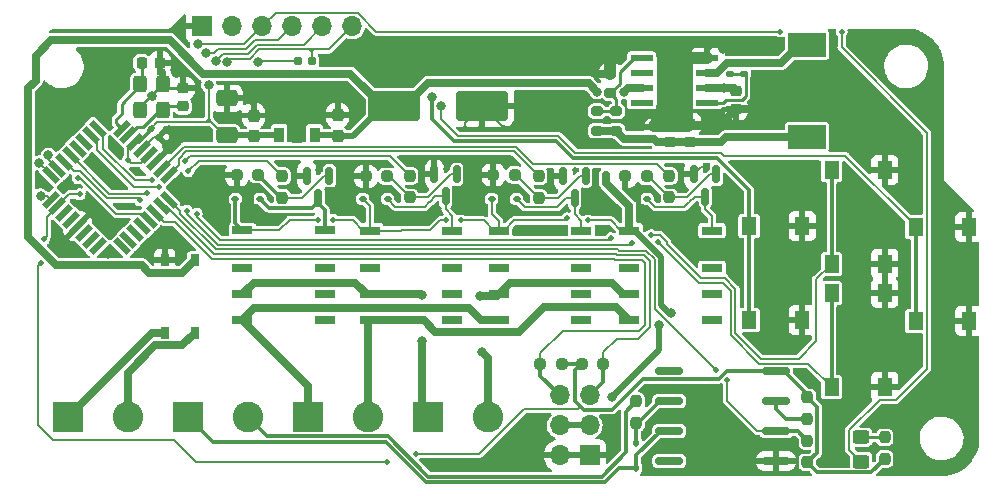
<source format=gbr>
%TF.GenerationSoftware,KiCad,Pcbnew,7.0.7*%
%TF.CreationDate,2024-02-19T21:49:12+01:00*%
%TF.ProjectId,OS-ServoDriver,4f532d53-6572-4766-9f44-72697665722e,rev?*%
%TF.SameCoordinates,Original*%
%TF.FileFunction,Copper,L1,Top*%
%TF.FilePolarity,Positive*%
%FSLAX46Y46*%
G04 Gerber Fmt 4.6, Leading zero omitted, Abs format (unit mm)*
G04 Created by KiCad (PCBNEW 7.0.7) date 2024-02-19 21:49:12*
%MOMM*%
%LPD*%
G01*
G04 APERTURE LIST*
G04 Aperture macros list*
%AMRoundRect*
0 Rectangle with rounded corners*
0 $1 Rounding radius*
0 $2 $3 $4 $5 $6 $7 $8 $9 X,Y pos of 4 corners*
0 Add a 4 corners polygon primitive as box body*
4,1,4,$2,$3,$4,$5,$6,$7,$8,$9,$2,$3,0*
0 Add four circle primitives for the rounded corners*
1,1,$1+$1,$2,$3*
1,1,$1+$1,$4,$5*
1,1,$1+$1,$6,$7*
1,1,$1+$1,$8,$9*
0 Add four rect primitives between the rounded corners*
20,1,$1+$1,$2,$3,$4,$5,0*
20,1,$1+$1,$4,$5,$6,$7,0*
20,1,$1+$1,$6,$7,$8,$9,0*
20,1,$1+$1,$8,$9,$2,$3,0*%
%AMRotRect*
0 Rectangle, with rotation*
0 The origin of the aperture is its center*
0 $1 length*
0 $2 width*
0 $3 Rotation angle, in degrees counterclockwise*
0 Add horizontal line*
21,1,$1,$2,0,0,$3*%
%AMFreePoly0*
4,1,9,3.862500,-0.866500,0.737500,-0.866500,0.737500,-0.450000,-0.737500,-0.450000,-0.737500,0.450000,0.737500,0.450000,0.737500,0.866500,3.862500,0.866500,3.862500,-0.866500,3.862500,-0.866500,$1*%
G04 Aperture macros list end*
%TA.AperFunction,ComponentPad*%
%ADD10R,2.600000X2.600000*%
%TD*%
%TA.AperFunction,ComponentPad*%
%ADD11C,2.600000*%
%TD*%
%TA.AperFunction,SMDPad,CuDef*%
%ADD12R,1.910000X0.610000*%
%TD*%
%TA.AperFunction,SMDPad,CuDef*%
%ADD13R,1.205000X1.550000*%
%TD*%
%TA.AperFunction,SMDPad,CuDef*%
%ADD14R,1.800000X0.800000*%
%TD*%
%TA.AperFunction,SMDPad,CuDef*%
%ADD15RoundRect,0.237500X-0.237500X0.250000X-0.237500X-0.250000X0.237500X-0.250000X0.237500X0.250000X0*%
%TD*%
%TA.AperFunction,SMDPad,CuDef*%
%ADD16RoundRect,0.225000X0.225000X0.250000X-0.225000X0.250000X-0.225000X-0.250000X0.225000X-0.250000X0*%
%TD*%
%TA.AperFunction,SMDPad,CuDef*%
%ADD17R,0.800000X1.000000*%
%TD*%
%TA.AperFunction,SMDPad,CuDef*%
%ADD18RoundRect,0.112500X-0.187500X-0.112500X0.187500X-0.112500X0.187500X0.112500X-0.187500X0.112500X0*%
%TD*%
%TA.AperFunction,SMDPad,CuDef*%
%ADD19RoundRect,0.300000X0.300000X-0.400000X0.300000X0.400000X-0.300000X0.400000X-0.300000X-0.400000X0*%
%TD*%
%TA.AperFunction,SMDPad,CuDef*%
%ADD20R,0.900000X1.300000*%
%TD*%
%TA.AperFunction,SMDPad,CuDef*%
%ADD21FreePoly0,90.000000*%
%TD*%
%TA.AperFunction,SMDPad,CuDef*%
%ADD22RoundRect,0.150000X-0.150000X0.587500X-0.150000X-0.587500X0.150000X-0.587500X0.150000X0.587500X0*%
%TD*%
%TA.AperFunction,SMDPad,CuDef*%
%ADD23RoundRect,0.237500X-0.250000X-0.237500X0.250000X-0.237500X0.250000X0.237500X-0.250000X0.237500X0*%
%TD*%
%TA.AperFunction,SMDPad,CuDef*%
%ADD24R,3.200000X2.000000*%
%TD*%
%TA.AperFunction,ComponentPad*%
%ADD25R,1.700000X1.700000*%
%TD*%
%TA.AperFunction,ComponentPad*%
%ADD26O,1.700000X1.700000*%
%TD*%
%TA.AperFunction,SMDPad,CuDef*%
%ADD27R,1.300000X1.550000*%
%TD*%
%TA.AperFunction,SMDPad,CuDef*%
%ADD28RoundRect,0.112500X-0.112500X0.187500X-0.112500X-0.187500X0.112500X-0.187500X0.112500X0.187500X0*%
%TD*%
%TA.AperFunction,SMDPad,CuDef*%
%ADD29RoundRect,0.162500X-1.012500X-0.162500X1.012500X-0.162500X1.012500X0.162500X-1.012500X0.162500X0*%
%TD*%
%TA.AperFunction,SMDPad,CuDef*%
%ADD30RoundRect,0.140000X0.170000X-0.140000X0.170000X0.140000X-0.170000X0.140000X-0.170000X-0.140000X0*%
%TD*%
%TA.AperFunction,SMDPad,CuDef*%
%ADD31RoundRect,0.250000X-1.950000X-1.000000X1.950000X-1.000000X1.950000X1.000000X-1.950000X1.000000X0*%
%TD*%
%TA.AperFunction,SMDPad,CuDef*%
%ADD32RoundRect,0.200000X0.275000X-0.200000X0.275000X0.200000X-0.275000X0.200000X-0.275000X-0.200000X0*%
%TD*%
%TA.AperFunction,SMDPad,CuDef*%
%ADD33RoundRect,0.237500X0.250000X0.237500X-0.250000X0.237500X-0.250000X-0.237500X0.250000X-0.237500X0*%
%TD*%
%TA.AperFunction,SMDPad,CuDef*%
%ADD34RoundRect,0.237500X0.237500X-0.250000X0.237500X0.250000X-0.237500X0.250000X-0.237500X-0.250000X0*%
%TD*%
%TA.AperFunction,SMDPad,CuDef*%
%ADD35RoundRect,0.140000X-0.219203X-0.021213X-0.021213X-0.219203X0.219203X0.021213X0.021213X0.219203X0*%
%TD*%
%TA.AperFunction,SMDPad,CuDef*%
%ADD36RoundRect,0.225000X0.250000X-0.225000X0.250000X0.225000X-0.250000X0.225000X-0.250000X-0.225000X0*%
%TD*%
%TA.AperFunction,SMDPad,CuDef*%
%ADD37RoundRect,0.160000X0.197500X0.160000X-0.197500X0.160000X-0.197500X-0.160000X0.197500X-0.160000X0*%
%TD*%
%TA.AperFunction,SMDPad,CuDef*%
%ADD38RoundRect,0.225000X-0.250000X0.225000X-0.250000X-0.225000X0.250000X-0.225000X0.250000X0.225000X0*%
%TD*%
%TA.AperFunction,SMDPad,CuDef*%
%ADD39RoundRect,0.200000X-0.275000X0.200000X-0.275000X-0.200000X0.275000X-0.200000X0.275000X0.200000X0*%
%TD*%
%TA.AperFunction,SMDPad,CuDef*%
%ADD40RoundRect,0.250000X0.450000X-0.325000X0.450000X0.325000X-0.450000X0.325000X-0.450000X-0.325000X0*%
%TD*%
%TA.AperFunction,SMDPad,CuDef*%
%ADD41RoundRect,0.237500X0.237500X-0.300000X0.237500X0.300000X-0.237500X0.300000X-0.237500X-0.300000X0*%
%TD*%
%TA.AperFunction,SMDPad,CuDef*%
%ADD42RoundRect,0.250000X0.650000X-0.412500X0.650000X0.412500X-0.650000X0.412500X-0.650000X-0.412500X0*%
%TD*%
%TA.AperFunction,SMDPad,CuDef*%
%ADD43RotRect,1.600000X0.550000X225.000000*%
%TD*%
%TA.AperFunction,SMDPad,CuDef*%
%ADD44RotRect,1.600000X0.550000X315.000000*%
%TD*%
%TA.AperFunction,ViaPad*%
%ADD45C,0.800000*%
%TD*%
%TA.AperFunction,ViaPad*%
%ADD46C,0.500000*%
%TD*%
%TA.AperFunction,Conductor*%
%ADD47C,0.300000*%
%TD*%
%TA.AperFunction,Conductor*%
%ADD48C,0.200000*%
%TD*%
%TA.AperFunction,Conductor*%
%ADD49C,0.700000*%
%TD*%
%TA.AperFunction,Conductor*%
%ADD50C,0.500000*%
%TD*%
%TA.AperFunction,Conductor*%
%ADD51C,0.250000*%
%TD*%
%TA.AperFunction,Conductor*%
%ADD52C,1.000000*%
%TD*%
G04 APERTURE END LIST*
D10*
%TO.P,J103,1,Pin_1*%
%TO.N,/DCC_SIG_B*%
X97658000Y-143688000D03*
D11*
%TO.P,J103,2,Pin_2*%
%TO.N,/DCC_SIG_A*%
X102738000Y-143688000D03*
%TD*%
D10*
%TO.P,J101,1,Pin_1*%
%TO.N,Net-(J101-Pin_1)*%
X87498000Y-143688000D03*
D11*
%TO.P,J101,2,Pin_2*%
%TO.N,Net-(J101-Pin_2)*%
X92578000Y-143688000D03*
%TD*%
D10*
%TO.P,J102,1,Pin_1*%
%TO.N,/DCC_FROG_B*%
X107818000Y-143688000D03*
D11*
%TO.P,J102,2,Pin_2*%
%TO.N,/DCC_FROG_A*%
X112898000Y-143688000D03*
%TD*%
D12*
%TO.P,U901,1,BS*%
%TO.N,Net-(U901-BS)*%
X141667000Y-117094000D03*
%TO.P,U901,2,Vin*%
%TO.N,VCC*%
X141667000Y-115824000D03*
%TO.P,U901,3,SW*%
%TO.N,Net-(U901-SW)*%
X141667000Y-114554000D03*
%TO.P,U901,4,GND*%
%TO.N,GND*%
X141667000Y-113284000D03*
%TO.P,U901,5,FB*%
%TO.N,Net-(U901-FB)*%
X136107000Y-113284000D03*
%TO.P,U901,6,NC*%
%TO.N,unconnected-(U901-NC-Pad6)*%
X136107000Y-114554000D03*
%TO.P,U901,7,EN*%
%TO.N,VCC*%
X136107000Y-115824000D03*
%TO.P,U901,8,NC*%
%TO.N,unconnected-(U901-NC-Pad8)*%
X136107000Y-117094000D03*
D13*
%TO.P,U901,9,GND*%
%TO.N,GND*%
X139489500Y-115964000D03*
X139489500Y-114414000D03*
X138284500Y-115964000D03*
X138284500Y-114414000D03*
%TD*%
D14*
%TO.P,K1101,8*%
%TO.N,Net-(D1101-A)*%
X142057000Y-127902000D03*
%TO.P,K1101,7*%
%TO.N,unconnected-(K1101-Pad7)*%
X142057000Y-131102000D03*
%TO.P,K1101,6*%
%TO.N,unconnected-(K1101-Pad6)*%
X142057000Y-133302000D03*
%TO.P,K1101,5*%
%TO.N,unconnected-(K1101-Pad5)*%
X142057000Y-135502000D03*
%TO.P,K1101,4*%
%TO.N,/DCC_FROG_A*%
X135057000Y-135502000D03*
%TO.P,K1101,3*%
%TO.N,/Servo3-4/Frog1*%
X135057000Y-133302000D03*
%TO.P,K1101,2*%
%TO.N,unconnected-(K1101-Pad2)*%
X135057000Y-131102000D03*
%TO.P,K1101,1*%
%TO.N,+5VA*%
X135057000Y-127902000D03*
%TD*%
D15*
%TO.P,R1002,1*%
%TO.N,/Servo3-4/Relay4*%
X105664000Y-123290500D03*
%TO.P,R1002,2*%
%TO.N,Net-(Q1002-G)*%
X105664000Y-125115500D03*
%TD*%
D16*
%TO.P,C203,1*%
%TO.N,GND*%
X95306324Y-113698732D03*
%TO.P,C203,2*%
%TO.N,/atmega/X2*%
X93756324Y-113698732D03*
%TD*%
D17*
%TO.P,D101,1,+*%
%TO.N,VCC*%
X98270000Y-130425000D03*
%TO.P,D101,2,-*%
%TO.N,GND*%
X95730000Y-130425000D03*
%TO.P,D101,3*%
%TO.N,Net-(J101-Pin_1)*%
X95730000Y-136575000D03*
%TO.P,D101,4*%
%TO.N,Net-(J101-Pin_2)*%
X98270000Y-136575000D03*
%TD*%
D18*
%TO.P,D1001,1,K*%
%TO.N,+5VA*%
X112488000Y-125222000D03*
%TO.P,D1001,2,A*%
%TO.N,Net-(D1001-A)*%
X114588000Y-125222000D03*
%TD*%
D19*
%TO.P,Y201,1,1*%
%TO.N,/atmega/X1*%
X95542324Y-117676732D03*
%TO.P,Y201,2,GND*%
%TO.N,GND*%
X95542324Y-115476732D03*
%TO.P,Y201,3,3*%
%TO.N,/atmega/X2*%
X93642324Y-115476732D03*
%TO.P,Y201,4,GND*%
%TO.N,GND*%
X93642324Y-117676732D03*
%TD*%
D15*
%TO.P,R701,1*%
%TO.N,/DCC_SIG_A*%
X135636000Y-142343500D03*
%TO.P,R701,2*%
%TO.N,Net-(D701-K)*%
X135636000Y-144168500D03*
%TD*%
D20*
%TO.P,U301,1,OUT*%
%TO.N,+5V*%
X105410000Y-119787500D03*
D21*
%TO.P,U301,2,GND*%
%TO.N,GND*%
X106910000Y-119700000D03*
D20*
%TO.P,U301,3,IN*%
%TO.N,VCC*%
X108410000Y-119787500D03*
%TD*%
D22*
%TO.P,Q1101,1,G*%
%TO.N,Net-(Q1101-G)*%
X142428000Y-123144500D03*
%TO.P,Q1101,2,S*%
%TO.N,GND*%
X140528000Y-123144500D03*
%TO.P,Q1101,3,D*%
%TO.N,Net-(D1101-A)*%
X141478000Y-125019500D03*
%TD*%
D23*
%TO.P,R705,1*%
%TO.N,+5V*%
X131040500Y-139192000D03*
%TO.P,R705,2*%
%TO.N,/Servo3-4/Servo2*%
X132865500Y-139192000D03*
%TD*%
D18*
%TO.P,D1101,1,K*%
%TO.N,+5VA*%
X134459000Y-125225000D03*
%TO.P,D1101,2,A*%
%TO.N,Net-(D1101-A)*%
X136559000Y-125225000D03*
%TD*%
D24*
%TO.P,L901,1,1*%
%TO.N,Net-(U901-SW)*%
X150095500Y-112178000D03*
%TO.P,L901,2,2*%
%TO.N,+5VA*%
X150095500Y-119978000D03*
%TD*%
D23*
%TO.P,R1003,1*%
%TO.N,GND*%
X112752500Y-123317000D03*
%TO.P,R1003,2*%
%TO.N,Net-(Q1001-G)*%
X114577500Y-123317000D03*
%TD*%
D25*
%TO.P,J701,1,Pin_1*%
%TO.N,GND*%
X131699000Y-146939000D03*
D26*
%TO.P,J701,2,Pin_2*%
X129159000Y-146939000D03*
%TO.P,J701,3,Pin_3*%
%TO.N,+5VA*%
X131699000Y-144399000D03*
%TO.P,J701,4,Pin_4*%
X129159000Y-144399000D03*
%TO.P,J701,5,Pin_5*%
%TO.N,/Servo3-4/Servo2*%
X131699000Y-141859000D03*
%TO.P,J701,6,Pin_6*%
%TO.N,/Servo3-4/Servo1*%
X129159000Y-141859000D03*
%TD*%
D27*
%TO.P,SW104,1,1*%
%TO.N,GND*%
X156682000Y-122771000D03*
X156682000Y-130721000D03*
%TO.P,SW104,2,2*%
%TO.N,/up*%
X152182000Y-122771000D03*
X152182000Y-130721000D03*
%TD*%
D28*
%TO.P,D701,1,K*%
%TO.N,Net-(D701-K)*%
X135636000Y-145889000D03*
%TO.P,D701,2,A*%
%TO.N,/DCC_SIG_B*%
X135636000Y-147989000D03*
%TD*%
D22*
%TO.P,Q1002,1,G*%
%TO.N,Net-(Q1002-G)*%
X109662000Y-123265500D03*
%TO.P,Q1002,2,S*%
%TO.N,GND*%
X107762000Y-123265500D03*
%TO.P,Q1002,3,D*%
%TO.N,Net-(D1002-A)*%
X108712000Y-125140500D03*
%TD*%
D29*
%TO.P,U701,8,VCC*%
%TO.N,+5V*%
X147484000Y-139787500D03*
%TO.P,U701,7,EN*%
%TO.N,Net-(U701-EN)*%
X147484000Y-142327500D03*
%TO.P,U701,6,VO*%
%TO.N,/DCC/DCC_TTL*%
X147484000Y-144867500D03*
%TO.P,U701,5,GND*%
%TO.N,GND*%
X147484000Y-147407500D03*
%TO.P,U701,4*%
%TO.N,N/C*%
X138434000Y-147407500D03*
%TO.P,U701,3,C*%
%TO.N,/DCC_SIG_B*%
X138434000Y-144867500D03*
%TO.P,U701,2,A*%
%TO.N,Net-(D701-K)*%
X138434000Y-142327500D03*
%TO.P,U701,1,NC*%
%TO.N,unconnected-(U701-NC-Pad1)*%
X138434000Y-139787500D03*
%TD*%
D15*
%TO.P,R702,1*%
%TO.N,+5V*%
X150135000Y-142020000D03*
%TO.P,R702,2*%
%TO.N,Net-(U701-EN)*%
X150135000Y-143845000D03*
%TD*%
D14*
%TO.P,K1002,8*%
%TO.N,Net-(D1002-A)*%
X109291000Y-127893000D03*
%TO.P,K1002,7*%
%TO.N,unconnected-(K1002-Pad7)*%
X109291000Y-131093000D03*
%TO.P,K1002,6*%
%TO.N,unconnected-(K1002-Pad6)*%
X109291000Y-133293000D03*
%TO.P,K1002,5*%
%TO.N,unconnected-(K1002-Pad5)*%
X109291000Y-135493000D03*
%TO.P,K1002,4*%
%TO.N,/DCC_FROG_B*%
X102291000Y-135493000D03*
%TO.P,K1002,3*%
%TO.N,/Servo3-4/Frog2*%
X102291000Y-133293000D03*
%TO.P,K1002,2*%
%TO.N,unconnected-(K1002-Pad2)*%
X102291000Y-131093000D03*
%TO.P,K1002,1*%
%TO.N,+5VA*%
X102291000Y-127893000D03*
%TD*%
D23*
%TO.P,R1103,1*%
%TO.N,GND*%
X134723500Y-123320000D03*
%TO.P,R1103,2*%
%TO.N,Net-(Q1101-G)*%
X136548500Y-123320000D03*
%TD*%
D27*
%TO.P,SW101,1,1*%
%TO.N,GND*%
X149697000Y-127525000D03*
X149697000Y-135475000D03*
%TO.P,SW101,2,2*%
%TO.N,/select*%
X145197000Y-127525000D03*
X145197000Y-135475000D03*
%TD*%
D30*
%TO.P,C903,1*%
%TO.N,Net-(U901-BS)*%
X144761500Y-114681000D03*
%TO.P,C903,2*%
%TO.N,Net-(U901-SW)*%
X144761500Y-113721000D03*
%TD*%
%TO.P,C906,1*%
%TO.N,+5VA*%
X137141500Y-120112000D03*
%TO.P,C906,2*%
%TO.N,GND*%
X137141500Y-119152000D03*
%TD*%
D31*
%TO.P,C101,1*%
%TO.N,VCC*%
X115172000Y-117348000D03*
%TO.P,C101,2*%
%TO.N,GND*%
X122572000Y-117348000D03*
%TD*%
D27*
%TO.P,SW102,1,1*%
%TO.N,GND*%
X163794000Y-127597000D03*
X163794000Y-135547000D03*
%TO.P,SW102,2,2*%
%TO.N,/toggle*%
X159294000Y-127597000D03*
X159294000Y-135547000D03*
%TD*%
D32*
%TO.P,R902,1*%
%TO.N,Net-(U901-FB)*%
X133458500Y-116268000D03*
%TO.P,R902,2*%
%TO.N,GND*%
X133458500Y-114618000D03*
%TD*%
D18*
%TO.P,D1002,1,K*%
%TO.N,+5VA*%
X101693000Y-125219000D03*
%TO.P,D1002,2,A*%
%TO.N,Net-(D1002-A)*%
X103793000Y-125219000D03*
%TD*%
D15*
%TO.P,R1001,1*%
%TO.N,/Servo3-4/Relay3*%
X116459000Y-123270000D03*
%TO.P,R1001,2*%
%TO.N,Net-(Q1001-G)*%
X116459000Y-125095000D03*
%TD*%
D33*
%TO.P,R704,1*%
%TO.N,+5V*%
X129333000Y-139192000D03*
%TO.P,R704,2*%
%TO.N,/Servo3-4/Servo1*%
X127508000Y-139192000D03*
%TD*%
D30*
%TO.P,C902,1*%
%TO.N,Net-(U901-BS)*%
X143618500Y-114681000D03*
%TO.P,C902,2*%
%TO.N,Net-(U901-SW)*%
X143618500Y-113721000D03*
%TD*%
D34*
%TO.P,R201,1*%
%TO.N,+5V*%
X156677000Y-147233000D03*
%TO.P,R201,2*%
%TO.N,Net-(D201-A)*%
X156677000Y-145408000D03*
%TD*%
D35*
%TO.P,C202,1*%
%TO.N,+5V*%
X94531324Y-119286732D03*
%TO.P,C202,2*%
%TO.N,GND*%
X95210146Y-119965554D03*
%TD*%
D23*
%TO.P,R1004,1*%
%TO.N,GND*%
X101830500Y-123187000D03*
%TO.P,R1004,2*%
%TO.N,Net-(Q1002-G)*%
X103655500Y-123187000D03*
%TD*%
D27*
%TO.P,SW103,1,1*%
%TO.N,GND*%
X156682000Y-133185000D03*
X156682000Y-141135000D03*
%TO.P,SW103,2,2*%
%TO.N,/down*%
X152182000Y-133185000D03*
X152182000Y-141135000D03*
%TD*%
D36*
%TO.P,C904,1*%
%TO.N,+5VA*%
X138523500Y-120409000D03*
%TO.P,C904,2*%
%TO.N,GND*%
X138523500Y-118859000D03*
%TD*%
D14*
%TO.P,K1001,8*%
%TO.N,Net-(D1001-A)*%
X120086000Y-127899000D03*
%TO.P,K1001,7*%
%TO.N,unconnected-(K1001-Pad7)*%
X120086000Y-131099000D03*
%TO.P,K1001,6*%
%TO.N,unconnected-(K1001-Pad6)*%
X120086000Y-133299000D03*
%TO.P,K1001,5*%
%TO.N,unconnected-(K1001-Pad5)*%
X120086000Y-135499000D03*
%TO.P,K1001,4*%
%TO.N,/DCC_FROG_A*%
X113086000Y-135499000D03*
%TO.P,K1001,3*%
%TO.N,/Servo3-4/Frog2*%
X113086000Y-133299000D03*
%TO.P,K1001,2*%
%TO.N,unconnected-(K1001-Pad2)*%
X113086000Y-131099000D03*
%TO.P,K1001,1*%
%TO.N,+5VA*%
X113086000Y-127899000D03*
%TD*%
D37*
%TO.P,R202,1*%
%TO.N,/atmega/reset*%
X108166500Y-113538000D03*
%TO.P,R202,2*%
%TO.N,+5V*%
X106971500Y-113538000D03*
%TD*%
D15*
%TO.P,R1101,1*%
%TO.N,/Servo3-4/Relay1*%
X138430000Y-123273000D03*
%TO.P,R1101,2*%
%TO.N,Net-(Q1101-G)*%
X138430000Y-125098000D03*
%TD*%
D38*
%TO.P,C201,1*%
%TO.N,GND*%
X97293325Y-115844732D03*
%TO.P,C201,2*%
%TO.N,/atmega/X1*%
X97293325Y-117394732D03*
%TD*%
D26*
%TO.P,J3,6,Pin_6*%
%TO.N,/atmega/reset*%
X111580000Y-110617000D03*
%TO.P,J3,5,Pin_5*%
%TO.N,/toggle*%
X109040000Y-110617000D03*
%TO.P,J3,4,Pin_4*%
%TO.N,/select*%
X106500000Y-110617000D03*
%TO.P,J3,3,Pin_3*%
%TO.N,/atmega/LED*%
X103960000Y-110617000D03*
%TO.P,J3,2,Pin_2*%
%TO.N,+5V*%
X101420000Y-110617000D03*
D25*
%TO.P,J3,1,Pin_1*%
%TO.N,GND*%
X98880000Y-110617000D03*
%TD*%
D39*
%TO.P,R903,1*%
%TO.N,Net-(U901-FB)*%
X133966500Y-117793000D03*
%TO.P,R903,2*%
%TO.N,+5VA*%
X133966500Y-119443000D03*
%TD*%
D40*
%TO.P,D201,1,K*%
%TO.N,/atmega/LED*%
X154686000Y-147456000D03*
%TO.P,D201,2,A*%
%TO.N,Net-(D201-A)*%
X154686000Y-145406000D03*
%TD*%
D41*
%TO.P,C301,1*%
%TO.N,VCC*%
X110363000Y-119861500D03*
%TO.P,C301,2*%
%TO.N,GND*%
X110363000Y-118136500D03*
%TD*%
D22*
%TO.P,Q1102,1,G*%
%TO.N,Net-(Q1102-G)*%
X131379000Y-123271500D03*
%TO.P,Q1102,2,S*%
%TO.N,GND*%
X129479000Y-123271500D03*
%TO.P,Q1102,3,D*%
%TO.N,Net-(D1102-A)*%
X130429000Y-125146500D03*
%TD*%
D32*
%TO.P,R901,1*%
%TO.N,+5VA*%
X132315500Y-119443000D03*
%TO.P,R901,2*%
%TO.N,Net-(U901-FB)*%
X132315500Y-117793000D03*
%TD*%
D38*
%TO.P,C901,1*%
%TO.N,VCC*%
X144126500Y-116065000D03*
%TO.P,C901,2*%
%TO.N,GND*%
X144126500Y-117615000D03*
%TD*%
D11*
%TO.P,J702,2,Pin_2*%
%TO.N,/Servo3-4/Frog1*%
X123058000Y-143688000D03*
D10*
%TO.P,J702,1,Pin_1*%
%TO.N,/Servo3-4/Frog2*%
X117978000Y-143688000D03*
%TD*%
D18*
%TO.P,D1102,1,K*%
%TO.N,+5VA*%
X123410000Y-125225000D03*
%TO.P,D1102,2,A*%
%TO.N,Net-(D1102-A)*%
X125510000Y-125225000D03*
%TD*%
D42*
%TO.P,C303,1*%
%TO.N,+5V*%
X100965000Y-119826000D03*
%TO.P,C303,2*%
%TO.N,GND*%
X100965000Y-116701000D03*
%TD*%
D34*
%TO.P,R703,1*%
%TO.N,+5V*%
X150135000Y-147528000D03*
%TO.P,R703,2*%
%TO.N,/DCC/DCC_TTL*%
X150135000Y-145703000D03*
%TD*%
D23*
%TO.P,R1104,1*%
%TO.N,GND*%
X123547500Y-123193000D03*
%TO.P,R1104,2*%
%TO.N,Net-(Q1102-G)*%
X125372500Y-123193000D03*
%TD*%
D36*
%TO.P,C905,1*%
%TO.N,+5VA*%
X140189500Y-120409000D03*
%TO.P,C905,2*%
%TO.N,GND*%
X140189500Y-118859000D03*
%TD*%
D41*
%TO.P,C302,1*%
%TO.N,+5V*%
X103251000Y-119888000D03*
%TO.P,C302,2*%
%TO.N,GND*%
X103251000Y-118163000D03*
%TD*%
D43*
%TO.P,U202,1,PD3*%
%TO.N,/Servo3-4/Relay2*%
X96046427Y-123224426D03*
%TO.P,U202,2,PD4*%
%TO.N,/Servo3-4/Relay1*%
X95480741Y-122658741D03*
%TO.P,U202,3,GND*%
%TO.N,GND*%
X94915056Y-122093055D03*
%TO.P,U202,4,VCC*%
%TO.N,+5V*%
X94349371Y-121527370D03*
%TO.P,U202,5,GND*%
%TO.N,GND*%
X93783685Y-120961684D03*
%TO.P,U202,6,VCC*%
%TO.N,+5V*%
X93218000Y-120395999D03*
%TO.P,U202,7,XTAL1/PB6*%
%TO.N,/atmega/X1*%
X92652314Y-119830314D03*
%TO.P,U202,8,XTAL2/PB7*%
%TO.N,/atmega/X2*%
X92086629Y-119264628D03*
D44*
%TO.P,U202,9,PD5*%
%TO.N,/Servo3-4/Relay3*%
X90036019Y-119264628D03*
%TO.P,U202,10,PD6*%
%TO.N,/Servo3-4/Relay4*%
X89470334Y-119830314D03*
%TO.P,U202,11,PD7*%
%TO.N,unconnected-(U202-PD7-Pad11)*%
X88904648Y-120395999D03*
%TO.P,U202,12,PB0*%
%TO.N,unconnected-(U202-PB0-Pad12)*%
X88338963Y-120961684D03*
%TO.P,U202,13,PB1*%
%TO.N,/up*%
X87773277Y-121527370D03*
%TO.P,U202,14,PB2*%
%TO.N,/down*%
X87207592Y-122093055D03*
%TO.P,U202,15,PB3*%
%TO.N,/toggle*%
X86641907Y-122658741D03*
%TO.P,U202,16,PB4*%
%TO.N,/select*%
X86076221Y-123224426D03*
D43*
%TO.P,U202,17,PB5*%
%TO.N,/atmega/LED*%
X86076221Y-125275036D03*
%TO.P,U202,18,AVCC*%
%TO.N,+5V*%
X86641907Y-125840721D03*
%TO.P,U202,19,ADC6*%
%TO.N,unconnected-(U202-ADC6-Pad19)*%
X87207592Y-126406407D03*
%TO.P,U202,20,AREF*%
%TO.N,unconnected-(U202-AREF-Pad20)*%
X87773277Y-126972092D03*
%TO.P,U202,21,GND*%
%TO.N,GND*%
X88338963Y-127537778D03*
%TO.P,U202,22,ADC7*%
%TO.N,unconnected-(U202-ADC7-Pad22)*%
X88904648Y-128103463D03*
%TO.P,U202,23,PC0*%
%TO.N,unconnected-(U202-PC0-Pad23)*%
X89470334Y-128669148D03*
%TO.P,U202,24,PC1*%
%TO.N,unconnected-(U202-PC1-Pad24)*%
X90036019Y-129234834D03*
D44*
%TO.P,U202,25,PC2*%
%TO.N,unconnected-(U202-PC2-Pad25)*%
X92086629Y-129234834D03*
%TO.P,U202,26,PC3*%
%TO.N,unconnected-(U202-PC3-Pad26)*%
X92652314Y-128669148D03*
%TO.P,U202,27,PC4*%
%TO.N,unconnected-(U202-PC4-Pad27)*%
X93218000Y-128103463D03*
%TO.P,U202,28,PC5*%
%TO.N,unconnected-(U202-PC5-Pad28)*%
X93783685Y-127537778D03*
%TO.P,U202,29,~{RESET}/PC6*%
%TO.N,/atmega/reset*%
X94349371Y-126972092D03*
%TO.P,U202,30,PD0*%
%TO.N,/Servo3-4/Servo1*%
X94915056Y-126406407D03*
%TO.P,U202,31,PD1*%
%TO.N,/Servo3-4/Servo2*%
X95480741Y-125840721D03*
%TO.P,U202,32,PD2*%
%TO.N,/DCC/DCC_TTL*%
X96046427Y-125275036D03*
%TD*%
D14*
%TO.P,K1102,8*%
%TO.N,Net-(D1102-A)*%
X131008000Y-127899000D03*
%TO.P,K1102,7*%
%TO.N,unconnected-(K1102-Pad7)*%
X131008000Y-131099000D03*
%TO.P,K1102,6*%
%TO.N,unconnected-(K1102-Pad6)*%
X131008000Y-133299000D03*
%TO.P,K1102,5*%
%TO.N,unconnected-(K1102-Pad5)*%
X131008000Y-135499000D03*
%TO.P,K1102,4*%
%TO.N,/DCC_FROG_B*%
X124008000Y-135499000D03*
%TO.P,K1102,3*%
%TO.N,/Servo3-4/Frog1*%
X124008000Y-133299000D03*
%TO.P,K1102,2*%
%TO.N,unconnected-(K1102-Pad2)*%
X124008000Y-131099000D03*
%TO.P,K1102,1*%
%TO.N,+5VA*%
X124008000Y-127899000D03*
%TD*%
D15*
%TO.P,R1102,1*%
%TO.N,/Servo3-4/Relay2*%
X127381000Y-123296500D03*
%TO.P,R1102,2*%
%TO.N,Net-(Q1102-G)*%
X127381000Y-125121500D03*
%TD*%
D22*
%TO.P,Q1001,1,G*%
%TO.N,Net-(Q1001-G)*%
X120457000Y-123141500D03*
%TO.P,Q1001,2,S*%
%TO.N,GND*%
X118557000Y-123141500D03*
%TO.P,Q1001,3,D*%
%TO.N,Net-(D1001-A)*%
X119507000Y-125016500D03*
%TD*%
D45*
%TO.N,VCC*%
X143110500Y-115824000D03*
X134603050Y-116148050D03*
X132334000Y-116148050D03*
D46*
%TO.N,GND*%
X87503000Y-124206000D03*
X152273000Y-147320000D03*
X95758000Y-120777000D03*
X117221000Y-113411000D03*
D45*
X139935500Y-113030000D03*
D46*
X123063000Y-147701000D03*
X139446000Y-122555000D03*
X123444000Y-124460000D03*
D45*
X92000000Y-116000000D03*
X138919500Y-113030000D03*
D46*
X129286000Y-127889000D03*
X115824000Y-115316000D03*
X158242000Y-120904000D03*
X163576000Y-137795000D03*
X90932000Y-130048000D03*
X111252000Y-123444000D03*
X152400000Y-143637000D03*
D45*
X102997000Y-116866500D03*
D46*
X95758000Y-129032000D03*
X145034000Y-147701000D03*
X131699000Y-125222000D03*
X146050000Y-145923000D03*
D45*
X132061500Y-114554000D03*
D46*
X101727000Y-124460000D03*
X141478000Y-118999000D03*
X106680000Y-123317000D03*
X127000000Y-144145000D03*
X114046000Y-113538000D03*
D45*
X137903500Y-117475000D03*
D46*
X148463000Y-146050000D03*
X92202000Y-125857000D03*
X130302000Y-112395000D03*
D45*
X94658324Y-116492732D03*
D46*
X161544000Y-135636000D03*
X127000000Y-147066000D03*
X141478000Y-122555000D03*
X118999000Y-114173000D03*
D45*
X143364500Y-118491000D03*
X137903500Y-113030000D03*
D46*
X103505000Y-124333000D03*
X139446000Y-124333000D03*
X149606000Y-122682000D03*
X128016000Y-116586000D03*
X134112000Y-120777000D03*
X100457000Y-123317000D03*
X154432000Y-133223000D03*
X98552000Y-117729000D03*
X132715000Y-125984000D03*
X124460000Y-119253000D03*
X161925000Y-128016000D03*
X94361000Y-130302000D03*
X149479000Y-137541000D03*
X143637000Y-124333000D03*
X135509000Y-118110000D03*
X87122000Y-128651000D03*
D45*
X108839000Y-116485500D03*
D46*
X113157000Y-111506000D03*
X121158000Y-119253000D03*
X125603000Y-118110000D03*
X131953000Y-120650000D03*
X124587000Y-126238000D03*
X138303000Y-146304000D03*
D45*
X100965000Y-118263500D03*
D46*
X154178000Y-141605000D03*
X111887000Y-113538000D03*
X112649000Y-122174000D03*
X132715000Y-127762000D03*
X128524000Y-124460000D03*
X89662000Y-126492000D03*
X118491000Y-147828000D03*
X93726000Y-123063000D03*
X125984000Y-127889000D03*
X159004000Y-138811000D03*
X141859000Y-118237000D03*
D45*
X139935500Y-117475000D03*
X108839000Y-118136500D03*
D46*
X113665000Y-124460000D03*
X154686000Y-121793000D03*
X163957000Y-129540000D03*
X149606000Y-125603000D03*
X122428000Y-119253000D03*
X128397000Y-123317000D03*
D45*
X141713500Y-112268000D03*
X96055325Y-119413731D03*
D46*
X138176000Y-143637000D03*
X96901000Y-130302000D03*
D45*
X104902000Y-118136500D03*
D46*
X125603000Y-116459000D03*
X156337000Y-139446000D03*
X102743000Y-115570000D03*
X145161000Y-112141000D03*
X142494000Y-125222000D03*
X136271000Y-126238000D03*
X147447000Y-112395000D03*
X98552000Y-116713000D03*
X135890000Y-119126000D03*
D45*
X90500000Y-118000000D03*
X104902000Y-116739500D03*
D46*
X113792000Y-115316000D03*
X117475000Y-123190000D03*
X154686000Y-130810000D03*
X162560000Y-125857000D03*
X133604000Y-144272000D03*
D45*
X86000000Y-117000000D03*
D46*
X149352000Y-129794000D03*
D45*
X90000000Y-113500000D03*
D46*
X156591000Y-135001000D03*
X157861000Y-148082000D03*
X111760000Y-116840000D03*
X99215062Y-119890428D03*
X90297000Y-122936000D03*
X127381000Y-114300000D03*
X124587000Y-124460000D03*
D45*
X110490000Y-116739500D03*
D46*
X111887000Y-118110000D03*
X144145000Y-131572000D03*
X155321000Y-120650000D03*
X135636000Y-124460000D03*
X91821000Y-123952000D03*
X160274000Y-141224000D03*
X124079000Y-121920000D03*
X148082000Y-135763000D03*
X85217000Y-123825000D03*
X136779000Y-141351000D03*
X163576000Y-133096000D03*
D45*
X96690324Y-114587731D03*
D46*
X91567000Y-120904000D03*
X156337000Y-143891000D03*
D45*
X145396500Y-117602000D03*
D46*
X119507000Y-122682000D03*
X156464000Y-129032000D03*
X149352000Y-133350000D03*
X115951000Y-112268000D03*
X147701000Y-127762000D03*
X108712000Y-122809000D03*
X145796000Y-115697000D03*
X153289000Y-123444000D03*
X158496000Y-124587000D03*
D45*
X133458500Y-113411000D03*
D46*
X144907000Y-118999000D03*
X136017000Y-111887000D03*
X109474000Y-113665000D03*
X144907000Y-122428000D03*
D45*
X142983500Y-112522000D03*
D46*
X130429000Y-122809000D03*
X136652000Y-148209000D03*
X121793000Y-114427000D03*
D45*
X138919500Y-117475000D03*
D46*
X133604000Y-146558000D03*
X122174000Y-123190000D03*
%TO.N,+5V*%
X85471000Y-128651000D03*
D45*
X103632000Y-113665000D03*
D46*
X116967000Y-146812000D03*
X92583000Y-121920000D03*
D45*
X99441000Y-115567500D03*
D46*
X88519000Y-124841000D03*
X114554000Y-147526318D03*
X85223167Y-130676833D03*
%TO.N,+5VA*%
X119536000Y-127048998D03*
X131572000Y-127048998D03*
X120777000Y-127048998D03*
X129794000Y-126873000D03*
D45*
X133605953Y-141987953D03*
D46*
X108691000Y-127000000D03*
X109982000Y-127000000D03*
D45*
X137541000Y-135890000D03*
D46*
X133223000Y-119443000D03*
X133096000Y-123190000D03*
D45*
X138543975Y-134887025D03*
D46*
%TO.N,/atmega/LED*%
X153035000Y-111050000D03*
D45*
X85217000Y-124968000D03*
X98500000Y-112141000D03*
D46*
X147828000Y-111050000D03*
D45*
%TO.N,/Servo3-4/Frog1*%
X122555000Y-138176000D03*
X122428000Y-133477000D03*
%TO.N,/Servo3-4/Frog2*%
X117475000Y-137287000D03*
X117475000Y-133350000D03*
%TO.N,/atmega/reset*%
X101027829Y-113641000D03*
D46*
X88365896Y-123463494D03*
%TO.N,/DCC/DCC_TTL*%
X142367000Y-139700000D03*
X143345265Y-140586265D03*
%TO.N,/Servo3-4/Relay3*%
X94615000Y-123656000D03*
X97459851Y-122023135D03*
%TO.N,/Servo3-4/Relay4*%
X95250000Y-124206000D03*
X97726500Y-122872500D03*
D45*
%TO.N,/select*%
X99233167Y-112841000D03*
X85100000Y-122174000D03*
X118364000Y-116586000D03*
%TO.N,/toggle*%
X119114000Y-117354223D03*
X100027879Y-113528339D03*
X85864043Y-121528831D03*
D46*
%TO.N,/down*%
X93599000Y-125349000D03*
X137466569Y-128852431D03*
X135255000Y-128952779D03*
X97578000Y-126238000D03*
%TO.N,/up*%
X136895069Y-128280931D03*
X98425000Y-126492000D03*
X94234000Y-124756000D03*
X133477000Y-128552001D03*
%TD*%
D47*
%TO.N,/DCC_SIG_B*%
X99808000Y-145838000D02*
X97658000Y-143688000D01*
X117824364Y-149225000D02*
X114437365Y-145838000D01*
X114437365Y-145838000D02*
X99808000Y-145838000D01*
X134205000Y-147989000D02*
X132969000Y-149225000D01*
X132969000Y-149225000D02*
X117824364Y-149225000D01*
X135636000Y-147989000D02*
X134205000Y-147989000D01*
%TO.N,/DCC_SIG_A*%
X134747000Y-146685000D02*
X134747000Y-143232500D01*
X134747000Y-143232500D02*
X135636000Y-142343500D01*
X118031471Y-148725000D02*
X132707000Y-148725000D01*
X114644471Y-145338000D02*
X118031471Y-148725000D01*
X104388000Y-145338000D02*
X114644471Y-145338000D01*
X102738000Y-143688000D02*
X104388000Y-145338000D01*
X132707000Y-148725000D02*
X134747000Y-146685000D01*
D48*
%TO.N,+5V*%
X84963000Y-130937000D02*
X85223167Y-130676833D01*
X96495000Y-145669000D02*
X86233000Y-145669000D01*
X84963000Y-144399000D02*
X84963000Y-130937000D01*
X98352318Y-147526318D02*
X96495000Y-145669000D01*
X86233000Y-145669000D02*
X84963000Y-144399000D01*
X114554000Y-147526318D02*
X98352318Y-147526318D01*
D49*
%TO.N,Net-(J101-Pin_2)*%
X97220000Y-137625000D02*
X98270000Y-136575000D01*
X94912000Y-137625000D02*
X97220000Y-137625000D01*
X92578000Y-139959000D02*
X94912000Y-137625000D01*
X92578000Y-143688000D02*
X92578000Y-139959000D01*
%TO.N,Net-(J101-Pin_1)*%
X95730000Y-136575000D02*
X94611000Y-136575000D01*
X94611000Y-136575000D02*
X87498000Y-143688000D01*
%TO.N,VCC*%
X111442500Y-114617500D02*
X114173000Y-117348000D01*
X98996500Y-114617500D02*
X111442500Y-114617500D01*
X96179000Y-111800000D02*
X98996500Y-114617500D01*
X86088730Y-111800000D02*
X96179000Y-111800000D01*
X84800000Y-113088730D02*
X86088730Y-111800000D01*
X84150000Y-128473000D02*
X84150000Y-115850000D01*
X86525000Y-130848000D02*
X84150000Y-128473000D01*
X84150000Y-115850000D02*
X84800000Y-115200000D01*
X84800000Y-115200000D02*
X84800000Y-113088730D01*
X94402629Y-131475000D02*
X93775629Y-130848000D01*
X97220000Y-131475000D02*
X94402629Y-131475000D01*
X98270000Y-130425000D02*
X97220000Y-131475000D01*
X93775629Y-130848000D02*
X86525000Y-130848000D01*
D48*
%TO.N,+5V*%
X85725000Y-126757628D02*
X86641907Y-125840721D01*
X85471000Y-128651000D02*
X85725000Y-128397000D01*
X85725000Y-128397000D02*
X85725000Y-126757628D01*
D49*
%TO.N,VCC*%
X134603050Y-116148050D02*
X134927100Y-115824000D01*
X143885500Y-115824000D02*
X144126500Y-116065000D01*
X141667000Y-115824000D02*
X143110500Y-115824000D01*
X143110500Y-115824000D02*
X143885500Y-115824000D01*
X117983000Y-115443000D02*
X116078000Y-117348000D01*
X134927100Y-115824000D02*
X136107000Y-115824000D01*
X131628950Y-115443000D02*
X117983000Y-115443000D01*
X132334000Y-116148050D02*
X131628950Y-115443000D01*
D50*
X110363000Y-119861500D02*
X111659500Y-119861500D01*
X108410000Y-119787500D02*
X110289000Y-119787500D01*
X111659500Y-119861500D02*
X114173000Y-117348000D01*
D51*
%TO.N,GND*%
X97293325Y-115844731D02*
X95910324Y-115844731D01*
D48*
X94779815Y-119965554D02*
X93783685Y-120961684D01*
D49*
X145396500Y-117602000D02*
X144139500Y-117602000D01*
D52*
X138919500Y-117475000D02*
X138919500Y-118463000D01*
D48*
X96055325Y-119413731D02*
X95761969Y-119413731D01*
D52*
X133458500Y-113411000D02*
X133433500Y-113436000D01*
D48*
X124460000Y-119253000D02*
X124460000Y-119236000D01*
D51*
X94658324Y-116360732D02*
X95542324Y-115476732D01*
D52*
X133433500Y-113436000D02*
X133433500Y-114618000D01*
D48*
X95631000Y-121377111D02*
X95631000Y-120904000D01*
X95631000Y-120904000D02*
X95758000Y-120777000D01*
D52*
X137903500Y-118300000D02*
X137903500Y-117475000D01*
D49*
X133458500Y-114618000D02*
X132125500Y-114618000D01*
D52*
X140189500Y-118859000D02*
X139986500Y-119062000D01*
D49*
X132125500Y-114618000D02*
X132061500Y-114554000D01*
D51*
X94658324Y-116492732D02*
X94658324Y-116360732D01*
D48*
X95761969Y-119413731D02*
X95210146Y-119965554D01*
X95758000Y-120777000D02*
X95631000Y-120650000D01*
D49*
X141541000Y-119062000D02*
X141478000Y-118999000D01*
D52*
X139935500Y-117475000D02*
X139935500Y-118605000D01*
X138919500Y-118463000D02*
X138523500Y-118859000D01*
D48*
X141117500Y-122555000D02*
X140528000Y-123144500D01*
D49*
X144126500Y-117615000D02*
X142679500Y-119062000D01*
X142679500Y-119062000D02*
X141541000Y-119062000D01*
D52*
X139300500Y-119062000D02*
X137141500Y-119062000D01*
D48*
X95631000Y-120650000D02*
X95631000Y-120386408D01*
D51*
X93642324Y-117376732D02*
X94526324Y-116492732D01*
D52*
X139935500Y-113030000D02*
X139935500Y-117475000D01*
D49*
X141415000Y-119062000D02*
X139300500Y-119062000D01*
D48*
X95631000Y-120386408D02*
X95210146Y-119965554D01*
X94915056Y-122093055D02*
X95631000Y-121377111D01*
D52*
X137903500Y-113030000D02*
X137903500Y-117475000D01*
D48*
X121158000Y-119253000D02*
X121158000Y-118762000D01*
D51*
X94526324Y-116492732D02*
X94658324Y-116492732D01*
D52*
X139935500Y-118605000D02*
X140189500Y-118859000D01*
X140189500Y-113284000D02*
X139935500Y-113030000D01*
D48*
X141478000Y-122555000D02*
X141117500Y-122555000D01*
D52*
X137141500Y-119062000D02*
X137903500Y-118300000D01*
D48*
X124460000Y-119236000D02*
X122572000Y-117348000D01*
D51*
X95306325Y-113698732D02*
X95306324Y-115240731D01*
D49*
X141478000Y-118999000D02*
X141415000Y-119062000D01*
D48*
X121158000Y-118762000D02*
X122572000Y-117348000D01*
D52*
X139986500Y-119062000D02*
X139300500Y-119062000D01*
X138919500Y-117475000D02*
X138919500Y-113030000D01*
X141667000Y-113284000D02*
X140189500Y-113284000D01*
D48*
X95210146Y-119965554D02*
X94779815Y-119965554D01*
D51*
%TO.N,/atmega/X1*%
X93847122Y-119115334D02*
X95285725Y-117676731D01*
X97293325Y-117394732D02*
X95824325Y-117394731D01*
X92652314Y-119830315D02*
X93367294Y-119115334D01*
X93367294Y-119115334D02*
X93847122Y-119115334D01*
D48*
%TO.N,+5V*%
X99441000Y-118491000D02*
X99631500Y-118681500D01*
X94531324Y-119286732D02*
X95104325Y-118713731D01*
D47*
X129333000Y-139192000D02*
X131040500Y-139192000D01*
X156677000Y-147233000D02*
X155529000Y-148381000D01*
D48*
X92583000Y-121030999D02*
X92583000Y-121920000D01*
D47*
X133595568Y-143059000D02*
X136192568Y-140462000D01*
D48*
X99631500Y-118681500D02*
X99250500Y-118681500D01*
D47*
X136192568Y-140462000D02*
X142621000Y-140462000D01*
X143295500Y-139787500D02*
X147484000Y-139787500D01*
X130499000Y-142356057D02*
X130913971Y-142771029D01*
X150960000Y-146703000D02*
X150960000Y-142845000D01*
X150135000Y-141753000D02*
X148169500Y-139787500D01*
X155529000Y-148381000D02*
X150988000Y-148381000D01*
D48*
X94349371Y-121527370D02*
X93702741Y-122174000D01*
D47*
X131201943Y-143059000D02*
X133595568Y-143059000D01*
D48*
X99250500Y-118681500D02*
X99218269Y-118713731D01*
D50*
X100965000Y-119826000D02*
X105371500Y-119826000D01*
D48*
X95104325Y-118713731D02*
X99218269Y-118713731D01*
D47*
X142621000Y-140462000D02*
X143295500Y-139787500D01*
D48*
X87641628Y-124841000D02*
X86641907Y-125840721D01*
X122301000Y-146812000D02*
X116967000Y-146812000D01*
X99631500Y-118681500D02*
X100776000Y-119826000D01*
X126104000Y-143009000D02*
X122301000Y-146812000D01*
X106971500Y-113538000D02*
X103759000Y-113538000D01*
X92837000Y-122174000D02*
X92583000Y-121920000D01*
D47*
X130499000Y-139733500D02*
X130499000Y-142356057D01*
D48*
X93218000Y-120395999D02*
X92583000Y-121030999D01*
X93702741Y-122174000D02*
X92837000Y-122174000D01*
D47*
X150988000Y-148381000D02*
X150135000Y-147528000D01*
D48*
X130913971Y-142771029D02*
X130676000Y-143009000D01*
X103759000Y-113538000D02*
X103632000Y-113665000D01*
D47*
X150960000Y-142845000D02*
X150135000Y-142020000D01*
D48*
X130676000Y-143009000D02*
X126104000Y-143009000D01*
X99218269Y-118713731D02*
X99441000Y-118491000D01*
X99441000Y-115567500D02*
X99441000Y-118491000D01*
D51*
X93422057Y-120396000D02*
X94531324Y-119286732D01*
D47*
X130913971Y-142771029D02*
X131201943Y-143059000D01*
D48*
X88519000Y-124841000D02*
X87641628Y-124841000D01*
D47*
X150135000Y-147528000D02*
X150960000Y-146703000D01*
X131040500Y-139192000D02*
X130499000Y-139733500D01*
D51*
%TO.N,/atmega/X2*%
X92086630Y-118016732D02*
X92086629Y-117159426D01*
X92086629Y-119264629D02*
X91610324Y-118788324D01*
X91610325Y-118493037D02*
X92086630Y-118016732D01*
X91610324Y-118788324D02*
X91610325Y-118493037D01*
X92086629Y-117159426D02*
X93642324Y-115603731D01*
X93756324Y-113698732D02*
X93756325Y-115362731D01*
%TO.N,Net-(U901-BS)*%
X144761500Y-114681000D02*
X143618500Y-114681000D01*
X142983500Y-117094000D02*
X143237500Y-116840000D01*
X144926500Y-114846000D02*
X144926500Y-116517817D01*
X144761500Y-114681000D02*
X144926500Y-114846000D01*
X144604317Y-116840000D02*
X143237500Y-116840000D01*
X141667000Y-117094000D02*
X142983500Y-117094000D01*
X144926500Y-116517817D02*
X144604317Y-116840000D01*
D49*
%TO.N,Net-(U901-SW)*%
X143292693Y-113721000D02*
X143618500Y-113721000D01*
X144761500Y-113721000D02*
X147880500Y-113721000D01*
X141667000Y-114554000D02*
X142459693Y-114554000D01*
X147880500Y-113721000D02*
X149423500Y-112178000D01*
X142459693Y-114554000D02*
X143292693Y-113721000D01*
X143618500Y-113721000D02*
X144761500Y-113721000D01*
D50*
%TO.N,+5VA*%
X131699000Y-144399000D02*
X129159000Y-144399000D01*
D48*
X115697000Y-127889000D02*
X115687000Y-127899000D01*
D49*
X150095500Y-119978000D02*
X143274500Y-119978000D01*
D50*
X133605953Y-141987953D02*
X137541000Y-138052906D01*
D49*
X142856500Y-120396000D02*
X138536500Y-120396000D01*
D50*
X137748000Y-130123812D02*
X135526188Y-127902000D01*
D48*
X113086000Y-127899000D02*
X113086000Y-125820000D01*
X105406000Y-127893000D02*
X102291000Y-127893000D01*
D49*
X134459000Y-125225000D02*
X133096000Y-123862000D01*
X133966500Y-119443000D02*
X132315500Y-119443000D01*
X138523500Y-120409000D02*
X137438500Y-120409000D01*
D48*
X129618002Y-127048998D02*
X125300002Y-127048998D01*
X112532000Y-127899000D02*
X111633000Y-127000000D01*
X113086000Y-125820000D02*
X112488000Y-125222000D01*
D49*
X135057000Y-125823000D02*
X134459000Y-125225000D01*
X137141500Y-120112000D02*
X134635500Y-120112000D01*
X134635500Y-120112000D02*
X133966500Y-119443000D01*
D48*
X134379000Y-127902000D02*
X133525998Y-127048998D01*
D47*
X101693000Y-125219000D02*
X101693000Y-127295000D01*
D48*
X123410000Y-125225000D02*
X123410000Y-126458000D01*
X111633000Y-127000000D02*
X109982000Y-127000000D01*
D50*
X138443025Y-134887025D02*
X137748000Y-134192000D01*
D49*
X143274500Y-119978000D02*
X142856500Y-120396000D01*
D50*
X137748000Y-134192000D02*
X137748000Y-130123812D01*
D48*
X123581000Y-127899000D02*
X122730998Y-127048998D01*
D49*
X133096000Y-123190000D02*
X133096000Y-123825000D01*
D50*
X138543975Y-134887025D02*
X138443025Y-134887025D01*
D48*
X106299000Y-127000000D02*
X105406000Y-127893000D01*
D49*
X135057000Y-127902000D02*
X135057000Y-125823000D01*
X137438500Y-120409000D02*
X137141500Y-120112000D01*
D48*
X123410000Y-126458000D02*
X124008000Y-127056000D01*
X108691000Y-127000000D02*
X106299000Y-127000000D01*
X119536000Y-127048998D02*
X119036002Y-127048998D01*
X115687000Y-127899000D02*
X113086000Y-127899000D01*
X129794000Y-126873000D02*
X129618002Y-127048998D01*
X133525998Y-127048998D02*
X131572000Y-127048998D01*
D47*
X101693000Y-127295000D02*
X102291000Y-127893000D01*
D48*
X133096000Y-123825000D02*
X134459000Y-125188000D01*
X119036002Y-127048998D02*
X118196000Y-127889000D01*
X125300002Y-127048998D02*
X124450000Y-127899000D01*
X124008000Y-127056000D02*
X124008000Y-127899000D01*
D50*
X137541000Y-138052906D02*
X137541000Y-135890000D01*
D48*
X122730998Y-127048998D02*
X120777000Y-127048998D01*
X118196000Y-127889000D02*
X115697000Y-127889000D01*
%TO.N,/atmega/LED*%
X85769185Y-124968000D02*
X86076221Y-125275036D01*
X112056346Y-109467000D02*
X105110000Y-109467000D01*
X105110000Y-109467000D02*
X103960000Y-110617000D01*
X153686000Y-146456000D02*
X153686000Y-144764000D01*
X160244000Y-139603000D02*
X160244000Y-119604000D01*
X157637000Y-142210000D02*
X160244000Y-139603000D01*
X113639346Y-111050000D02*
X112056346Y-109467000D01*
X153035000Y-112395000D02*
X160244000Y-119604000D01*
X154686000Y-147456000D02*
X153686000Y-146456000D01*
X85217000Y-124968000D02*
X85769185Y-124968000D01*
X156240000Y-142210000D02*
X157637000Y-142210000D01*
X153686000Y-144764000D02*
X156240000Y-142210000D01*
X153035000Y-112395000D02*
X153035000Y-111050000D01*
X147828000Y-111050000D02*
X113639346Y-111050000D01*
X98500000Y-112141000D02*
X102436000Y-112141000D01*
X102436000Y-112141000D02*
X103960000Y-110617000D01*
D51*
%TO.N,Net-(D201-A)*%
X156677000Y-145408000D02*
X154688000Y-145408000D01*
D47*
%TO.N,Net-(D701-K)*%
X135785250Y-144168500D02*
X137626250Y-142327500D01*
X135636000Y-145889000D02*
X135636000Y-144168500D01*
%TO.N,/DCC_SIG_B*%
X135636000Y-146939000D02*
X135636000Y-147989000D01*
X137707500Y-144867500D02*
X135636000Y-146939000D01*
D49*
%TO.N,/DCC_FROG_B*%
X122486000Y-135499000D02*
X124008000Y-135499000D01*
X107823000Y-141025000D02*
X102291000Y-135493000D01*
X103291000Y-134493000D02*
X121480000Y-134493000D01*
X107823000Y-143637000D02*
X107823000Y-141025000D01*
X102291000Y-135493000D02*
X103291000Y-134493000D01*
X121480000Y-134493000D02*
X122486000Y-135499000D01*
D48*
%TO.N,Net-(D1001-A)*%
X118147238Y-125495000D02*
X118625738Y-125016500D01*
X118625738Y-125016500D02*
X119507000Y-125016500D01*
X119507000Y-126111000D02*
X119507000Y-125016500D01*
X115248500Y-125882500D02*
X117727750Y-125882500D01*
X120086000Y-127899000D02*
X120086000Y-126690000D01*
X114588000Y-125222000D02*
X115248500Y-125882500D01*
X117727750Y-125882500D02*
X118115250Y-125495000D01*
X118115250Y-125495000D02*
X118147238Y-125495000D01*
X120086000Y-126690000D02*
X119507000Y-126111000D01*
D47*
%TO.N,Net-(D1002-A)*%
X103793000Y-125219000D02*
X104558000Y-125984000D01*
X104558000Y-125984000D02*
X108204000Y-125984000D01*
X108204000Y-125984000D02*
X108712000Y-125476000D01*
X109291000Y-126182000D02*
X109291000Y-127893000D01*
X108712000Y-125603000D02*
X109291000Y-126182000D01*
D48*
%TO.N,Net-(D1101-A)*%
X140118238Y-125498000D02*
X140596738Y-125019500D01*
X142057000Y-126693000D02*
X141478000Y-126114000D01*
X141478000Y-126114000D02*
X141478000Y-125019500D01*
X142057000Y-127902000D02*
X142057000Y-126693000D01*
X140596738Y-125019500D02*
X141478000Y-125019500D01*
X136559000Y-125225000D02*
X137219500Y-125885500D01*
X137219500Y-125885500D02*
X139698750Y-125885500D01*
X140086250Y-125498000D02*
X140118238Y-125498000D01*
X139698750Y-125885500D02*
X140086250Y-125498000D01*
%TO.N,Net-(D1102-A)*%
X130429000Y-126492000D02*
X131008000Y-127071000D01*
X129704750Y-125146500D02*
X130429000Y-125146500D01*
X130429000Y-125146500D02*
X130429000Y-126492000D01*
X128942250Y-125909000D02*
X129704750Y-125146500D01*
X125510000Y-125225000D02*
X126194000Y-125909000D01*
X131008000Y-127071000D02*
X131008000Y-127899000D01*
X126194000Y-125909000D02*
X128942250Y-125909000D01*
D49*
%TO.N,/DCC_FROG_A*%
X117686000Y-135499000D02*
X113086000Y-135499000D01*
X118636000Y-136449000D02*
X117686000Y-135499000D01*
X135057000Y-135502000D02*
X133921000Y-134366000D01*
X125730000Y-136449000D02*
X118636000Y-136449000D01*
X133921000Y-134366000D02*
X127813000Y-134366000D01*
X127813000Y-134366000D02*
X125730000Y-136449000D01*
X112903000Y-143637000D02*
X112903000Y-135682000D01*
X112903000Y-135682000D02*
X113086000Y-135499000D01*
D47*
%TO.N,/Servo3-4/Servo2*%
X132865500Y-140692500D02*
X132865500Y-139192000D01*
D48*
X133996686Y-130002000D02*
X136282685Y-130002000D01*
X134039000Y-137052000D02*
X132865500Y-138225500D01*
X132865500Y-138225500D02*
X132865500Y-139192000D01*
X136798000Y-130517315D02*
X136798000Y-136055686D01*
X135801685Y-137052000D02*
X134039000Y-137052000D01*
X136798000Y-136055686D02*
X135801685Y-137052000D01*
X136282685Y-130002000D02*
X136798000Y-130517315D01*
X95798938Y-125840721D02*
X99860217Y-129902000D01*
D47*
X131699000Y-141859000D02*
X132865500Y-140692500D01*
D48*
X133896686Y-129902000D02*
X133996686Y-130002000D01*
X99860217Y-129902000D02*
X133896686Y-129902000D01*
X95480741Y-125840721D02*
X95798938Y-125840721D01*
%TO.N,/Servo3-4/Servo1*%
X133731000Y-130302000D02*
X133831000Y-130402000D01*
X95699384Y-127190735D02*
X96583266Y-127190735D01*
X94915056Y-126406407D02*
X95699384Y-127190735D01*
X136117001Y-130402001D02*
X136398000Y-130683000D01*
D47*
X129159000Y-141859000D02*
X127508000Y-140208000D01*
D48*
X99694531Y-130302000D02*
X133731000Y-130302000D01*
X129413000Y-136398000D02*
X127508000Y-138303000D01*
X136398000Y-135890000D02*
X135890000Y-136398000D01*
D47*
X127508000Y-140208000D02*
X127508000Y-139192000D01*
D48*
X133831000Y-130402000D02*
X136117001Y-130402001D01*
X96583266Y-127190735D02*
X99694531Y-130302000D01*
X127508000Y-138303000D02*
X127508000Y-139192000D01*
X135890000Y-136398000D02*
X129413000Y-136398000D01*
X136398000Y-130683000D02*
X136398000Y-135890000D01*
D49*
%TO.N,/Servo3-4/Frog1*%
X122428000Y-133477000D02*
X123830000Y-133477000D01*
X124973000Y-132334000D02*
X133573000Y-132334000D01*
X133573000Y-132334000D02*
X134541000Y-133302000D01*
X123063000Y-143637000D02*
X123063000Y-138684000D01*
X123063000Y-138684000D02*
X122555000Y-138176000D01*
X123830000Y-133477000D02*
X124008000Y-133299000D01*
X124008000Y-133299000D02*
X124973000Y-132334000D01*
%TO.N,/Servo3-4/Frog2*%
X112827000Y-133299000D02*
X111862000Y-132334000D01*
X117424000Y-133299000D02*
X117475000Y-133350000D01*
X117475000Y-137287000D02*
X117475000Y-143129000D01*
X111862000Y-132334000D02*
X103250000Y-132334000D01*
X103250000Y-132334000D02*
X102291000Y-133293000D01*
X113086000Y-133299000D02*
X117424000Y-133299000D01*
D48*
%TO.N,Net-(Q1001-G)*%
X116459000Y-125095000D02*
X114681000Y-123317000D01*
X117981552Y-125095000D02*
X116459000Y-125095000D01*
X119935052Y-123141500D02*
X117981552Y-125095000D01*
X120457000Y-123141500D02*
X119935052Y-123141500D01*
D47*
%TO.N,Net-(Q1002-G)*%
X105584000Y-125115500D02*
X103655500Y-123187000D01*
D48*
X109208948Y-123265500D02*
X107358948Y-125115500D01*
X109662000Y-123265500D02*
X109208948Y-123265500D01*
X107358948Y-125115500D02*
X105664000Y-125115500D01*
%TO.N,Net-(Q1101-G)*%
X142428000Y-123144500D02*
X141906052Y-123144500D01*
X138430000Y-125098000D02*
X136652000Y-123320000D01*
X139952552Y-125098000D02*
X138430000Y-125098000D01*
X141906052Y-123144500D02*
X139952552Y-125098000D01*
%TO.N,Net-(Q1102-G)*%
X129007052Y-125121500D02*
X127381000Y-125121500D01*
X130857052Y-123271500D02*
X129007052Y-125121500D01*
X131379000Y-123271500D02*
X130857052Y-123271500D01*
X125452500Y-123193000D02*
X127381000Y-125121500D01*
%TO.N,/atmega/reset*%
X101327829Y-113341000D02*
X102933055Y-113341000D01*
X91592173Y-126477638D02*
X93854917Y-126477638D01*
X102933055Y-113341000D02*
X103707057Y-112567000D01*
X107950000Y-112567000D02*
X108331000Y-112567000D01*
X108166500Y-113538000D02*
X108166500Y-112903000D01*
X108166500Y-112731500D02*
X108331000Y-112567000D01*
X108166500Y-112903000D02*
X108166500Y-112731500D01*
X109630000Y-112567000D02*
X111580000Y-110617000D01*
X108331000Y-112567000D02*
X109630000Y-112567000D01*
X101027829Y-113641000D02*
X101327829Y-113341000D01*
X108166500Y-112783500D02*
X107950000Y-112567000D01*
X88365896Y-123463494D02*
X88578029Y-123463494D01*
X103707057Y-112567000D02*
X107950000Y-112567000D01*
X108166500Y-112903000D02*
X108166500Y-112783500D01*
X88578029Y-123463494D02*
X91592173Y-126477638D01*
D47*
%TO.N,Net-(U701-EN)*%
X147484000Y-143039000D02*
X148290000Y-143845000D01*
X147484000Y-142327500D02*
X147484000Y-143039000D01*
X148290000Y-143845000D02*
X150135000Y-143845000D01*
D48*
%TO.N,/DCC/DCC_TTL*%
X143345265Y-142329265D02*
X145883500Y-144867500D01*
X137198000Y-130351630D02*
X137198000Y-134531000D01*
X97028000Y-126492000D02*
X100038000Y-129502000D01*
X134062372Y-129502000D02*
X134162372Y-129602000D01*
X96065036Y-125275036D02*
X97028000Y-126238000D01*
X145883500Y-144867500D02*
X147484000Y-144867500D01*
X136448371Y-129602000D02*
X137198000Y-130351630D01*
D47*
X149299500Y-144867500D02*
X150135000Y-145703000D01*
D48*
X143345265Y-140586265D02*
X143345265Y-142329265D01*
X97028000Y-126238000D02*
X97028000Y-126492000D01*
X100038000Y-129502000D02*
X134062372Y-129502000D01*
D47*
X147484000Y-144867500D02*
X149299500Y-144867500D01*
D48*
X134162372Y-129602000D02*
X136448371Y-129602000D01*
X137198000Y-134531000D02*
X142367000Y-139700000D01*
D51*
%TO.N,Net-(U901-FB)*%
X134258500Y-114516000D02*
X135490500Y-113284000D01*
X133966500Y-117793000D02*
X132315500Y-117793000D01*
X133458500Y-116268000D02*
X134258500Y-115468000D01*
X133966500Y-116776000D02*
X133458500Y-116268000D01*
X133966500Y-117793000D02*
X133966500Y-116776000D01*
X134258500Y-115468000D02*
X134258500Y-114516000D01*
D48*
%TO.N,/Servo3-4/Relay3*%
X114777500Y-121588500D02*
X116459000Y-123270000D01*
X97894486Y-121588500D02*
X114777500Y-121588500D01*
X90530474Y-121010474D02*
X90530474Y-119759083D01*
X94615000Y-123656000D02*
X93176000Y-123656000D01*
X93176000Y-123656000D02*
X90530474Y-121010474D01*
X97459851Y-122023135D02*
X97894486Y-121588500D01*
%TO.N,/Servo3-4/Relay4*%
X98610500Y-121988500D02*
X104362000Y-121988500D01*
X104362000Y-121988500D02*
X105664000Y-123290500D01*
X95250000Y-124206000D02*
X93091000Y-124206000D01*
X89964788Y-121079788D02*
X89964788Y-120324768D01*
X97726500Y-122872500D02*
X98610500Y-121988500D01*
X93091000Y-124206000D02*
X89964788Y-121079788D01*
%TO.N,/Servo3-4/Relay1*%
X126933000Y-122234000D02*
X137391000Y-122234000D01*
X95480741Y-122658741D02*
X97350982Y-120788500D01*
X137391000Y-122234000D02*
X138430000Y-123273000D01*
X97350982Y-120788500D02*
X125487500Y-120788500D01*
X125487500Y-120788500D02*
X126933000Y-122234000D01*
%TO.N,/Servo3-4/Relay2*%
X96901000Y-121804168D02*
X96901000Y-122369853D01*
X96901000Y-122369853D02*
X96046427Y-123224426D01*
X127381000Y-123296500D02*
X125273000Y-121188500D01*
X97516668Y-121188500D02*
X96901000Y-121804168D01*
X125273000Y-121188500D02*
X97516668Y-121188500D01*
%TO.N,/select*%
X103375686Y-111767000D02*
X105350000Y-111767000D01*
D47*
X145197000Y-135475000D02*
X145197000Y-127525000D01*
X130302000Y-121784000D02*
X142516262Y-121784000D01*
D48*
X86076221Y-123150221D02*
X85100000Y-122174000D01*
D47*
X128856500Y-120338500D02*
X130302000Y-121784000D01*
D48*
X100195343Y-112541000D02*
X102601685Y-112541000D01*
D47*
X120211500Y-120338500D02*
X128856500Y-120338500D01*
X118364000Y-116586000D02*
X118364000Y-118491000D01*
D48*
X105350000Y-111767000D02*
X106500000Y-110617000D01*
X102601685Y-112541000D02*
X103375686Y-111767000D01*
D47*
X142516262Y-121784000D02*
X145197000Y-124464738D01*
X118364000Y-118491000D02*
X120211500Y-120338500D01*
D48*
X99895343Y-112841000D02*
X100195343Y-112541000D01*
X99233167Y-112841000D02*
X99895343Y-112841000D01*
D47*
X145197000Y-124464738D02*
X145197000Y-127525000D01*
D48*
%TO.N,/toggle*%
X100615218Y-112941000D02*
X102767370Y-112941000D01*
X102767370Y-112941000D02*
X103541372Y-112167000D01*
D47*
X159294000Y-135547000D02*
X159294000Y-127597000D01*
D48*
X107490000Y-112167000D02*
X109040000Y-110617000D01*
X130488396Y-121334000D02*
X142797000Y-121334000D01*
X86641907Y-122658741D02*
X85864043Y-121880877D01*
X103541372Y-112167000D02*
X107490000Y-112167000D01*
X100027879Y-113528339D02*
X100615218Y-112941000D01*
X119114000Y-118479000D02*
X120523500Y-119888500D01*
X119114000Y-117354223D02*
X119114000Y-118479000D01*
X85864043Y-121880877D02*
X85864043Y-121528831D01*
X142797000Y-121334000D02*
X143070000Y-121607000D01*
X143070000Y-121607000D02*
X153357000Y-121607000D01*
X153357000Y-121607000D02*
X159294000Y-127544000D01*
X120523500Y-119888500D02*
X129042896Y-119888500D01*
X129042896Y-119888500D02*
X130488396Y-121334000D01*
%TO.N,/down*%
X142989000Y-132334000D02*
X143637000Y-132982000D01*
X146020500Y-139162500D02*
X150209500Y-139162500D01*
X135255000Y-128952779D02*
X135105778Y-129102001D01*
X97578000Y-126476314D02*
X97578000Y-126238000D01*
X93430581Y-125180581D02*
X93599000Y-125349000D01*
X137466569Y-128852431D02*
X140948138Y-132334000D01*
X140948138Y-132334000D02*
X142989000Y-132334000D01*
X88001927Y-122887390D02*
X88567611Y-122887390D01*
X90860803Y-125180581D02*
X93430581Y-125180581D01*
X143637000Y-136779000D02*
X146020500Y-139162500D01*
X88567611Y-122887390D02*
X90860803Y-125180581D01*
X87207592Y-122093055D02*
X88001927Y-122887390D01*
X135105778Y-129102001D02*
X100203686Y-129102000D01*
D47*
X152182000Y-141135000D02*
X152182000Y-133185000D01*
D48*
X143637000Y-132982000D02*
X143637000Y-136779000D01*
X100203686Y-129102000D02*
X97578000Y-126476314D01*
X150209500Y-139162500D02*
X152182000Y-141135000D01*
%TO.N,/up*%
X141113824Y-131934000D02*
X143154686Y-131934000D01*
X94209419Y-124780581D02*
X94234000Y-124756000D01*
X137672887Y-128280931D02*
X138257412Y-128865456D01*
X144037000Y-136613314D02*
X146186186Y-138762500D01*
X150876000Y-137287000D02*
X150876000Y-132027000D01*
X138257412Y-129077588D02*
X141113824Y-131934000D01*
X87773277Y-121527370D02*
X91026488Y-124780581D01*
X98425000Y-126746000D02*
X100330000Y-128651000D01*
D47*
X152182000Y-130721000D02*
X152182000Y-122771000D01*
D48*
X91026488Y-124780581D02*
X94209419Y-124780581D01*
X100381000Y-128702000D02*
X133327000Y-128702001D01*
X100330000Y-128651000D02*
X100381000Y-128702000D01*
X143154686Y-131934000D02*
X144037000Y-132816315D01*
X144037000Y-132816315D02*
X144037000Y-136613314D01*
X98425000Y-126492000D02*
X98425000Y-126746000D01*
X146186186Y-138762500D02*
X149400500Y-138762500D01*
X149400500Y-138762500D02*
X150876000Y-137287000D01*
X133477000Y-128552001D02*
X133327000Y-128702001D01*
X150876000Y-132027000D02*
X152182000Y-130721000D01*
X136895069Y-128280931D02*
X137672887Y-128280931D01*
X138257412Y-128865456D02*
X138257412Y-129077588D01*
%TD*%
%TA.AperFunction,Conductor*%
%TO.N,GND*%
G36*
X142921574Y-140861661D02*
G01*
X142923923Y-140864295D01*
X142964478Y-140911098D01*
X142993503Y-140974653D01*
X142994765Y-140992300D01*
X142994765Y-142280053D01*
X142992126Y-142305497D01*
X142990222Y-142314576D01*
X142990222Y-142314582D01*
X142994288Y-142347202D01*
X142994765Y-142354879D01*
X142994765Y-142358303D01*
X142998352Y-142379806D01*
X143004692Y-142430658D01*
X143006785Y-142437691D01*
X143009173Y-142444646D01*
X143033560Y-142489709D01*
X143056066Y-142535748D01*
X143060330Y-142541720D01*
X143064845Y-142547521D01*
X143102540Y-142582223D01*
X145600862Y-145080544D01*
X145616989Y-145100402D01*
X145622063Y-145108169D01*
X145622065Y-145108171D01*
X145639009Y-145121358D01*
X145644471Y-145125610D01*
X145648005Y-145128360D01*
X145653768Y-145133450D01*
X145656193Y-145135875D01*
X145656195Y-145135877D01*
X145666983Y-145143579D01*
X145673937Y-145148544D01*
X145714374Y-145180017D01*
X145714378Y-145180018D01*
X145720814Y-145183500D01*
X145720839Y-145183513D01*
X145720871Y-145183530D01*
X145727430Y-145186737D01*
X145727433Y-145186739D01*
X145776537Y-145201358D01*
X145825012Y-145218000D01*
X145825014Y-145218000D01*
X145832254Y-145219208D01*
X145839546Y-145220117D01*
X145890731Y-145218000D01*
X146028050Y-145218000D01*
X146095089Y-145237685D01*
X146128371Y-145269119D01*
X146133212Y-145275783D01*
X146225713Y-145368284D01*
X146225716Y-145368286D01*
X146225719Y-145368289D01*
X146342285Y-145427682D01*
X146342286Y-145427682D01*
X146342288Y-145427683D01*
X146342287Y-145427683D01*
X146385618Y-145434545D01*
X146438997Y-145443000D01*
X148529002Y-145442999D01*
X148529007Y-145442999D01*
X148529007Y-145442998D01*
X148625715Y-145427682D01*
X148742281Y-145368289D01*
X148806252Y-145304317D01*
X148867573Y-145270834D01*
X148893932Y-145268000D01*
X149082245Y-145268000D01*
X149149284Y-145287685D01*
X149169926Y-145304319D01*
X149373181Y-145507573D01*
X149406666Y-145568896D01*
X149409500Y-145595254D01*
X149409500Y-145999690D01*
X149415748Y-146057799D01*
X149435572Y-146110948D01*
X149461890Y-146181509D01*
X149464789Y-146189280D01*
X149492032Y-146225672D01*
X149548884Y-146301616D01*
X149661222Y-146385712D01*
X149752211Y-146419649D01*
X149792700Y-146434751D01*
X149850809Y-146440999D01*
X149850826Y-146441000D01*
X150356245Y-146441000D01*
X150423284Y-146460685D01*
X150469039Y-146513489D01*
X150478983Y-146582647D01*
X150449958Y-146646203D01*
X150443934Y-146652673D01*
X150342925Y-146753682D01*
X150281605Y-146787166D01*
X150255246Y-146790000D01*
X149850809Y-146790000D01*
X149792700Y-146796248D01*
X149661219Y-146845289D01*
X149548884Y-146929384D01*
X149464789Y-147041719D01*
X149415748Y-147173200D01*
X149409500Y-147231309D01*
X149409500Y-147824690D01*
X149415748Y-147882799D01*
X149447409Y-147967683D01*
X149462192Y-148007319D01*
X149464789Y-148014280D01*
X149495525Y-148055338D01*
X149548884Y-148126616D01*
X149661222Y-148210712D01*
X149753594Y-148245165D01*
X149792700Y-148259751D01*
X149850809Y-148265999D01*
X149850826Y-148266000D01*
X150255246Y-148266000D01*
X150322285Y-148285685D01*
X150342927Y-148302319D01*
X150528427Y-148487819D01*
X150561912Y-148549142D01*
X150556928Y-148618834D01*
X150515056Y-148674767D01*
X150449592Y-148699184D01*
X150440746Y-148699500D01*
X136036403Y-148699500D01*
X135969364Y-148679815D01*
X135923609Y-148627011D01*
X135913665Y-148557853D01*
X135942690Y-148494297D01*
X135957979Y-148480380D01*
X136048011Y-148390348D01*
X136048011Y-148390347D01*
X136048012Y-148390347D01*
X136101220Y-148281509D01*
X136111500Y-148210949D01*
X136111499Y-147767052D01*
X136101220Y-147696491D01*
X136055273Y-147602507D01*
X137008500Y-147602507D01*
X137023817Y-147699213D01*
X137023817Y-147699214D01*
X137036154Y-147723426D01*
X137083211Y-147815781D01*
X137083213Y-147815783D01*
X137083215Y-147815786D01*
X137175713Y-147908284D01*
X137175716Y-147908286D01*
X137175719Y-147908289D01*
X137292285Y-147967682D01*
X137292286Y-147967682D01*
X137292288Y-147967683D01*
X137292287Y-147967683D01*
X137331126Y-147973834D01*
X137388997Y-147983000D01*
X139479002Y-147982999D01*
X139479007Y-147982999D01*
X139479007Y-147982998D01*
X139575715Y-147967682D01*
X139692281Y-147908289D01*
X139784789Y-147815781D01*
X139844182Y-147699215D01*
X139844614Y-147696491D01*
X139849071Y-147668347D01*
X139850789Y-147657500D01*
X145812085Y-147657500D01*
X145815064Y-147690292D01*
X145815067Y-147690302D01*
X145862927Y-147843892D01*
X145946163Y-147981580D01*
X146059919Y-148095336D01*
X146197603Y-148178570D01*
X146351207Y-148226434D01*
X146417957Y-148232500D01*
X147234000Y-148232500D01*
X147234000Y-147657500D01*
X147734000Y-147657500D01*
X147734000Y-148232500D01*
X148550043Y-148232500D01*
X148616792Y-148226434D01*
X148770396Y-148178570D01*
X148908080Y-148095336D01*
X149021836Y-147981580D01*
X149105072Y-147843892D01*
X149152932Y-147690302D01*
X149152935Y-147690292D01*
X149155914Y-147657500D01*
X147734000Y-147657500D01*
X147234000Y-147657500D01*
X145812085Y-147657500D01*
X139850789Y-147657500D01*
X139859500Y-147602503D01*
X139859499Y-147212498D01*
X139859499Y-147212496D01*
X139859499Y-147212492D01*
X139850789Y-147157500D01*
X145812085Y-147157500D01*
X147234000Y-147157500D01*
X147234000Y-146582500D01*
X147734000Y-146582500D01*
X147734000Y-147157500D01*
X149155915Y-147157500D01*
X149155914Y-147157499D01*
X149152935Y-147124707D01*
X149152932Y-147124697D01*
X149105072Y-146971107D01*
X149021836Y-146833419D01*
X148908080Y-146719663D01*
X148770396Y-146636429D01*
X148616792Y-146588565D01*
X148550043Y-146582500D01*
X147734000Y-146582500D01*
X147234000Y-146582500D01*
X146417957Y-146582500D01*
X146351207Y-146588565D01*
X146197603Y-146636429D01*
X146059919Y-146719663D01*
X145946163Y-146833419D01*
X145862927Y-146971107D01*
X145815067Y-147124697D01*
X145815064Y-147124707D01*
X145812085Y-147157499D01*
X145812085Y-147157500D01*
X139850789Y-147157500D01*
X139844182Y-147115786D01*
X139844182Y-147115785D01*
X139836750Y-147101199D01*
X139784789Y-146999219D01*
X139784785Y-146999215D01*
X139784784Y-146999213D01*
X139692286Y-146906715D01*
X139692282Y-146906712D01*
X139692281Y-146906711D01*
X139575715Y-146847318D01*
X139575714Y-146847317D01*
X139575711Y-146847316D01*
X139575712Y-146847316D01*
X139479003Y-146832000D01*
X137388992Y-146832000D01*
X137388992Y-146832001D01*
X137292286Y-146847317D01*
X137292285Y-146847317D01*
X137231675Y-146878200D01*
X137175719Y-146906711D01*
X137175718Y-146906711D01*
X137175718Y-146906712D01*
X137175713Y-146906715D01*
X137083215Y-146999213D01*
X137083210Y-146999220D01*
X137023816Y-147115788D01*
X137008500Y-147212496D01*
X137008500Y-147602507D01*
X136055273Y-147602507D01*
X136049098Y-147589876D01*
X136036500Y-147535417D01*
X136036500Y-147156253D01*
X136056185Y-147089214D01*
X136072814Y-147068577D01*
X137662073Y-145479317D01*
X137723396Y-145445833D01*
X137749754Y-145442999D01*
X139479007Y-145442999D01*
X139479007Y-145442998D01*
X139575715Y-145427682D01*
X139692281Y-145368289D01*
X139784789Y-145275781D01*
X139844182Y-145159215D01*
X139859500Y-145062503D01*
X139859499Y-144672498D01*
X139859499Y-144672496D01*
X139859499Y-144672492D01*
X139845325Y-144583000D01*
X139844182Y-144575785D01*
X139784789Y-144459219D01*
X139784785Y-144459215D01*
X139784784Y-144459213D01*
X139692286Y-144366715D01*
X139692282Y-144366712D01*
X139692281Y-144366711D01*
X139575715Y-144307318D01*
X139575714Y-144307317D01*
X139575711Y-144307316D01*
X139575712Y-144307316D01*
X139479003Y-144292000D01*
X137388992Y-144292000D01*
X137388992Y-144292001D01*
X137292286Y-144307317D01*
X137292285Y-144307317D01*
X137214077Y-144347166D01*
X137175719Y-144366711D01*
X137175718Y-144366711D01*
X137175718Y-144366712D01*
X137175713Y-144366715D01*
X137083215Y-144459213D01*
X137083210Y-144459220D01*
X137023816Y-144575788D01*
X137008500Y-144672496D01*
X137008500Y-144948743D01*
X136988815Y-145015782D01*
X136972181Y-145036424D01*
X136315510Y-145693095D01*
X136254187Y-145726580D01*
X136184495Y-145721596D01*
X136128562Y-145679724D01*
X136105124Y-145623289D01*
X136101220Y-145596493D01*
X136101220Y-145596491D01*
X136049098Y-145489876D01*
X136036500Y-145435417D01*
X136036500Y-144964638D01*
X136056185Y-144897599D01*
X136102898Y-144857121D01*
X136101993Y-144855463D01*
X136109774Y-144851213D01*
X136109778Y-144851212D01*
X136222116Y-144767116D01*
X136306212Y-144654778D01*
X136355251Y-144523299D01*
X136357089Y-144506204D01*
X136361499Y-144465190D01*
X136361500Y-144465173D01*
X136361500Y-144210003D01*
X136381185Y-144142964D01*
X136397814Y-144122327D01*
X137580823Y-142939317D01*
X137642146Y-142905833D01*
X137668504Y-142902999D01*
X139479007Y-142902999D01*
X139479007Y-142902998D01*
X139575715Y-142887682D01*
X139692281Y-142828289D01*
X139784789Y-142735781D01*
X139844182Y-142619215D01*
X139844539Y-142616966D01*
X139852762Y-142565042D01*
X139859500Y-142522503D01*
X139859499Y-142132498D01*
X139859499Y-142132496D01*
X139859499Y-142132492D01*
X139844182Y-142035786D01*
X139844182Y-142035785D01*
X139844182Y-142035784D01*
X139784789Y-141919219D01*
X139784785Y-141919215D01*
X139784784Y-141919213D01*
X139692286Y-141826715D01*
X139692282Y-141826712D01*
X139692281Y-141826711D01*
X139575715Y-141767318D01*
X139575714Y-141767317D01*
X139575711Y-141767316D01*
X139575712Y-141767316D01*
X139479003Y-141752000D01*
X137388992Y-141752000D01*
X137388992Y-141752001D01*
X137292286Y-141767317D01*
X137292285Y-141767317D01*
X137214077Y-141807166D01*
X137175719Y-141826711D01*
X137175718Y-141826711D01*
X137175718Y-141826712D01*
X137175713Y-141826715D01*
X137083215Y-141919213D01*
X137083210Y-141919220D01*
X137023816Y-142035788D01*
X137008500Y-142132496D01*
X137008500Y-142327494D01*
X136988815Y-142394533D01*
X136972181Y-142415175D01*
X136559751Y-142827605D01*
X136498428Y-142861090D01*
X136428736Y-142856106D01*
X136372803Y-142814234D01*
X136348386Y-142748770D01*
X136354521Y-142706105D01*
X136353466Y-142705856D01*
X136355248Y-142698304D01*
X136355251Y-142698299D01*
X136359144Y-142662089D01*
X136361499Y-142640190D01*
X136361500Y-142640173D01*
X136361500Y-142046826D01*
X136361499Y-142046809D01*
X136355251Y-141988700D01*
X136340665Y-141949594D01*
X136306212Y-141857222D01*
X136222116Y-141744884D01*
X136154612Y-141694351D01*
X136109780Y-141660789D01*
X136109778Y-141660788D01*
X136083144Y-141650854D01*
X135978299Y-141611748D01*
X135920190Y-141605500D01*
X135920174Y-141605500D01*
X135914823Y-141605500D01*
X135847784Y-141585815D01*
X135802029Y-141533011D01*
X135792085Y-141463853D01*
X135821110Y-141400297D01*
X135827142Y-141393819D01*
X136322142Y-140898819D01*
X136383465Y-140865334D01*
X136409823Y-140862500D01*
X142684431Y-140862500D01*
X142684433Y-140862500D01*
X142705501Y-140855654D01*
X142724417Y-140851112D01*
X142746304Y-140847646D01*
X142766044Y-140837586D01*
X142783999Y-140830148D01*
X142791904Y-140827579D01*
X142861739Y-140825583D01*
X142921574Y-140861661D01*
G37*
%TD.AperFunction*%
%TA.AperFunction,Conductor*%
G36*
X158501620Y-110800584D02*
G01*
X158660237Y-110808897D01*
X158831194Y-110817857D01*
X158837652Y-110818535D01*
X159162000Y-110869908D01*
X159168347Y-110871257D01*
X159485563Y-110956255D01*
X159491729Y-110958257D01*
X159788404Y-111072140D01*
X159798314Y-111075944D01*
X159804246Y-111078584D01*
X160096870Y-111227684D01*
X160102459Y-111230911D01*
X160377903Y-111409786D01*
X160383142Y-111413594D01*
X160638359Y-111620264D01*
X160643185Y-111624610D01*
X160875389Y-111856814D01*
X160879735Y-111861640D01*
X161086405Y-112116857D01*
X161090215Y-112122100D01*
X161269084Y-112397534D01*
X161272318Y-112403135D01*
X161339838Y-112535649D01*
X161421414Y-112695752D01*
X161424055Y-112701685D01*
X161541738Y-113008260D01*
X161543744Y-113014436D01*
X161628742Y-113331652D01*
X161630092Y-113338004D01*
X161681463Y-113662346D01*
X161682142Y-113668805D01*
X161699415Y-113998377D01*
X161699500Y-114001623D01*
X161699500Y-123437158D01*
X161698905Y-123445732D01*
X161697227Y-123457763D01*
X161699434Y-123505509D01*
X161699500Y-123508372D01*
X161699500Y-123527845D01*
X161699993Y-123530482D01*
X161700982Y-123539015D01*
X161702415Y-123569991D01*
X161702416Y-123569997D01*
X161705214Y-123576334D01*
X161713664Y-123603620D01*
X161714937Y-123610429D01*
X161714937Y-123610430D01*
X161714939Y-123610433D01*
X161730819Y-123636082D01*
X161731260Y-123636793D01*
X161735263Y-123644386D01*
X161747794Y-123672765D01*
X161747795Y-123672766D01*
X161747796Y-123672768D01*
X161752689Y-123677661D01*
X161770435Y-123700065D01*
X161774077Y-123705948D01*
X161774080Y-123705951D01*
X161798826Y-123724639D01*
X161805311Y-123730282D01*
X164185348Y-126110319D01*
X164218833Y-126171642D01*
X164213849Y-126241334D01*
X164171977Y-126297267D01*
X164106513Y-126321684D01*
X164097667Y-126322000D01*
X164044000Y-126322000D01*
X164044000Y-128872000D01*
X164491828Y-128872000D01*
X164491844Y-128871999D01*
X164559087Y-128864769D01*
X164559358Y-128867298D01*
X164616754Y-128870376D01*
X164673425Y-128911242D01*
X164699007Y-128976260D01*
X164699500Y-128987312D01*
X164699500Y-134156687D01*
X164679815Y-134223726D01*
X164627011Y-134269481D01*
X164557853Y-134279425D01*
X164553868Y-134278669D01*
X164491844Y-134272000D01*
X164044000Y-134272000D01*
X164044000Y-136822000D01*
X164491828Y-136822000D01*
X164491844Y-136821999D01*
X164559087Y-136814769D01*
X164559358Y-136817298D01*
X164616754Y-136820376D01*
X164673425Y-136861242D01*
X164699007Y-136926260D01*
X164699500Y-136937312D01*
X164699500Y-145498376D01*
X164699415Y-145501622D01*
X164682142Y-145831194D01*
X164681463Y-145837653D01*
X164630092Y-146161995D01*
X164628742Y-146168347D01*
X164543744Y-146485563D01*
X164541738Y-146491739D01*
X164424055Y-146798314D01*
X164421414Y-146804247D01*
X164272322Y-147096857D01*
X164269079Y-147102473D01*
X164106246Y-147353215D01*
X164090223Y-147377889D01*
X164086405Y-147383142D01*
X163879735Y-147638359D01*
X163875389Y-147643185D01*
X163643185Y-147875389D01*
X163638359Y-147879735D01*
X163383142Y-148086405D01*
X163377890Y-148090221D01*
X163102473Y-148269079D01*
X163096857Y-148272322D01*
X162804247Y-148421414D01*
X162798314Y-148424055D01*
X162491739Y-148541738D01*
X162485563Y-148543744D01*
X162168347Y-148628742D01*
X162161995Y-148630092D01*
X161837653Y-148681463D01*
X161831194Y-148682142D01*
X161518374Y-148698537D01*
X161501620Y-148699415D01*
X161498377Y-148699500D01*
X156076255Y-148699500D01*
X156009216Y-148679815D01*
X155963461Y-148627011D01*
X155953517Y-148557853D01*
X155982542Y-148494297D01*
X155988574Y-148487819D01*
X156469073Y-148007319D01*
X156530396Y-147973834D01*
X156556754Y-147971000D01*
X156961174Y-147971000D01*
X156961190Y-147970999D01*
X157019299Y-147964751D01*
X157029852Y-147960815D01*
X157150778Y-147915712D01*
X157263116Y-147831616D01*
X157347212Y-147719278D01*
X157396251Y-147587799D01*
X157396267Y-147587653D01*
X157402499Y-147529690D01*
X157402500Y-147529673D01*
X157402500Y-146936326D01*
X157402499Y-146936309D01*
X157396251Y-146878200D01*
X157370927Y-146810304D01*
X157347212Y-146746722D01*
X157263116Y-146634384D01*
X157169175Y-146564060D01*
X157150780Y-146550289D01*
X157150778Y-146550288D01*
X157109210Y-146534784D01*
X157019299Y-146501248D01*
X156961190Y-146495000D01*
X156961174Y-146495000D01*
X156392826Y-146495000D01*
X156392809Y-146495000D01*
X156334700Y-146501248D01*
X156203219Y-146550289D01*
X156090884Y-146634384D01*
X156006789Y-146746719D01*
X155957748Y-146878200D01*
X155951500Y-146936309D01*
X155951500Y-147340744D01*
X155931815Y-147407783D01*
X155915181Y-147428425D01*
X155848180Y-147495426D01*
X155786857Y-147528911D01*
X155717165Y-147523927D01*
X155661232Y-147482055D01*
X155636815Y-147416591D01*
X155636499Y-147407745D01*
X155636499Y-147083129D01*
X155636498Y-147083123D01*
X155633445Y-147054724D01*
X155630091Y-147023517D01*
X155625764Y-147011917D01*
X155579797Y-146888671D01*
X155579793Y-146888664D01*
X155493547Y-146773455D01*
X155493544Y-146773452D01*
X155378335Y-146687206D01*
X155378328Y-146687202D01*
X155243482Y-146636908D01*
X155243483Y-146636908D01*
X155183883Y-146630501D01*
X155183881Y-146630500D01*
X155183873Y-146630500D01*
X155183865Y-146630500D01*
X154407544Y-146630500D01*
X154340505Y-146610815D01*
X154319863Y-146594181D01*
X154168862Y-146443180D01*
X154135377Y-146381857D01*
X154140361Y-146312165D01*
X154182233Y-146256232D01*
X154247697Y-146231815D01*
X154256516Y-146231499D01*
X155183872Y-146231499D01*
X155243483Y-146225091D01*
X155378331Y-146174796D01*
X155493546Y-146088546D01*
X155579796Y-145973331D01*
X155596010Y-145929859D01*
X155620512Y-145864167D01*
X155662383Y-145808233D01*
X155727847Y-145783816D01*
X155736694Y-145783500D01*
X155879375Y-145783500D01*
X155946414Y-145803185D01*
X155992169Y-145855989D01*
X155995556Y-145864165D01*
X156006788Y-145894278D01*
X156090884Y-146006616D01*
X156172776Y-146067920D01*
X156200328Y-146088546D01*
X156203222Y-146090712D01*
X156295594Y-146125165D01*
X156334700Y-146139751D01*
X156392809Y-146145999D01*
X156392826Y-146146000D01*
X156961174Y-146146000D01*
X156961190Y-146145999D01*
X157019299Y-146139751D01*
X157019298Y-146139751D01*
X157150778Y-146090712D01*
X157263116Y-146006616D01*
X157347212Y-145894278D01*
X157396251Y-145762799D01*
X157396250Y-145762798D01*
X157402499Y-145704690D01*
X157402500Y-145704673D01*
X157402500Y-145567763D01*
X159645787Y-145567763D01*
X159675413Y-145837013D01*
X159675415Y-145837024D01*
X159741738Y-146090712D01*
X159743928Y-146099088D01*
X159849870Y-146348390D01*
X159970144Y-146545466D01*
X159990979Y-146579605D01*
X159990986Y-146579615D01*
X160164253Y-146787819D01*
X160164259Y-146787824D01*
X160296946Y-146906711D01*
X160365998Y-146968582D01*
X160591910Y-147118044D01*
X160837176Y-147233020D01*
X160837183Y-147233022D01*
X160837185Y-147233023D01*
X161096557Y-147311057D01*
X161096564Y-147311058D01*
X161096569Y-147311060D01*
X161364561Y-147350500D01*
X161364566Y-147350500D01*
X161567636Y-147350500D01*
X161619133Y-147346730D01*
X161770156Y-147335677D01*
X161882758Y-147310593D01*
X162034546Y-147276782D01*
X162034548Y-147276781D01*
X162034553Y-147276780D01*
X162287558Y-147180014D01*
X162523777Y-147047441D01*
X162738177Y-146881888D01*
X162926186Y-146686881D01*
X163083799Y-146466579D01*
X163163189Y-146312165D01*
X163207649Y-146225690D01*
X163207651Y-146225684D01*
X163207656Y-146225675D01*
X163295118Y-145969305D01*
X163344319Y-145702933D01*
X163354212Y-145432235D01*
X163324586Y-145162982D01*
X163256072Y-144900912D01*
X163150130Y-144651610D01*
X163009018Y-144420390D01*
X162978993Y-144384311D01*
X162835746Y-144212180D01*
X162835740Y-144212175D01*
X162634002Y-144031418D01*
X162408092Y-143881957D01*
X162406072Y-143881010D01*
X162162824Y-143766980D01*
X162162819Y-143766978D01*
X162162814Y-143766976D01*
X161903442Y-143688942D01*
X161903428Y-143688939D01*
X161787791Y-143671921D01*
X161635439Y-143649500D01*
X161432369Y-143649500D01*
X161432364Y-143649500D01*
X161229844Y-143664323D01*
X161229831Y-143664325D01*
X160965453Y-143723217D01*
X160965446Y-143723220D01*
X160712439Y-143819987D01*
X160476226Y-143952557D01*
X160261822Y-144118112D01*
X160073822Y-144313109D01*
X160073816Y-144313116D01*
X159916202Y-144533419D01*
X159916199Y-144533424D01*
X159792350Y-144774309D01*
X159792343Y-144774327D01*
X159704884Y-145030685D01*
X159704881Y-145030699D01*
X159686406Y-145130724D01*
X159655834Y-145296242D01*
X159655681Y-145297068D01*
X159655680Y-145297075D01*
X159645787Y-145567763D01*
X157402500Y-145567763D01*
X157402500Y-145111326D01*
X157402499Y-145111309D01*
X157396251Y-145053200D01*
X157376367Y-144999890D01*
X157347212Y-144921722D01*
X157337747Y-144909079D01*
X157304758Y-144865011D01*
X157263116Y-144809384D01*
X157195612Y-144758851D01*
X157150780Y-144725289D01*
X157150778Y-144725288D01*
X157112988Y-144711193D01*
X157019299Y-144676248D01*
X156961190Y-144670000D01*
X156961174Y-144670000D01*
X156392826Y-144670000D01*
X156392809Y-144670000D01*
X156334700Y-144676248D01*
X156203219Y-144725289D01*
X156090884Y-144809384D01*
X156006788Y-144921721D01*
X155995556Y-144951835D01*
X155953684Y-145007768D01*
X155888219Y-145032184D01*
X155879375Y-145032500D01*
X155738186Y-145032500D01*
X155671147Y-145012815D01*
X155625392Y-144960011D01*
X155622004Y-144951833D01*
X155579797Y-144838671D01*
X155579793Y-144838664D01*
X155493547Y-144723455D01*
X155493544Y-144723452D01*
X155378335Y-144637206D01*
X155378328Y-144637202D01*
X155243482Y-144586908D01*
X155243483Y-144586908D01*
X155183883Y-144580501D01*
X155183881Y-144580500D01*
X155183873Y-144580500D01*
X155183865Y-144580500D01*
X154664543Y-144580500D01*
X154597504Y-144560815D01*
X154551749Y-144508011D01*
X154541805Y-144438853D01*
X154570830Y-144375297D01*
X154576862Y-144368819D01*
X155375668Y-143570014D01*
X156348862Y-142596819D01*
X156410186Y-142563334D01*
X156436544Y-142560500D01*
X157587789Y-142560500D01*
X157613234Y-142563138D01*
X157622315Y-142565043D01*
X157638005Y-142563087D01*
X157654939Y-142560977D01*
X157662615Y-142560500D01*
X157666035Y-142560500D01*
X157666040Y-142560500D01*
X157669608Y-142559904D01*
X157687539Y-142556913D01*
X157714958Y-142553494D01*
X157738393Y-142550573D01*
X157738402Y-142550568D01*
X157745451Y-142548470D01*
X157752377Y-142546092D01*
X157752381Y-142546092D01*
X157797444Y-142521704D01*
X157843484Y-142499198D01*
X157843487Y-142499194D01*
X157849453Y-142494935D01*
X157855254Y-142490419D01*
X157855258Y-142490418D01*
X157889957Y-142452724D01*
X160457043Y-139885636D01*
X160476894Y-139869516D01*
X160484669Y-139864437D01*
X160504864Y-139838488D01*
X160509942Y-139832737D01*
X160512375Y-139830306D01*
X160525038Y-139812569D01*
X160556517Y-139772126D01*
X160556519Y-139772119D01*
X160560017Y-139765655D01*
X160563235Y-139759072D01*
X160563240Y-139759066D01*
X160577861Y-139709954D01*
X160594500Y-139661488D01*
X160594500Y-139661479D01*
X160595706Y-139654258D01*
X160596617Y-139646951D01*
X160594500Y-139595758D01*
X160594500Y-135797000D01*
X162644000Y-135797000D01*
X162644000Y-136369844D01*
X162650401Y-136429372D01*
X162650403Y-136429379D01*
X162700645Y-136564086D01*
X162700649Y-136564093D01*
X162786809Y-136679187D01*
X162786812Y-136679190D01*
X162901906Y-136765350D01*
X162901913Y-136765354D01*
X163036620Y-136815596D01*
X163036627Y-136815598D01*
X163096155Y-136821999D01*
X163096172Y-136822000D01*
X163544000Y-136822000D01*
X163544000Y-135797000D01*
X162644000Y-135797000D01*
X160594500Y-135797000D01*
X160594500Y-135297000D01*
X162644000Y-135297000D01*
X163544000Y-135297000D01*
X163544000Y-134272000D01*
X163096155Y-134272000D01*
X163036627Y-134278401D01*
X163036620Y-134278403D01*
X162901913Y-134328645D01*
X162901906Y-134328649D01*
X162786812Y-134414809D01*
X162786809Y-134414812D01*
X162700649Y-134529906D01*
X162700645Y-134529913D01*
X162650403Y-134664620D01*
X162650401Y-134664627D01*
X162644000Y-134724155D01*
X162644000Y-135297000D01*
X160594500Y-135297000D01*
X160594500Y-127847000D01*
X162644000Y-127847000D01*
X162644000Y-128419844D01*
X162650401Y-128479372D01*
X162650403Y-128479379D01*
X162700645Y-128614086D01*
X162700649Y-128614093D01*
X162786809Y-128729187D01*
X162786812Y-128729190D01*
X162901906Y-128815350D01*
X162901913Y-128815354D01*
X163036620Y-128865596D01*
X163036627Y-128865598D01*
X163096155Y-128871999D01*
X163096172Y-128872000D01*
X163544000Y-128872000D01*
X163544000Y-127847000D01*
X162644000Y-127847000D01*
X160594500Y-127847000D01*
X160594500Y-127347000D01*
X162644000Y-127347000D01*
X163544000Y-127347000D01*
X163544000Y-126322000D01*
X163096155Y-126322000D01*
X163036627Y-126328401D01*
X163036620Y-126328403D01*
X162901913Y-126378645D01*
X162901906Y-126378649D01*
X162786812Y-126464809D01*
X162786809Y-126464812D01*
X162700649Y-126579906D01*
X162700645Y-126579913D01*
X162650403Y-126714620D01*
X162650401Y-126714627D01*
X162644000Y-126774155D01*
X162644000Y-127347000D01*
X160594500Y-127347000D01*
X160594500Y-119653211D01*
X160597139Y-119627764D01*
X160599043Y-119618685D01*
X160597270Y-119604463D01*
X160594977Y-119586061D01*
X160594500Y-119578385D01*
X160594500Y-119574962D01*
X160594499Y-119574951D01*
X160590911Y-119553459D01*
X160590445Y-119549718D01*
X160584573Y-119502608D01*
X160584569Y-119502601D01*
X160582486Y-119495603D01*
X160582476Y-119495572D01*
X160582466Y-119495540D01*
X160580092Y-119488624D01*
X160580092Y-119488619D01*
X160572820Y-119475181D01*
X160555699Y-119443545D01*
X160533507Y-119398150D01*
X160533198Y-119397517D01*
X160533197Y-119397516D01*
X160528928Y-119391538D01*
X160524420Y-119385747D01*
X160524418Y-119385742D01*
X160503292Y-119366294D01*
X160486712Y-119351030D01*
X155203445Y-114067763D01*
X156645787Y-114067763D01*
X156675413Y-114337013D01*
X156675415Y-114337024D01*
X156743926Y-114599082D01*
X156743928Y-114599088D01*
X156849870Y-114848390D01*
X156972358Y-115049094D01*
X156990979Y-115079605D01*
X156990986Y-115079615D01*
X157164253Y-115287819D01*
X157164259Y-115287824D01*
X157309414Y-115417883D01*
X157365998Y-115468582D01*
X157591910Y-115618044D01*
X157837176Y-115733020D01*
X157837183Y-115733022D01*
X157837185Y-115733023D01*
X158096557Y-115811057D01*
X158096564Y-115811058D01*
X158096569Y-115811060D01*
X158364561Y-115850500D01*
X158364566Y-115850500D01*
X158567636Y-115850500D01*
X158619133Y-115846730D01*
X158770156Y-115835677D01*
X158882758Y-115810593D01*
X159034546Y-115776782D01*
X159034548Y-115776781D01*
X159034553Y-115776780D01*
X159287558Y-115680014D01*
X159523777Y-115547441D01*
X159738177Y-115381888D01*
X159926186Y-115186881D01*
X160083799Y-114966579D01*
X160157787Y-114822669D01*
X160207649Y-114725690D01*
X160207651Y-114725684D01*
X160207656Y-114725675D01*
X160295118Y-114469305D01*
X160344319Y-114202933D01*
X160354212Y-113932235D01*
X160324586Y-113662982D01*
X160256072Y-113400912D01*
X160150130Y-113151610D01*
X160009018Y-112920390D01*
X159994623Y-112903092D01*
X159835746Y-112712180D01*
X159835740Y-112712175D01*
X159634002Y-112531418D01*
X159408092Y-112381957D01*
X159404581Y-112380311D01*
X159162824Y-112266980D01*
X159162819Y-112266978D01*
X159162814Y-112266976D01*
X158903442Y-112188942D01*
X158903428Y-112188939D01*
X158787791Y-112171921D01*
X158635439Y-112149500D01*
X158432369Y-112149500D01*
X158432364Y-112149500D01*
X158229844Y-112164323D01*
X158229831Y-112164325D01*
X157965453Y-112223217D01*
X157965446Y-112223220D01*
X157712439Y-112319987D01*
X157476226Y-112452557D01*
X157476224Y-112452558D01*
X157476223Y-112452559D01*
X157433691Y-112485401D01*
X157261822Y-112618112D01*
X157073822Y-112813109D01*
X157073816Y-112813116D01*
X156916202Y-113033419D01*
X156916199Y-113033424D01*
X156792350Y-113274309D01*
X156792343Y-113274327D01*
X156704884Y-113530685D01*
X156704881Y-113530699D01*
X156698732Y-113563989D01*
X156655768Y-113796599D01*
X156655681Y-113797068D01*
X156655680Y-113797075D01*
X156645787Y-114067763D01*
X155203445Y-114067763D01*
X153421819Y-112286137D01*
X153388334Y-112224814D01*
X153385500Y-112198456D01*
X153385500Y-111456035D01*
X153405185Y-111388996D01*
X153415782Y-111374837D01*
X153460377Y-111323373D01*
X153520165Y-111192457D01*
X153540647Y-111050000D01*
X153525140Y-110942146D01*
X153535084Y-110872989D01*
X153580839Y-110820185D01*
X153647878Y-110800500D01*
X158452405Y-110800500D01*
X158498377Y-110800500D01*
X158501620Y-110800584D01*
G37*
%TD.AperFunction*%
%TA.AperFunction,Conductor*%
G36*
X128412707Y-143379185D02*
G01*
X128458462Y-143431989D01*
X128468406Y-143501147D01*
X128439381Y-143564703D01*
X128429206Y-143575137D01*
X128342237Y-143654418D01*
X128219327Y-143817178D01*
X128128422Y-143999739D01*
X128128417Y-143999752D01*
X128072602Y-144195917D01*
X128053785Y-144398999D01*
X128053785Y-144399000D01*
X128072602Y-144602082D01*
X128128417Y-144798247D01*
X128128422Y-144798260D01*
X128219327Y-144980821D01*
X128342237Y-145143581D01*
X128492958Y-145280980D01*
X128492960Y-145280982D01*
X128550135Y-145316383D01*
X128666363Y-145388348D01*
X128747283Y-145419696D01*
X128802685Y-145462269D01*
X128826276Y-145528035D01*
X128810565Y-145596116D01*
X128760542Y-145644895D01*
X128734586Y-145655097D01*
X128695519Y-145665565D01*
X128695507Y-145665570D01*
X128481422Y-145765399D01*
X128481420Y-145765400D01*
X128287926Y-145900886D01*
X128287920Y-145900891D01*
X128120891Y-146067920D01*
X128120886Y-146067926D01*
X127985400Y-146261420D01*
X127985399Y-146261422D01*
X127885570Y-146475507D01*
X127885567Y-146475513D01*
X127828364Y-146688999D01*
X127828364Y-146689000D01*
X128545653Y-146689000D01*
X128612692Y-146708685D01*
X128658447Y-146761489D01*
X128668391Y-146830647D01*
X128664631Y-146847933D01*
X128659000Y-146867111D01*
X128659000Y-147010888D01*
X128664631Y-147030067D01*
X128664630Y-147099936D01*
X128626855Y-147158714D01*
X128563299Y-147187738D01*
X128545653Y-147189000D01*
X127828364Y-147189000D01*
X127885567Y-147402486D01*
X127885570Y-147402492D01*
X127985399Y-147616578D01*
X128120894Y-147810082D01*
X128287917Y-147977105D01*
X128461892Y-148098925D01*
X128505517Y-148153503D01*
X128512709Y-148223001D01*
X128481187Y-148285356D01*
X128420957Y-148320769D01*
X128390768Y-148324500D01*
X118248725Y-148324500D01*
X118181686Y-148304815D01*
X118161044Y-148288181D01*
X117266234Y-147393370D01*
X117232749Y-147332047D01*
X117237733Y-147262355D01*
X117279605Y-147206422D01*
X117286867Y-147201379D01*
X117298128Y-147194143D01*
X117298135Y-147194134D01*
X117299688Y-147192790D01*
X117301573Y-147191928D01*
X117305593Y-147189346D01*
X117305964Y-147189923D01*
X117363243Y-147163763D01*
X117380895Y-147162500D01*
X122251789Y-147162500D01*
X122277234Y-147165138D01*
X122286315Y-147167043D01*
X122302005Y-147165087D01*
X122318939Y-147162977D01*
X122326615Y-147162500D01*
X122330035Y-147162500D01*
X122330040Y-147162500D01*
X122333608Y-147161904D01*
X122351539Y-147158913D01*
X122378958Y-147155494D01*
X122402393Y-147152573D01*
X122402402Y-147152568D01*
X122409451Y-147150470D01*
X122416377Y-147148092D01*
X122416381Y-147148092D01*
X122461444Y-147123704D01*
X122507484Y-147101198D01*
X122507487Y-147101194D01*
X122513453Y-147096935D01*
X122519254Y-147092419D01*
X122519258Y-147092418D01*
X122553957Y-147054724D01*
X126212862Y-143395819D01*
X126274186Y-143362334D01*
X126300544Y-143359500D01*
X128345668Y-143359500D01*
X128412707Y-143379185D01*
G37*
%TD.AperFunction*%
%TA.AperFunction,Conductor*%
G36*
X153287703Y-122033830D02*
G01*
X153294166Y-122039848D01*
X155806121Y-124551802D01*
X158357181Y-127102862D01*
X158390666Y-127164185D01*
X158393500Y-127190543D01*
X158393500Y-128396678D01*
X158408032Y-128469735D01*
X158408033Y-128469739D01*
X158416627Y-128482601D01*
X158463399Y-128552601D01*
X158544163Y-128606565D01*
X158546260Y-128607966D01*
X158546264Y-128607967D01*
X158619321Y-128622499D01*
X158619324Y-128622500D01*
X158619326Y-128622500D01*
X158769500Y-128622500D01*
X158836539Y-128642185D01*
X158882294Y-128694989D01*
X158893500Y-128746500D01*
X158893500Y-134397500D01*
X158873815Y-134464539D01*
X158821011Y-134510294D01*
X158769500Y-134521500D01*
X158619323Y-134521500D01*
X158546264Y-134536032D01*
X158546260Y-134536033D01*
X158463399Y-134591399D01*
X158408033Y-134674260D01*
X158408032Y-134674264D01*
X158393500Y-134747321D01*
X158393499Y-134747323D01*
X158393499Y-136346676D01*
X158393500Y-136346678D01*
X158408032Y-136419735D01*
X158408033Y-136419739D01*
X158408034Y-136419740D01*
X158463399Y-136502601D01*
X158546259Y-136557966D01*
X158546260Y-136557966D01*
X158546264Y-136557967D01*
X158619321Y-136572499D01*
X158619324Y-136572500D01*
X158619326Y-136572500D01*
X159769500Y-136572500D01*
X159836539Y-136592185D01*
X159882294Y-136644989D01*
X159893500Y-136696500D01*
X159893500Y-139406456D01*
X159873815Y-139473495D01*
X159857181Y-139494137D01*
X157986840Y-141364478D01*
X157925517Y-141397963D01*
X157855825Y-141392979D01*
X157843410Y-141385000D01*
X155532000Y-141385000D01*
X155532000Y-141957844D01*
X155538401Y-142017372D01*
X155538403Y-142017379D01*
X155588645Y-142152086D01*
X155588649Y-142152093D01*
X155615692Y-142188218D01*
X155640109Y-142253682D01*
X155625257Y-142321955D01*
X155604106Y-142350209D01*
X153472955Y-144481361D01*
X153453106Y-144497482D01*
X153445331Y-144502562D01*
X153425143Y-144528498D01*
X153420067Y-144534248D01*
X153417634Y-144536681D01*
X153417623Y-144536694D01*
X153404954Y-144554438D01*
X153373483Y-144594872D01*
X153369975Y-144601353D01*
X153366760Y-144607932D01*
X153352138Y-144657045D01*
X153335498Y-144705516D01*
X153334294Y-144712733D01*
X153333382Y-144720046D01*
X153335500Y-144771230D01*
X153335500Y-146406788D01*
X153332861Y-146432232D01*
X153330957Y-146441311D01*
X153330957Y-146441317D01*
X153335023Y-146473937D01*
X153335500Y-146481614D01*
X153335500Y-146485040D01*
X153336111Y-146488700D01*
X153339087Y-146506541D01*
X153345427Y-146557393D01*
X153347520Y-146564426D01*
X153349908Y-146571381D01*
X153374295Y-146616444D01*
X153396801Y-146662483D01*
X153401065Y-146668455D01*
X153405580Y-146674256D01*
X153443275Y-146708958D01*
X153701505Y-146967187D01*
X153734990Y-147028510D01*
X153737113Y-147068117D01*
X153735500Y-147083127D01*
X153735500Y-147083129D01*
X153735500Y-147083133D01*
X153735500Y-147828870D01*
X153735501Y-147828879D01*
X153737046Y-147843248D01*
X153724639Y-147912007D01*
X153677027Y-147963143D01*
X153613756Y-147980500D01*
X151205254Y-147980500D01*
X151138215Y-147960815D01*
X151117573Y-147944181D01*
X150896819Y-147723426D01*
X150863334Y-147662103D01*
X150860500Y-147635745D01*
X150860500Y-147420254D01*
X150880185Y-147353215D01*
X150896819Y-147332573D01*
X151085961Y-147143431D01*
X151265483Y-146963909D01*
X151265483Y-146963908D01*
X151288050Y-146941342D01*
X151298107Y-146921601D01*
X151308271Y-146905014D01*
X151321296Y-146887090D01*
X151328140Y-146866022D01*
X151335586Y-146848045D01*
X151345646Y-146828304D01*
X151349112Y-146806415D01*
X151353652Y-146787501D01*
X151360499Y-146766433D01*
X151360499Y-146737076D01*
X151360500Y-146737051D01*
X151360500Y-142811159D01*
X151360499Y-142811129D01*
X151360499Y-142781568D01*
X151360499Y-142781567D01*
X151353653Y-142760501D01*
X151349111Y-142741580D01*
X151345646Y-142719696D01*
X151335586Y-142699952D01*
X151328140Y-142681974D01*
X151321297Y-142660913D01*
X151321296Y-142660912D01*
X151321296Y-142660910D01*
X151308269Y-142642981D01*
X151298104Y-142626392D01*
X151294447Y-142619215D01*
X151288050Y-142606658D01*
X151198342Y-142516950D01*
X151056191Y-142374799D01*
X150896819Y-142215426D01*
X150863334Y-142154103D01*
X150860500Y-142127745D01*
X150860500Y-141723326D01*
X150860499Y-141723309D01*
X150854251Y-141665200D01*
X150831984Y-141605500D01*
X150805212Y-141533722D01*
X150721116Y-141421384D01*
X150610579Y-141338636D01*
X150608780Y-141337289D01*
X150608778Y-141337288D01*
X150576093Y-141325097D01*
X150477299Y-141288248D01*
X150419190Y-141282000D01*
X150419174Y-141282000D01*
X150281755Y-141282000D01*
X150214716Y-141262315D01*
X150194074Y-141245681D01*
X148945818Y-139997425D01*
X148912333Y-139936102D01*
X148909499Y-139909744D01*
X148909499Y-139637000D01*
X148929184Y-139569961D01*
X148981988Y-139524206D01*
X149033499Y-139513000D01*
X150012956Y-139513000D01*
X150079995Y-139532685D01*
X150100637Y-139549319D01*
X151245181Y-140693863D01*
X151278666Y-140755186D01*
X151281500Y-140781544D01*
X151281500Y-141934678D01*
X151296032Y-142007735D01*
X151296033Y-142007739D01*
X151302470Y-142017372D01*
X151351399Y-142090601D01*
X151414307Y-142132634D01*
X151434260Y-142145966D01*
X151434264Y-142145967D01*
X151507321Y-142160499D01*
X151507324Y-142160500D01*
X151507326Y-142160500D01*
X152856676Y-142160500D01*
X152856677Y-142160499D01*
X152929740Y-142145966D01*
X153012601Y-142090601D01*
X153067966Y-142007740D01*
X153082500Y-141934674D01*
X153082500Y-140885000D01*
X155532000Y-140885000D01*
X156432000Y-140885000D01*
X156432000Y-139860000D01*
X156932000Y-139860000D01*
X156932000Y-140885000D01*
X157832000Y-140885000D01*
X157832000Y-140312172D01*
X157831999Y-140312155D01*
X157825598Y-140252627D01*
X157825596Y-140252620D01*
X157775354Y-140117913D01*
X157775350Y-140117906D01*
X157689190Y-140002812D01*
X157689187Y-140002809D01*
X157574093Y-139916649D01*
X157574086Y-139916645D01*
X157439379Y-139866403D01*
X157439372Y-139866401D01*
X157379844Y-139860000D01*
X156932000Y-139860000D01*
X156432000Y-139860000D01*
X155984155Y-139860000D01*
X155924627Y-139866401D01*
X155924620Y-139866403D01*
X155789913Y-139916645D01*
X155789906Y-139916649D01*
X155674812Y-140002809D01*
X155674809Y-140002812D01*
X155588649Y-140117906D01*
X155588645Y-140117913D01*
X155538403Y-140252620D01*
X155538401Y-140252627D01*
X155532000Y-140312155D01*
X155532000Y-140885000D01*
X153082500Y-140885000D01*
X153082500Y-140335326D01*
X153082500Y-140335323D01*
X153082499Y-140335321D01*
X153067967Y-140262264D01*
X153067966Y-140262260D01*
X153065853Y-140259097D01*
X153012601Y-140179399D01*
X152929740Y-140124034D01*
X152929739Y-140124033D01*
X152929735Y-140124032D01*
X152856677Y-140109500D01*
X152856674Y-140109500D01*
X152706500Y-140109500D01*
X152639461Y-140089815D01*
X152593706Y-140037011D01*
X152582500Y-139985500D01*
X152582500Y-134334500D01*
X152602185Y-134267461D01*
X152654989Y-134221706D01*
X152706500Y-134210500D01*
X152856676Y-134210500D01*
X152856677Y-134210499D01*
X152929740Y-134195966D01*
X153012601Y-134140601D01*
X153067966Y-134057740D01*
X153082500Y-133984674D01*
X153082500Y-133435000D01*
X155532000Y-133435000D01*
X155532000Y-134007844D01*
X155538401Y-134067372D01*
X155538403Y-134067379D01*
X155588645Y-134202086D01*
X155588649Y-134202093D01*
X155674809Y-134317187D01*
X155674812Y-134317190D01*
X155789906Y-134403350D01*
X155789913Y-134403354D01*
X155924620Y-134453596D01*
X155924627Y-134453598D01*
X155984155Y-134459999D01*
X155984172Y-134460000D01*
X156432000Y-134460000D01*
X156432000Y-133435000D01*
X156932000Y-133435000D01*
X156932000Y-134460000D01*
X157379828Y-134460000D01*
X157379844Y-134459999D01*
X157439372Y-134453598D01*
X157439379Y-134453596D01*
X157574086Y-134403354D01*
X157574093Y-134403350D01*
X157689187Y-134317190D01*
X157689190Y-134317187D01*
X157775350Y-134202093D01*
X157775354Y-134202086D01*
X157825596Y-134067379D01*
X157825598Y-134067372D01*
X157831999Y-134007844D01*
X157832000Y-134007827D01*
X157832000Y-133435000D01*
X156932000Y-133435000D01*
X156432000Y-133435000D01*
X155532000Y-133435000D01*
X153082500Y-133435000D01*
X153082500Y-132385326D01*
X153082500Y-132385325D01*
X153082500Y-132385323D01*
X153082499Y-132385321D01*
X153067967Y-132312264D01*
X153067966Y-132312260D01*
X153012601Y-132229399D01*
X152929740Y-132174034D01*
X152929739Y-132174033D01*
X152929735Y-132174032D01*
X152856677Y-132159500D01*
X152856674Y-132159500D01*
X151538544Y-132159500D01*
X151471505Y-132139815D01*
X151425750Y-132087011D01*
X151415806Y-132017853D01*
X151444831Y-131954297D01*
X151450863Y-131947819D01*
X151615863Y-131782819D01*
X151677186Y-131749334D01*
X151703544Y-131746500D01*
X152856676Y-131746500D01*
X152856677Y-131746499D01*
X152929740Y-131731966D01*
X153012601Y-131676601D01*
X153067966Y-131593740D01*
X153082500Y-131520674D01*
X153082500Y-130971000D01*
X155532000Y-130971000D01*
X155532000Y-131543844D01*
X155538401Y-131603372D01*
X155538403Y-131603379D01*
X155588645Y-131738086D01*
X155588649Y-131738093D01*
X155674809Y-131853187D01*
X155675542Y-131853736D01*
X155676089Y-131854467D01*
X155681082Y-131859460D01*
X155680364Y-131860177D01*
X155717411Y-131909671D01*
X155722392Y-131979363D01*
X155688904Y-132040685D01*
X155675542Y-132052264D01*
X155674809Y-132052812D01*
X155588649Y-132167906D01*
X155588645Y-132167913D01*
X155538403Y-132302620D01*
X155538401Y-132302627D01*
X155532000Y-132362155D01*
X155532000Y-132935000D01*
X156432000Y-132935000D01*
X156432000Y-130971000D01*
X156932000Y-130971000D01*
X156932000Y-132935000D01*
X157832000Y-132935000D01*
X157832000Y-132362172D01*
X157831999Y-132362155D01*
X157825598Y-132302627D01*
X157825596Y-132302620D01*
X157775354Y-132167913D01*
X157775350Y-132167906D01*
X157689190Y-132052812D01*
X157689187Y-132052809D01*
X157688455Y-132052261D01*
X157687907Y-132051529D01*
X157682918Y-132046540D01*
X157683635Y-132045822D01*
X157646587Y-131996325D01*
X157641607Y-131926633D01*
X157675096Y-131865312D01*
X157688471Y-131853724D01*
X157689193Y-131853182D01*
X157775350Y-131738093D01*
X157775354Y-131738086D01*
X157825596Y-131603379D01*
X157825598Y-131603372D01*
X157831999Y-131543844D01*
X157832000Y-131543827D01*
X157832000Y-130971000D01*
X156932000Y-130971000D01*
X156432000Y-130971000D01*
X155532000Y-130971000D01*
X153082500Y-130971000D01*
X153082500Y-130471000D01*
X155532000Y-130471000D01*
X156432000Y-130471000D01*
X156432000Y-129446000D01*
X156932000Y-129446000D01*
X156932000Y-130471000D01*
X157832000Y-130471000D01*
X157832000Y-129898172D01*
X157831999Y-129898155D01*
X157825598Y-129838627D01*
X157825596Y-129838620D01*
X157775354Y-129703913D01*
X157775350Y-129703906D01*
X157689190Y-129588812D01*
X157689187Y-129588809D01*
X157574093Y-129502649D01*
X157574086Y-129502645D01*
X157439379Y-129452403D01*
X157439372Y-129452401D01*
X157379844Y-129446000D01*
X156932000Y-129446000D01*
X156432000Y-129446000D01*
X155984155Y-129446000D01*
X155924627Y-129452401D01*
X155924620Y-129452403D01*
X155789913Y-129502645D01*
X155789906Y-129502649D01*
X155674812Y-129588809D01*
X155674809Y-129588812D01*
X155588649Y-129703906D01*
X155588645Y-129703913D01*
X155538403Y-129838620D01*
X155538401Y-129838627D01*
X155532000Y-129898155D01*
X155532000Y-130471000D01*
X153082500Y-130471000D01*
X153082500Y-129921326D01*
X153082500Y-129921323D01*
X153082499Y-129921321D01*
X153067967Y-129848264D01*
X153067966Y-129848260D01*
X153012601Y-129765399D01*
X152929740Y-129710034D01*
X152929739Y-129710033D01*
X152929735Y-129710032D01*
X152856677Y-129695500D01*
X152856674Y-129695500D01*
X152706500Y-129695500D01*
X152639461Y-129675815D01*
X152593706Y-129623011D01*
X152582500Y-129571500D01*
X152582500Y-123920500D01*
X152602185Y-123853461D01*
X152654989Y-123807706D01*
X152706500Y-123796500D01*
X152856676Y-123796500D01*
X152856677Y-123796499D01*
X152929740Y-123781966D01*
X153012601Y-123726601D01*
X153067966Y-123643740D01*
X153082500Y-123570674D01*
X153082500Y-122127543D01*
X153102185Y-122060504D01*
X153154989Y-122014749D01*
X153224147Y-122004805D01*
X153287703Y-122033830D01*
G37*
%TD.AperFunction*%
%TA.AperFunction,Conductor*%
G36*
X134265834Y-143057641D02*
G01*
X134321767Y-143099513D01*
X134346184Y-143164977D01*
X134346500Y-143173823D01*
X134346500Y-146467745D01*
X134326815Y-146534784D01*
X134310181Y-146555426D01*
X133260681Y-147604926D01*
X133199358Y-147638411D01*
X133129666Y-147633427D01*
X133073733Y-147591555D01*
X133049316Y-147526091D01*
X133049000Y-147517245D01*
X133049000Y-147189000D01*
X132312347Y-147189000D01*
X132245308Y-147169315D01*
X132199553Y-147116511D01*
X132189609Y-147047353D01*
X132193369Y-147030067D01*
X132199000Y-147010888D01*
X132199000Y-146867111D01*
X132193369Y-146847933D01*
X132193370Y-146778064D01*
X132231145Y-146719286D01*
X132294701Y-146690262D01*
X132312347Y-146689000D01*
X133049000Y-146689000D01*
X133049000Y-146041172D01*
X133048999Y-146041155D01*
X133042598Y-145981627D01*
X133042596Y-145981620D01*
X132992354Y-145846913D01*
X132992350Y-145846906D01*
X132906190Y-145731812D01*
X132906187Y-145731809D01*
X132791093Y-145645649D01*
X132791086Y-145645645D01*
X132656379Y-145595403D01*
X132656372Y-145595401D01*
X132596844Y-145589000D01*
X132303388Y-145589000D01*
X132236349Y-145569315D01*
X132190594Y-145516511D01*
X132180650Y-145447353D01*
X132209675Y-145383797D01*
X132238111Y-145359573D01*
X132339048Y-145297075D01*
X132365041Y-145280981D01*
X132498612Y-145159215D01*
X132515762Y-145143581D01*
X132521580Y-145135877D01*
X132638673Y-144980821D01*
X132729582Y-144798250D01*
X132785397Y-144602083D01*
X132804215Y-144399000D01*
X132802854Y-144384317D01*
X132785397Y-144195917D01*
X132738592Y-144031418D01*
X132729582Y-143999750D01*
X132638673Y-143817179D01*
X132518637Y-143658226D01*
X132493946Y-143592866D01*
X132508511Y-143524531D01*
X132557708Y-143474918D01*
X132617592Y-143459500D01*
X133658999Y-143459500D01*
X133659001Y-143459500D01*
X133680069Y-143452654D01*
X133698985Y-143448112D01*
X133720872Y-143444646D01*
X133740612Y-143434586D01*
X133758579Y-143427144D01*
X133779658Y-143420296D01*
X133797594Y-143407263D01*
X133814156Y-143397114D01*
X133833910Y-143387050D01*
X133849402Y-143371557D01*
X133849409Y-143371552D01*
X134134819Y-143086142D01*
X134196142Y-143052657D01*
X134265834Y-143057641D01*
G37*
%TD.AperFunction*%
%TA.AperFunction,Conductor*%
G36*
X131152692Y-146708685D02*
G01*
X131198447Y-146761489D01*
X131208391Y-146830647D01*
X131204631Y-146847933D01*
X131199000Y-146867111D01*
X131199000Y-147010888D01*
X131204631Y-147030067D01*
X131204630Y-147099936D01*
X131166855Y-147158714D01*
X131103299Y-147187738D01*
X131085653Y-147189000D01*
X129772347Y-147189000D01*
X129705308Y-147169315D01*
X129659553Y-147116511D01*
X129649609Y-147047353D01*
X129653369Y-147030067D01*
X129659000Y-147010888D01*
X129659000Y-146867111D01*
X129653369Y-146847933D01*
X129653370Y-146778064D01*
X129691145Y-146719286D01*
X129754701Y-146690262D01*
X129772347Y-146689000D01*
X131085653Y-146689000D01*
X131152692Y-146708685D01*
G37*
%TD.AperFunction*%
%TA.AperFunction,Conductor*%
G36*
X151224539Y-121977185D02*
G01*
X151270294Y-122029989D01*
X151281500Y-122081500D01*
X151281500Y-123570678D01*
X151296032Y-123643735D01*
X151296033Y-123643739D01*
X151314405Y-123671234D01*
X151351399Y-123726601D01*
X151429993Y-123779115D01*
X151434260Y-123781966D01*
X151434264Y-123781967D01*
X151507321Y-123796499D01*
X151507324Y-123796500D01*
X151507326Y-123796500D01*
X151657500Y-123796500D01*
X151724539Y-123816185D01*
X151770294Y-123868989D01*
X151781500Y-123920500D01*
X151781500Y-129571500D01*
X151761815Y-129638539D01*
X151709011Y-129684294D01*
X151657500Y-129695500D01*
X151507323Y-129695500D01*
X151434264Y-129710032D01*
X151434260Y-129710033D01*
X151351399Y-129765399D01*
X151296033Y-129848260D01*
X151296032Y-129848264D01*
X151281500Y-129921321D01*
X151281500Y-131074455D01*
X151261815Y-131141494D01*
X151245181Y-131162136D01*
X150662955Y-131744361D01*
X150643106Y-131760482D01*
X150635331Y-131765562D01*
X150615143Y-131791498D01*
X150610067Y-131797248D01*
X150607634Y-131799681D01*
X150607623Y-131799694D01*
X150594954Y-131817438D01*
X150563483Y-131857872D01*
X150559975Y-131864353D01*
X150556760Y-131870932D01*
X150542138Y-131920045D01*
X150525498Y-131968516D01*
X150524294Y-131975733D01*
X150523382Y-131983046D01*
X150525500Y-132034230D01*
X150525500Y-134076179D01*
X150505815Y-134143218D01*
X150453011Y-134188973D01*
X150398149Y-134199382D01*
X150398149Y-134200000D01*
X150394897Y-134200000D01*
X150394886Y-134200002D01*
X150394849Y-134200000D01*
X149947000Y-134200000D01*
X149947000Y-136750000D01*
X150394830Y-136750000D01*
X150394849Y-136749999D01*
X150394853Y-136750000D01*
X150398149Y-136750000D01*
X150398149Y-136750778D01*
X150462848Y-136766059D01*
X150511369Y-136816333D01*
X150525500Y-136873820D01*
X150525500Y-137090456D01*
X150505815Y-137157495D01*
X150489181Y-137178137D01*
X149291637Y-138375681D01*
X149230314Y-138409166D01*
X149203956Y-138412000D01*
X146382730Y-138412000D01*
X146315691Y-138392315D01*
X146295049Y-138375681D01*
X144631549Y-136712181D01*
X144598064Y-136650858D01*
X144603048Y-136581166D01*
X144644920Y-136525233D01*
X144710384Y-136500816D01*
X144719230Y-136500500D01*
X145871676Y-136500500D01*
X145871677Y-136500499D01*
X145944740Y-136485966D01*
X146027601Y-136430601D01*
X146082966Y-136347740D01*
X146097500Y-136274674D01*
X146097500Y-135725000D01*
X148547000Y-135725000D01*
X148547000Y-136297844D01*
X148553401Y-136357372D01*
X148553403Y-136357379D01*
X148603645Y-136492086D01*
X148603649Y-136492093D01*
X148689809Y-136607187D01*
X148689812Y-136607190D01*
X148804906Y-136693350D01*
X148804913Y-136693354D01*
X148939620Y-136743596D01*
X148939627Y-136743598D01*
X148999155Y-136749999D01*
X148999172Y-136750000D01*
X149447000Y-136750000D01*
X149447000Y-135725000D01*
X148547000Y-135725000D01*
X146097500Y-135725000D01*
X146097500Y-135225000D01*
X148547000Y-135225000D01*
X149447000Y-135225000D01*
X149447000Y-134200000D01*
X148999155Y-134200000D01*
X148939627Y-134206401D01*
X148939620Y-134206403D01*
X148804913Y-134256645D01*
X148804906Y-134256649D01*
X148689812Y-134342809D01*
X148689809Y-134342812D01*
X148603649Y-134457906D01*
X148603645Y-134457913D01*
X148553403Y-134592620D01*
X148553401Y-134592627D01*
X148547000Y-134652155D01*
X148547000Y-135225000D01*
X146097500Y-135225000D01*
X146097500Y-134675326D01*
X146097500Y-134675323D01*
X146097499Y-134675321D01*
X146082967Y-134602264D01*
X146082966Y-134602260D01*
X146082966Y-134602259D01*
X146027601Y-134519399D01*
X145972234Y-134482405D01*
X145944739Y-134464033D01*
X145944735Y-134464032D01*
X145871677Y-134449500D01*
X145871674Y-134449500D01*
X145721500Y-134449500D01*
X145654461Y-134429815D01*
X145608706Y-134377011D01*
X145597500Y-134325500D01*
X145597500Y-128674500D01*
X145617185Y-128607461D01*
X145669989Y-128561706D01*
X145721500Y-128550500D01*
X145871676Y-128550500D01*
X145871677Y-128550499D01*
X145944740Y-128535966D01*
X146027601Y-128480601D01*
X146082966Y-128397740D01*
X146097500Y-128324674D01*
X146097500Y-127775000D01*
X148547000Y-127775000D01*
X148547000Y-128347844D01*
X148553401Y-128407372D01*
X148553403Y-128407379D01*
X148603645Y-128542086D01*
X148603649Y-128542093D01*
X148689809Y-128657187D01*
X148689812Y-128657190D01*
X148804906Y-128743350D01*
X148804913Y-128743354D01*
X148939620Y-128793596D01*
X148939627Y-128793598D01*
X148999155Y-128799999D01*
X148999172Y-128800000D01*
X149447000Y-128800000D01*
X149447000Y-127775000D01*
X149947000Y-127775000D01*
X149947000Y-128800000D01*
X150394828Y-128800000D01*
X150394844Y-128799999D01*
X150454372Y-128793598D01*
X150454379Y-128793596D01*
X150589086Y-128743354D01*
X150589093Y-128743350D01*
X150704187Y-128657190D01*
X150704190Y-128657187D01*
X150790350Y-128542093D01*
X150790354Y-128542086D01*
X150840596Y-128407379D01*
X150840598Y-128407372D01*
X150846999Y-128347844D01*
X150847000Y-128347827D01*
X150847000Y-127775000D01*
X149947000Y-127775000D01*
X149447000Y-127775000D01*
X148547000Y-127775000D01*
X146097500Y-127775000D01*
X146097500Y-127275000D01*
X148547000Y-127275000D01*
X149447000Y-127275000D01*
X149447000Y-126250000D01*
X149947000Y-126250000D01*
X149947000Y-127275000D01*
X150847000Y-127275000D01*
X150847000Y-126702172D01*
X150846999Y-126702155D01*
X150840598Y-126642627D01*
X150840596Y-126642620D01*
X150790354Y-126507913D01*
X150790350Y-126507906D01*
X150704190Y-126392812D01*
X150704187Y-126392809D01*
X150589093Y-126306649D01*
X150589086Y-126306645D01*
X150454379Y-126256403D01*
X150454372Y-126256401D01*
X150394844Y-126250000D01*
X149947000Y-126250000D01*
X149447000Y-126250000D01*
X148999155Y-126250000D01*
X148939627Y-126256401D01*
X148939620Y-126256403D01*
X148804913Y-126306645D01*
X148804906Y-126306649D01*
X148689812Y-126392809D01*
X148689809Y-126392812D01*
X148603649Y-126507906D01*
X148603645Y-126507913D01*
X148553403Y-126642620D01*
X148553401Y-126642627D01*
X148547000Y-126702155D01*
X148547000Y-127275000D01*
X146097500Y-127275000D01*
X146097500Y-126725326D01*
X146097500Y-126725325D01*
X146097500Y-126725323D01*
X146097499Y-126725321D01*
X146082967Y-126652264D01*
X146082966Y-126652260D01*
X146081122Y-126649500D01*
X146027601Y-126569399D01*
X145965456Y-126527876D01*
X145944739Y-126514033D01*
X145944735Y-126514032D01*
X145871677Y-126499500D01*
X145871674Y-126499500D01*
X145721500Y-126499500D01*
X145654461Y-126479815D01*
X145608706Y-126427011D01*
X145597500Y-126375500D01*
X145597500Y-124401306D01*
X145597500Y-124401305D01*
X145590652Y-124380229D01*
X145586111Y-124361316D01*
X145582646Y-124339434D01*
X145572588Y-124319696D01*
X145565140Y-124301714D01*
X145558296Y-124280648D01*
X145545271Y-124262720D01*
X145535106Y-124246132D01*
X145533545Y-124243069D01*
X145525050Y-124226396D01*
X145504398Y-124205744D01*
X145504380Y-124205724D01*
X143467836Y-122169181D01*
X143434351Y-122107858D01*
X143439335Y-122038166D01*
X143481207Y-121982233D01*
X143546671Y-121957816D01*
X143555517Y-121957500D01*
X151157500Y-121957500D01*
X151224539Y-121977185D01*
G37*
%TD.AperFunction*%
%TA.AperFunction,Conductor*%
G36*
X143183702Y-123018279D02*
G01*
X143190180Y-123024311D01*
X144760181Y-124594312D01*
X144793666Y-124655635D01*
X144796500Y-124681993D01*
X144796500Y-126375500D01*
X144776815Y-126442539D01*
X144724011Y-126488294D01*
X144672500Y-126499500D01*
X144522323Y-126499500D01*
X144449264Y-126514032D01*
X144449260Y-126514033D01*
X144366399Y-126569399D01*
X144311033Y-126652260D01*
X144311032Y-126652264D01*
X144296500Y-126725321D01*
X144296500Y-128324678D01*
X144311032Y-128397735D01*
X144311033Y-128397739D01*
X144312370Y-128399740D01*
X144366399Y-128480601D01*
X144446144Y-128533884D01*
X144449260Y-128535966D01*
X144449264Y-128535967D01*
X144522321Y-128550499D01*
X144522324Y-128550500D01*
X144522326Y-128550500D01*
X144672500Y-128550500D01*
X144739539Y-128570185D01*
X144785294Y-128622989D01*
X144796500Y-128674500D01*
X144796500Y-134325500D01*
X144776815Y-134392539D01*
X144724011Y-134438294D01*
X144672500Y-134449500D01*
X144516234Y-134449500D01*
X144516234Y-134447963D01*
X144455002Y-134436347D01*
X144404294Y-134388279D01*
X144387500Y-134325966D01*
X144387500Y-132865521D01*
X144390139Y-132840075D01*
X144392042Y-132831000D01*
X144388335Y-132801260D01*
X144387977Y-132798383D01*
X144387500Y-132790706D01*
X144387500Y-132787278D01*
X144387498Y-132787265D01*
X144383910Y-132765764D01*
X144383909Y-132765764D01*
X144377573Y-132714922D01*
X144377572Y-132714919D01*
X144375518Y-132708019D01*
X144375475Y-132707894D01*
X144375437Y-132707768D01*
X144373092Y-132700933D01*
X144348704Y-132655870D01*
X144326199Y-132609833D01*
X144321919Y-132603839D01*
X144317419Y-132598058D01*
X144279725Y-132563357D01*
X143437323Y-131720955D01*
X143421197Y-131701098D01*
X143416123Y-131693331D01*
X143390173Y-131673133D01*
X143384427Y-131668059D01*
X143381993Y-131665625D01*
X143381992Y-131665624D01*
X143381991Y-131665623D01*
X143375530Y-131661011D01*
X143364247Y-131652955D01*
X143323812Y-131621483D01*
X143323808Y-131621481D01*
X143317334Y-131617977D01*
X143310751Y-131614759D01*
X143296117Y-131610402D01*
X143237481Y-131572407D01*
X143208696Y-131508742D01*
X143207500Y-131491558D01*
X143207500Y-130677323D01*
X143207499Y-130677321D01*
X143192967Y-130604264D01*
X143192966Y-130604260D01*
X143170325Y-130570375D01*
X143137601Y-130521399D01*
X143082235Y-130484405D01*
X143054739Y-130466033D01*
X143054735Y-130466032D01*
X142981677Y-130451500D01*
X142981674Y-130451500D01*
X141132326Y-130451500D01*
X141132323Y-130451500D01*
X141059264Y-130466032D01*
X141059260Y-130466033D01*
X140976399Y-130521399D01*
X140921033Y-130604260D01*
X140921032Y-130604264D01*
X140906500Y-130677321D01*
X140906500Y-130931632D01*
X140886815Y-130998671D01*
X140834011Y-131044426D01*
X140764853Y-131054370D01*
X140701297Y-131025345D01*
X140694819Y-131019313D01*
X138648658Y-128973152D01*
X138615173Y-128911829D01*
X138612445Y-128880336D01*
X138612452Y-128880148D01*
X138612454Y-128880141D01*
X138610393Y-128863603D01*
X138608389Y-128847524D01*
X138607912Y-128839847D01*
X138607912Y-128836419D01*
X138607910Y-128836406D01*
X138606504Y-128827983D01*
X138604322Y-128814905D01*
X138597985Y-128764063D01*
X138597984Y-128764060D01*
X138595930Y-128757160D01*
X138595887Y-128757035D01*
X138595849Y-128756909D01*
X138593504Y-128750074D01*
X138569116Y-128705011D01*
X138546611Y-128658974D01*
X138542331Y-128652980D01*
X138537831Y-128647199D01*
X138500136Y-128612497D01*
X137955524Y-128067886D01*
X137939398Y-128048029D01*
X137934324Y-128040262D01*
X137908374Y-128020064D01*
X137902628Y-128014990D01*
X137900194Y-128012556D01*
X137900193Y-128012555D01*
X137900192Y-128012554D01*
X137892062Y-128006750D01*
X137882448Y-127999886D01*
X137842013Y-127968414D01*
X137842009Y-127968412D01*
X137835535Y-127964908D01*
X137828956Y-127961691D01*
X137779841Y-127947069D01*
X137731373Y-127930429D01*
X137724156Y-127929225D01*
X137716840Y-127928313D01*
X137667612Y-127930350D01*
X137665656Y-127930431D01*
X137308964Y-127930431D01*
X137241925Y-127910746D01*
X137227757Y-127900141D01*
X137226201Y-127898793D01*
X137226197Y-127898788D01*
X137105122Y-127820978D01*
X137105120Y-127820977D01*
X137105118Y-127820976D01*
X137105119Y-127820976D01*
X136967032Y-127780431D01*
X136967030Y-127780431D01*
X136823108Y-127780431D01*
X136823105Y-127780431D01*
X136685018Y-127820976D01*
X136563942Y-127898787D01*
X136563941Y-127898787D01*
X136563941Y-127898788D01*
X136552651Y-127911817D01*
X136496497Y-127976623D01*
X136437719Y-128014397D01*
X136367849Y-128014397D01*
X136315103Y-127983101D01*
X136243819Y-127911817D01*
X136210334Y-127850494D01*
X136207500Y-127824136D01*
X136207500Y-127477323D01*
X136207499Y-127477321D01*
X136192967Y-127404264D01*
X136192966Y-127404260D01*
X136191547Y-127402137D01*
X136137601Y-127321399D01*
X136082235Y-127284405D01*
X136054739Y-127266033D01*
X136054735Y-127266032D01*
X135981677Y-127251500D01*
X135981674Y-127251500D01*
X135781500Y-127251500D01*
X135714461Y-127231815D01*
X135668706Y-127179011D01*
X135657500Y-127127500D01*
X135657500Y-125866427D01*
X135658031Y-125858326D01*
X135659009Y-125850902D01*
X135662682Y-125823000D01*
X135660701Y-125807955D01*
X135646555Y-125700500D01*
X135642044Y-125666238D01*
X135606599Y-125580666D01*
X135581538Y-125520163D01*
X135581538Y-125520162D01*
X135574516Y-125511011D01*
X135565930Y-125499821D01*
X135485282Y-125394718D01*
X135457005Y-125373020D01*
X135450904Y-125367669D01*
X134509819Y-124426584D01*
X134476334Y-124365261D01*
X134473500Y-124338903D01*
X134473500Y-123194000D01*
X134493185Y-123126961D01*
X134545989Y-123081206D01*
X134597500Y-123070000D01*
X134849500Y-123070000D01*
X134916539Y-123089685D01*
X134962294Y-123142489D01*
X134973500Y-123194000D01*
X134973500Y-124294999D01*
X135022640Y-124294999D01*
X135022654Y-124294998D01*
X135123652Y-124284680D01*
X135287300Y-124230453D01*
X135287311Y-124230448D01*
X135434034Y-124139947D01*
X135434038Y-124139944D01*
X135555944Y-124018038D01*
X135555947Y-124018034D01*
X135646448Y-123871311D01*
X135646451Y-123871303D01*
X135656873Y-123839853D01*
X135696645Y-123782407D01*
X135761160Y-123755583D01*
X135829936Y-123767897D01*
X135873846Y-123804543D01*
X135949883Y-123906115D01*
X135949884Y-123906116D01*
X135969099Y-123920500D01*
X136061070Y-123989350D01*
X136062222Y-123990212D01*
X136138768Y-124018762D01*
X136193700Y-124039251D01*
X136251809Y-124045499D01*
X136251826Y-124045500D01*
X136830456Y-124045500D01*
X136897495Y-124065185D01*
X136918137Y-124081819D01*
X137668181Y-124831862D01*
X137701666Y-124893185D01*
X137704500Y-124919543D01*
X137704500Y-125394681D01*
X137704830Y-125397748D01*
X137692422Y-125466507D01*
X137644811Y-125517643D01*
X137581540Y-125535000D01*
X137416044Y-125535000D01*
X137349005Y-125515315D01*
X137328363Y-125498681D01*
X137145818Y-125316136D01*
X137112333Y-125254813D01*
X137109499Y-125228455D01*
X137109499Y-125078049D01*
X137099220Y-125007493D01*
X137099220Y-125007491D01*
X137046012Y-124898653D01*
X137046010Y-124898651D01*
X137046010Y-124898650D01*
X136960348Y-124812988D01*
X136851511Y-124759780D01*
X136833869Y-124757210D01*
X136780949Y-124749500D01*
X136780943Y-124749500D01*
X136337049Y-124749500D01*
X136266493Y-124759779D01*
X136157650Y-124812989D01*
X136071988Y-124898651D01*
X136018780Y-125007488D01*
X136016912Y-125020310D01*
X136008500Y-125078051D01*
X136008500Y-125078055D01*
X136008500Y-125078056D01*
X136008500Y-125371950D01*
X136018779Y-125442506D01*
X136018779Y-125442507D01*
X136018780Y-125442509D01*
X136066536Y-125540195D01*
X136071989Y-125551349D01*
X136157651Y-125637011D01*
X136266488Y-125690219D01*
X136266489Y-125690219D01*
X136266491Y-125690220D01*
X136337051Y-125700500D01*
X136487454Y-125700499D01*
X136554494Y-125720183D01*
X136575136Y-125736818D01*
X136936862Y-126098544D01*
X136952986Y-126118399D01*
X136958063Y-126126169D01*
X136984008Y-126146362D01*
X136989760Y-126151442D01*
X136992193Y-126153875D01*
X137009938Y-126166544D01*
X137050374Y-126198017D01*
X137050376Y-126198017D01*
X137056810Y-126201499D01*
X137056844Y-126201516D01*
X137056890Y-126201541D01*
X137063432Y-126204739D01*
X137063433Y-126204739D01*
X137063434Y-126204740D01*
X137077578Y-126208951D01*
X137112545Y-126219362D01*
X137155827Y-126234220D01*
X137161012Y-126236000D01*
X137161015Y-126236000D01*
X137168125Y-126237187D01*
X137168231Y-126237200D01*
X137168355Y-126237220D01*
X137175546Y-126238117D01*
X137226731Y-126236000D01*
X139649539Y-126236000D01*
X139674984Y-126238638D01*
X139684065Y-126240543D01*
X139699755Y-126238587D01*
X139716689Y-126236477D01*
X139724365Y-126236000D01*
X139727785Y-126236000D01*
X139727790Y-126236000D01*
X139731358Y-126235404D01*
X139749289Y-126232413D01*
X139776708Y-126228994D01*
X139800143Y-126226073D01*
X139800152Y-126226068D01*
X139807201Y-126223970D01*
X139814127Y-126221592D01*
X139814131Y-126221592D01*
X139859194Y-126197204D01*
X139905234Y-126174698D01*
X139905237Y-126174694D01*
X139911203Y-126170435D01*
X139917004Y-126165919D01*
X139917008Y-126165918D01*
X139951708Y-126128223D01*
X140247483Y-125832446D01*
X140276370Y-125810955D01*
X140278793Y-125809649D01*
X140324722Y-125787198D01*
X140324727Y-125787192D01*
X140330691Y-125782935D01*
X140336492Y-125778419D01*
X140336496Y-125778418D01*
X140371195Y-125740724D01*
X140705600Y-125406319D01*
X140766924Y-125372834D01*
X140793282Y-125370000D01*
X140803501Y-125370000D01*
X140870540Y-125389685D01*
X140916295Y-125442489D01*
X140927501Y-125493999D01*
X140927501Y-125638518D01*
X140942354Y-125732304D01*
X140999950Y-125845342D01*
X141089658Y-125935050D01*
X141089660Y-125935051D01*
X141091181Y-125936572D01*
X141124666Y-125997895D01*
X141127500Y-126024254D01*
X141127500Y-126064788D01*
X141124861Y-126090232D01*
X141122957Y-126099311D01*
X141122957Y-126099317D01*
X141127023Y-126131937D01*
X141127500Y-126139614D01*
X141127500Y-126143040D01*
X141128903Y-126151450D01*
X141131087Y-126164541D01*
X141137427Y-126215393D01*
X141139520Y-126222426D01*
X141141908Y-126229381D01*
X141166295Y-126274444D01*
X141188801Y-126320483D01*
X141193065Y-126326455D01*
X141197580Y-126332256D01*
X141197581Y-126332257D01*
X141197582Y-126332258D01*
X141201974Y-126336301D01*
X141235275Y-126366958D01*
X141670181Y-126801862D01*
X141703666Y-126863185D01*
X141706500Y-126889543D01*
X141706500Y-127127500D01*
X141686815Y-127194539D01*
X141634011Y-127240294D01*
X141582500Y-127251500D01*
X141132323Y-127251500D01*
X141059264Y-127266032D01*
X141059260Y-127266033D01*
X140976399Y-127321399D01*
X140921033Y-127404260D01*
X140921032Y-127404264D01*
X140906500Y-127477321D01*
X140906500Y-128326678D01*
X140921032Y-128399735D01*
X140921033Y-128399739D01*
X140921034Y-128399740D01*
X140976399Y-128482601D01*
X141008375Y-128503966D01*
X141059260Y-128537966D01*
X141059264Y-128537967D01*
X141132321Y-128552499D01*
X141132324Y-128552500D01*
X141132326Y-128552500D01*
X142981676Y-128552500D01*
X142981677Y-128552499D01*
X143054740Y-128537966D01*
X143137601Y-128482601D01*
X143192966Y-128399740D01*
X143207500Y-128326674D01*
X143207500Y-127477326D01*
X143207500Y-127477325D01*
X143207500Y-127477323D01*
X143207499Y-127477321D01*
X143192967Y-127404264D01*
X143192966Y-127404260D01*
X143191547Y-127402137D01*
X143137601Y-127321399D01*
X143082235Y-127284405D01*
X143054739Y-127266033D01*
X143054735Y-127266032D01*
X142981677Y-127251500D01*
X142981674Y-127251500D01*
X142531500Y-127251500D01*
X142464461Y-127231815D01*
X142418706Y-127179011D01*
X142407500Y-127127500D01*
X142407500Y-126742211D01*
X142410139Y-126716764D01*
X142410289Y-126716049D01*
X142412043Y-126707685D01*
X142410270Y-126693463D01*
X142407977Y-126675061D01*
X142407500Y-126667385D01*
X142407500Y-126663960D01*
X142403912Y-126642458D01*
X142403121Y-126636118D01*
X142397573Y-126591607D01*
X142397571Y-126591603D01*
X142395502Y-126584653D01*
X142395470Y-126584559D01*
X142395446Y-126584478D01*
X142393092Y-126577622D01*
X142393092Y-126577619D01*
X142368702Y-126532550D01*
X142346198Y-126486517D01*
X142346197Y-126486516D01*
X142346197Y-126486515D01*
X142341926Y-126480534D01*
X142337417Y-126474741D01*
X142299713Y-126440031D01*
X141918218Y-126058536D01*
X141884733Y-125997213D01*
X141889717Y-125927521D01*
X141918219Y-125883173D01*
X141956046Y-125845346D01*
X141956050Y-125845342D01*
X142013646Y-125732304D01*
X142013646Y-125732302D01*
X142013647Y-125732301D01*
X142028499Y-125638524D01*
X142028500Y-125638519D01*
X142028499Y-124400482D01*
X142013646Y-124306696D01*
X142006527Y-124292725D01*
X141993632Y-124224059D01*
X142019908Y-124159319D01*
X142077014Y-124119061D01*
X142143039Y-124116231D01*
X142143057Y-124116120D01*
X142143605Y-124116206D01*
X142146820Y-124116069D01*
X142151893Y-124117519D01*
X142246475Y-124132499D01*
X142246481Y-124132500D01*
X142609518Y-124132499D01*
X142703304Y-124117646D01*
X142816342Y-124060050D01*
X142906050Y-123970342D01*
X142963646Y-123857304D01*
X142963646Y-123857302D01*
X142963647Y-123857301D01*
X142976980Y-123773115D01*
X142978500Y-123763519D01*
X142978499Y-123111990D01*
X142998183Y-123044953D01*
X143050987Y-122999198D01*
X143120146Y-122989254D01*
X143183702Y-123018279D01*
G37*
%TD.AperFunction*%
%TA.AperFunction,Conductor*%
G36*
X95482294Y-127466404D02*
G01*
X95489818Y-127471776D01*
X95530258Y-127503252D01*
X95530260Y-127503252D01*
X95536632Y-127506701D01*
X95536689Y-127506729D01*
X95536762Y-127506768D01*
X95543313Y-127509970D01*
X95543318Y-127509974D01*
X95592417Y-127524591D01*
X95640896Y-127541235D01*
X95640904Y-127541235D01*
X95648089Y-127542434D01*
X95648122Y-127542439D01*
X95648176Y-127542448D01*
X95655430Y-127543352D01*
X95706615Y-127541235D01*
X96386722Y-127541235D01*
X96453761Y-127560920D01*
X96474403Y-127577554D01*
X98359668Y-129462819D01*
X98393153Y-129524142D01*
X98388169Y-129593834D01*
X98346297Y-129649767D01*
X98280833Y-129674184D01*
X98271987Y-129674500D01*
X97845323Y-129674500D01*
X97772264Y-129689032D01*
X97772260Y-129689033D01*
X97689399Y-129744399D01*
X97634033Y-129827260D01*
X97634032Y-129827264D01*
X97619500Y-129900321D01*
X97619500Y-130174903D01*
X97599815Y-130241942D01*
X97583181Y-130262584D01*
X97007584Y-130838181D01*
X96946261Y-130871666D01*
X96919903Y-130874500D01*
X96754000Y-130874500D01*
X96686961Y-130854815D01*
X96641206Y-130802011D01*
X96630000Y-130750500D01*
X96630000Y-130675000D01*
X94830000Y-130675000D01*
X94830000Y-130750500D01*
X94810315Y-130817539D01*
X94757511Y-130863294D01*
X94706000Y-130874500D01*
X94702726Y-130874500D01*
X94635687Y-130854815D01*
X94615045Y-130838181D01*
X94230957Y-130454093D01*
X94225603Y-130447988D01*
X94203915Y-130419722D01*
X94203912Y-130419720D01*
X94203911Y-130419718D01*
X94078470Y-130323464D01*
X93932391Y-130262956D01*
X93932389Y-130262955D01*
X93878628Y-130255878D01*
X93775630Y-130242318D01*
X93775629Y-130242318D01*
X93740299Y-130246969D01*
X93732201Y-130247500D01*
X92858957Y-130247500D01*
X92791918Y-130227815D01*
X92746163Y-130175011D01*
X92746161Y-130175000D01*
X94830000Y-130175000D01*
X95479999Y-130175000D01*
X95480000Y-129425000D01*
X95980000Y-129425000D01*
X95980000Y-130175000D01*
X96630000Y-130175000D01*
X96630000Y-129877172D01*
X96629999Y-129877155D01*
X96623598Y-129817627D01*
X96623596Y-129817620D01*
X96573354Y-129682913D01*
X96573350Y-129682906D01*
X96487190Y-129567812D01*
X96487187Y-129567809D01*
X96372093Y-129481649D01*
X96372086Y-129481645D01*
X96237379Y-129431403D01*
X96237372Y-129431401D01*
X96177844Y-129425000D01*
X95980000Y-129425000D01*
X95480000Y-129425000D01*
X95282155Y-129425000D01*
X95222627Y-129431401D01*
X95222620Y-129431403D01*
X95087913Y-129481645D01*
X95087906Y-129481649D01*
X94972812Y-129567809D01*
X94972809Y-129567812D01*
X94886649Y-129682906D01*
X94886645Y-129682913D01*
X94836403Y-129817620D01*
X94836401Y-129817627D01*
X94830000Y-129877155D01*
X94830000Y-130175000D01*
X92746161Y-130175000D01*
X92736219Y-130105853D01*
X92765244Y-130042297D01*
X92771276Y-130035819D01*
X93041340Y-129765755D01*
X93041341Y-129765752D01*
X93041346Y-129765748D01*
X93082735Y-129703806D01*
X93082735Y-129703803D01*
X93084473Y-129701203D01*
X93118684Y-129666992D01*
X93121284Y-129665254D01*
X93121286Y-129665254D01*
X93183228Y-129623865D01*
X93607031Y-129200062D01*
X93648420Y-129138120D01*
X93648420Y-129138118D01*
X93650158Y-129135518D01*
X93684369Y-129101307D01*
X93686969Y-129099569D01*
X93686972Y-129099569D01*
X93748914Y-129058180D01*
X94172717Y-128634377D01*
X94214106Y-128572435D01*
X94214106Y-128572433D01*
X94215844Y-128569833D01*
X94250055Y-128535622D01*
X94252655Y-128533884D01*
X94252657Y-128533884D01*
X94314599Y-128492495D01*
X94738402Y-128068692D01*
X94779791Y-128006750D01*
X94779791Y-128006747D01*
X94781529Y-128004147D01*
X94815740Y-127969936D01*
X94818340Y-127968198D01*
X94818343Y-127968198D01*
X94880285Y-127926809D01*
X95304088Y-127503006D01*
X95307141Y-127498436D01*
X95360747Y-127453631D01*
X95430071Y-127444919D01*
X95482294Y-127466404D01*
G37*
%TD.AperFunction*%
%TA.AperFunction,Conductor*%
G36*
X89194364Y-124579519D02*
G01*
X89215006Y-124596153D01*
X91309535Y-126690682D01*
X91325659Y-126710537D01*
X91330736Y-126718307D01*
X91356681Y-126738500D01*
X91362433Y-126743580D01*
X91364866Y-126746013D01*
X91382607Y-126758679D01*
X91423047Y-126790155D01*
X91423049Y-126790155D01*
X91429421Y-126793604D01*
X91429478Y-126793632D01*
X91429551Y-126793671D01*
X91436102Y-126796873D01*
X91436107Y-126796877D01*
X91485206Y-126811494D01*
X91533685Y-126828138D01*
X91533693Y-126828138D01*
X91540878Y-126829337D01*
X91540911Y-126829342D01*
X91540965Y-126829351D01*
X91548219Y-126830255D01*
X91599404Y-126828138D01*
X92716402Y-126828138D01*
X92783441Y-126847823D01*
X92829196Y-126900627D01*
X92839140Y-126969785D01*
X92819503Y-127021028D01*
X92803744Y-127044613D01*
X92785838Y-127071410D01*
X92751631Y-127105617D01*
X92723372Y-127124500D01*
X92690638Y-127146373D01*
X92687082Y-127148749D01*
X92687078Y-127148752D01*
X92263289Y-127572541D01*
X92263284Y-127572547D01*
X92220154Y-127637093D01*
X92185948Y-127671299D01*
X92121398Y-127714432D01*
X92121392Y-127714437D01*
X91697603Y-128138226D01*
X91697598Y-128138232D01*
X91654465Y-128202782D01*
X91620259Y-128236988D01*
X91555713Y-128280118D01*
X91555707Y-128280123D01*
X91149004Y-128686826D01*
X91087681Y-128720311D01*
X91017989Y-128715327D01*
X90973642Y-128686826D01*
X90566939Y-128280122D01*
X90566935Y-128280119D01*
X90566933Y-128280117D01*
X90518932Y-128248043D01*
X90502389Y-128236989D01*
X90468180Y-128202780D01*
X90454364Y-128182103D01*
X90425051Y-128138234D01*
X90425049Y-128138232D01*
X90425045Y-128138227D01*
X90001254Y-127714437D01*
X90001248Y-127714431D01*
X89939306Y-127673042D01*
X89936701Y-127671301D01*
X89902492Y-127637092D01*
X89859364Y-127572548D01*
X89859359Y-127572541D01*
X89629168Y-127342351D01*
X89595683Y-127281028D01*
X89594111Y-127237023D01*
X89604243Y-127166546D01*
X89583783Y-127024233D01*
X89583781Y-127024225D01*
X89524059Y-126893452D01*
X89524054Y-126893445D01*
X89486477Y-126846814D01*
X89434978Y-126795315D01*
X89434977Y-126795315D01*
X88338963Y-127891331D01*
X87596500Y-128633792D01*
X87648002Y-128685294D01*
X87694630Y-128722869D01*
X87694637Y-128722874D01*
X87825410Y-128782596D01*
X87825418Y-128782598D01*
X87967731Y-128803058D01*
X88038208Y-128792926D01*
X88107367Y-128802870D01*
X88143536Y-128827983D01*
X88373727Y-129058174D01*
X88373733Y-129058179D01*
X88438280Y-129101309D01*
X88472489Y-129135518D01*
X88474228Y-129138120D01*
X88515617Y-129200062D01*
X88515619Y-129200064D01*
X88515623Y-129200069D01*
X88939413Y-129623859D01*
X88939417Y-129623862D01*
X88939420Y-129623865D01*
X88997196Y-129662470D01*
X89003963Y-129666992D01*
X89038172Y-129701201D01*
X89039984Y-129703913D01*
X89081302Y-129765748D01*
X89081304Y-129765750D01*
X89081308Y-129765755D01*
X89351372Y-130035819D01*
X89384857Y-130097142D01*
X89379873Y-130166834D01*
X89338001Y-130222767D01*
X89272537Y-130247184D01*
X89263691Y-130247500D01*
X86825097Y-130247500D01*
X86758058Y-130227815D01*
X86737416Y-130211181D01*
X85763155Y-129236920D01*
X85729670Y-129175597D01*
X85734654Y-129105905D01*
X85776526Y-129049972D01*
X85783798Y-129044923D01*
X85784756Y-129044307D01*
X85802128Y-129033143D01*
X85896377Y-128924373D01*
X85956165Y-128793457D01*
X85972942Y-128676768D01*
X85994760Y-128622367D01*
X86006041Y-128606565D01*
X86006040Y-128606564D01*
X86037517Y-128566126D01*
X86037520Y-128566116D01*
X86041006Y-128559675D01*
X86044239Y-128553065D01*
X86044377Y-128552601D01*
X86058856Y-128503966D01*
X86075500Y-128455488D01*
X86075499Y-128455479D01*
X86076704Y-128448259D01*
X86077613Y-128440964D01*
X86077617Y-128440954D01*
X86075500Y-128389769D01*
X86075500Y-127059308D01*
X86095185Y-126992270D01*
X86147989Y-126946515D01*
X86217147Y-126936571D01*
X86280703Y-126965596D01*
X86287181Y-126971628D01*
X86676670Y-127361117D01*
X86676674Y-127361120D01*
X86676678Y-127361124D01*
X86715133Y-127386819D01*
X86741222Y-127404252D01*
X86775431Y-127438460D01*
X86777171Y-127441064D01*
X86797692Y-127471776D01*
X86818563Y-127503010D01*
X86818565Y-127503012D01*
X87048757Y-127733203D01*
X87082242Y-127794526D01*
X87083814Y-127838529D01*
X87073682Y-127909007D01*
X87073682Y-127909009D01*
X87094142Y-128051322D01*
X87094144Y-128051330D01*
X87153866Y-128182103D01*
X87153871Y-128182110D01*
X87191448Y-128228741D01*
X87242947Y-128280240D01*
X88338963Y-127184225D01*
X89081425Y-126441762D01*
X89029923Y-126390261D01*
X88983295Y-126352686D01*
X88983288Y-126352681D01*
X88852515Y-126292959D01*
X88852507Y-126292957D01*
X88710195Y-126272497D01*
X88710192Y-126272497D01*
X88639714Y-126282629D01*
X88570556Y-126272684D01*
X88534388Y-126247572D01*
X88304197Y-126017380D01*
X88304195Y-126017378D01*
X88275061Y-125997911D01*
X88242249Y-125975986D01*
X88239645Y-125974246D01*
X88205437Y-125940037D01*
X88182198Y-125905259D01*
X88162309Y-125875493D01*
X88162306Y-125875490D01*
X88162303Y-125875485D01*
X87738513Y-125451696D01*
X87738511Y-125451694D01*
X87738507Y-125451691D01*
X87738506Y-125451690D01*
X87737117Y-125450762D01*
X87736556Y-125450090D01*
X87733804Y-125447832D01*
X87734232Y-125447309D01*
X87692315Y-125397153D01*
X87683606Y-125327828D01*
X87713761Y-125264800D01*
X87718319Y-125259990D01*
X87750492Y-125227817D01*
X87811817Y-125194333D01*
X87838173Y-125191500D01*
X88105105Y-125191500D01*
X88172144Y-125211185D01*
X88186312Y-125221790D01*
X88187866Y-125223137D01*
X88187872Y-125223143D01*
X88308947Y-125300953D01*
X88308950Y-125300954D01*
X88308949Y-125300954D01*
X88447036Y-125341499D01*
X88447038Y-125341500D01*
X88447039Y-125341500D01*
X88590962Y-125341500D01*
X88590962Y-125341499D01*
X88729053Y-125300953D01*
X88850128Y-125223143D01*
X88944377Y-125114373D01*
X89004165Y-124983457D01*
X89024647Y-124841000D01*
X89004587Y-124701479D01*
X89014531Y-124632323D01*
X89060285Y-124579519D01*
X89127325Y-124559834D01*
X89194364Y-124579519D01*
G37*
%TD.AperFunction*%
%TA.AperFunction,Conductor*%
G36*
X91104658Y-129011879D02*
G01*
X91149005Y-129040380D01*
X92144444Y-130035819D01*
X92177929Y-130097142D01*
X92172945Y-130166834D01*
X92131073Y-130222767D01*
X92065609Y-130247184D01*
X92056763Y-130247500D01*
X90065885Y-130247500D01*
X89998846Y-130227815D01*
X89953091Y-130175011D01*
X89943147Y-130105853D01*
X89972172Y-130042297D01*
X89978204Y-130035819D01*
X90973643Y-129040380D01*
X91034966Y-129006895D01*
X91104658Y-129011879D01*
G37*
%TD.AperFunction*%
%TA.AperFunction,Conductor*%
G36*
X100935417Y-122358685D02*
G01*
X100981172Y-122411489D01*
X100991116Y-122480647D01*
X100973916Y-122528098D01*
X100907549Y-122635692D01*
X100907546Y-122635699D01*
X100853319Y-122799347D01*
X100843000Y-122900345D01*
X100843000Y-122937000D01*
X101956500Y-122937000D01*
X102023539Y-122956685D01*
X102069294Y-123009489D01*
X102080500Y-123061000D01*
X102080500Y-124161999D01*
X102129640Y-124161999D01*
X102129654Y-124161998D01*
X102230652Y-124151680D01*
X102394300Y-124097453D01*
X102394311Y-124097448D01*
X102541034Y-124006947D01*
X102541038Y-124006944D01*
X102662944Y-123885038D01*
X102662947Y-123885034D01*
X102753448Y-123738311D01*
X102753451Y-123738303D01*
X102763873Y-123706853D01*
X102803645Y-123649407D01*
X102868160Y-123622583D01*
X102936936Y-123634897D01*
X102980846Y-123671543D01*
X103049703Y-123763524D01*
X103056884Y-123773116D01*
X103169222Y-123857212D01*
X103254760Y-123889116D01*
X103300700Y-123906251D01*
X103358809Y-123912499D01*
X103358826Y-123912500D01*
X103763245Y-123912500D01*
X103830284Y-123932185D01*
X103850926Y-123948819D01*
X104902182Y-125000075D01*
X104935666Y-125061396D01*
X104938500Y-125087754D01*
X104938500Y-125412174D01*
X104942163Y-125446245D01*
X104929757Y-125515005D01*
X104882146Y-125566142D01*
X104818873Y-125583500D01*
X104775254Y-125583500D01*
X104708215Y-125563815D01*
X104687573Y-125547181D01*
X104379818Y-125239425D01*
X104346333Y-125178102D01*
X104343499Y-125151744D01*
X104343499Y-125072049D01*
X104334094Y-125007491D01*
X104333220Y-125001491D01*
X104280012Y-124892653D01*
X104280010Y-124892651D01*
X104280010Y-124892650D01*
X104194348Y-124806988D01*
X104085511Y-124753780D01*
X104067869Y-124751210D01*
X104014949Y-124743500D01*
X104014943Y-124743500D01*
X103571049Y-124743500D01*
X103500493Y-124753779D01*
X103391650Y-124806989D01*
X103305988Y-124892651D01*
X103252780Y-125001488D01*
X103250038Y-125020310D01*
X103242500Y-125072051D01*
X103242500Y-125072055D01*
X103242500Y-125072056D01*
X103242500Y-125365950D01*
X103252779Y-125436506D01*
X103252779Y-125436507D01*
X103252780Y-125436509D01*
X103283174Y-125498681D01*
X103305989Y-125545349D01*
X103391651Y-125631011D01*
X103500488Y-125684219D01*
X103500489Y-125684219D01*
X103500491Y-125684220D01*
X103571051Y-125694500D01*
X103650744Y-125694499D01*
X103717782Y-125714183D01*
X103738425Y-125730818D01*
X103987595Y-125979987D01*
X104229950Y-126222342D01*
X104319658Y-126312050D01*
X104339395Y-126322106D01*
X104355981Y-126332269D01*
X104373910Y-126345296D01*
X104373912Y-126345296D01*
X104373913Y-126345297D01*
X104394974Y-126352140D01*
X104412952Y-126359586D01*
X104432694Y-126369645D01*
X104432696Y-126369646D01*
X104454585Y-126373112D01*
X104473501Y-126377653D01*
X104494567Y-126384499D01*
X104523924Y-126384499D01*
X104523948Y-126384500D01*
X104526481Y-126384500D01*
X108267430Y-126384500D01*
X108267433Y-126384500D01*
X108276269Y-126381628D01*
X108346105Y-126379630D01*
X108405940Y-126415707D01*
X108436772Y-126478407D01*
X108428811Y-126547821D01*
X108384586Y-126601913D01*
X108381632Y-126603871D01*
X108359880Y-126617851D01*
X108359876Y-126617854D01*
X108359872Y-126617857D01*
X108359868Y-126617860D01*
X108358312Y-126619210D01*
X108356424Y-126620072D01*
X108352415Y-126622649D01*
X108352044Y-126622072D01*
X108294757Y-126648237D01*
X108277105Y-126649500D01*
X106348211Y-126649500D01*
X106322765Y-126646861D01*
X106313685Y-126644957D01*
X106313684Y-126644957D01*
X106313682Y-126644957D01*
X106281061Y-126649023D01*
X106273385Y-126649500D01*
X106269960Y-126649500D01*
X106248457Y-126653087D01*
X106197608Y-126659426D01*
X106190566Y-126661522D01*
X106183620Y-126663907D01*
X106138550Y-126688297D01*
X106092513Y-126710803D01*
X106086538Y-126715069D01*
X106080746Y-126719577D01*
X106046031Y-126757287D01*
X105297137Y-127506181D01*
X105235814Y-127539666D01*
X105209456Y-127542500D01*
X103558019Y-127542500D01*
X103490980Y-127522815D01*
X103445225Y-127470011D01*
X103436402Y-127442692D01*
X103426967Y-127395263D01*
X103426966Y-127395260D01*
X103421326Y-127386819D01*
X103371601Y-127312399D01*
X103297720Y-127263034D01*
X103288739Y-127257033D01*
X103288735Y-127257032D01*
X103215677Y-127242500D01*
X103215674Y-127242500D01*
X102258255Y-127242500D01*
X102191216Y-127222815D01*
X102170574Y-127206181D01*
X102129819Y-127165426D01*
X102096334Y-127104103D01*
X102093500Y-127077745D01*
X102093500Y-125683221D01*
X102113185Y-125616182D01*
X102129820Y-125595539D01*
X102180011Y-125545348D01*
X102180010Y-125545348D01*
X102180012Y-125545347D01*
X102233220Y-125436509D01*
X102243500Y-125365949D01*
X102243499Y-125072052D01*
X102233220Y-125001491D01*
X102180012Y-124892653D01*
X102180010Y-124892651D01*
X102180010Y-124892650D01*
X102094348Y-124806988D01*
X101985511Y-124753780D01*
X101967869Y-124751210D01*
X101914949Y-124743500D01*
X101914943Y-124743500D01*
X101471049Y-124743500D01*
X101400493Y-124753779D01*
X101291650Y-124806989D01*
X101205988Y-124892651D01*
X101152780Y-125001488D01*
X101150038Y-125020310D01*
X101142500Y-125072051D01*
X101142500Y-125072055D01*
X101142500Y-125072056D01*
X101142500Y-125365950D01*
X101152779Y-125436506D01*
X101152779Y-125436507D01*
X101152780Y-125436509D01*
X101183174Y-125498681D01*
X101205989Y-125545349D01*
X101256180Y-125595539D01*
X101289666Y-125656862D01*
X101292500Y-125683221D01*
X101292500Y-127191261D01*
X101272815Y-127258300D01*
X101237391Y-127294363D01*
X101210399Y-127312398D01*
X101155034Y-127395260D01*
X101155032Y-127395264D01*
X101140500Y-127468321D01*
X101140500Y-128227500D01*
X101120815Y-128294539D01*
X101068011Y-128340294D01*
X101016500Y-128351500D01*
X100577544Y-128351500D01*
X100510505Y-128331815D01*
X100489863Y-128315181D01*
X98939257Y-126764575D01*
X98905772Y-126703252D01*
X98907964Y-126641949D01*
X98910161Y-126634464D01*
X98910165Y-126634457D01*
X98930647Y-126492000D01*
X98910165Y-126349543D01*
X98850377Y-126218627D01*
X98756128Y-126109857D01*
X98635053Y-126032047D01*
X98635051Y-126032046D01*
X98635049Y-126032045D01*
X98635050Y-126032045D01*
X98496963Y-125991500D01*
X98496961Y-125991500D01*
X98353039Y-125991500D01*
X98353036Y-125991500D01*
X98214949Y-126032045D01*
X98214945Y-126032047D01*
X98195567Y-126044500D01*
X98128527Y-126064182D01*
X98061489Y-126044495D01*
X98015738Y-125991694D01*
X98003377Y-125964627D01*
X97909128Y-125855857D01*
X97788053Y-125778047D01*
X97788051Y-125778046D01*
X97788049Y-125778045D01*
X97788050Y-125778045D01*
X97649963Y-125737500D01*
X97649961Y-125737500D01*
X97506039Y-125737500D01*
X97506036Y-125737500D01*
X97367949Y-125778045D01*
X97266810Y-125843043D01*
X97199770Y-125862727D01*
X97132731Y-125843042D01*
X97112090Y-125826408D01*
X97087268Y-125801586D01*
X97053783Y-125740263D01*
X97053332Y-125689717D01*
X97061975Y-125646267D01*
X97061974Y-125646265D01*
X97061975Y-125646264D01*
X97042534Y-125548531D01*
X97042533Y-125548528D01*
X97042533Y-125548527D01*
X97001144Y-125486584D01*
X97001142Y-125486581D01*
X97001141Y-125486580D01*
X95851973Y-124337411D01*
X95818488Y-124276088D01*
X95823472Y-124206396D01*
X95851973Y-124162049D01*
X96577022Y-123437000D01*
X100843001Y-123437000D01*
X100843001Y-123473654D01*
X100853319Y-123574652D01*
X100907546Y-123738300D01*
X100907551Y-123738311D01*
X100998052Y-123885034D01*
X100998055Y-123885038D01*
X101119961Y-124006944D01*
X101119965Y-124006947D01*
X101266688Y-124097448D01*
X101266699Y-124097453D01*
X101430347Y-124151680D01*
X101531351Y-124161999D01*
X101580499Y-124161998D01*
X101580500Y-124161998D01*
X101580500Y-123437000D01*
X100843001Y-123437000D01*
X96577022Y-123437000D01*
X97001142Y-123012880D01*
X97001144Y-123012878D01*
X97020229Y-122984315D01*
X97073840Y-122939511D01*
X97143165Y-122930802D01*
X97206193Y-122960956D01*
X97235700Y-123007780D01*
X97237651Y-123006890D01*
X97241334Y-123014956D01*
X97241335Y-123014957D01*
X97241583Y-123015500D01*
X97299577Y-123142489D01*
X97301123Y-123145873D01*
X97395372Y-123254643D01*
X97516447Y-123332453D01*
X97516450Y-123332454D01*
X97516449Y-123332454D01*
X97654536Y-123372999D01*
X97654538Y-123373000D01*
X97654539Y-123373000D01*
X97798462Y-123373000D01*
X97798462Y-123372999D01*
X97905621Y-123341535D01*
X97936550Y-123332454D01*
X97936550Y-123332453D01*
X97936553Y-123332453D01*
X98057628Y-123254643D01*
X98151877Y-123145873D01*
X98211665Y-123014957D01*
X98227947Y-122901708D01*
X98256970Y-122838156D01*
X98262989Y-122831691D01*
X98719361Y-122375319D01*
X98780685Y-122341834D01*
X98807043Y-122339000D01*
X100868378Y-122339000D01*
X100935417Y-122358685D01*
G37*
%TD.AperFunction*%
%TA.AperFunction,Conductor*%
G36*
X129787119Y-127400964D02*
G01*
X129839055Y-127447702D01*
X129857500Y-127512772D01*
X129857500Y-128227500D01*
X129837815Y-128294539D01*
X129785011Y-128340294D01*
X129733500Y-128351500D01*
X125282500Y-128351500D01*
X125215461Y-128331815D01*
X125169706Y-128279011D01*
X125158500Y-128227500D01*
X125158500Y-127737543D01*
X125178185Y-127670504D01*
X125194819Y-127649862D01*
X125408865Y-127435817D01*
X125470188Y-127402332D01*
X125496546Y-127399498D01*
X129568791Y-127399498D01*
X129594236Y-127402136D01*
X129603317Y-127404041D01*
X129619007Y-127402085D01*
X129635941Y-127399975D01*
X129643617Y-127399498D01*
X129647037Y-127399498D01*
X129647042Y-127399498D01*
X129650610Y-127398902D01*
X129668541Y-127395911D01*
X129718160Y-127389725D01*
X129787119Y-127400964D01*
G37*
%TD.AperFunction*%
%TA.AperFunction,Conductor*%
G36*
X133396493Y-127419183D02*
G01*
X133417135Y-127435817D01*
X133870181Y-127888863D01*
X133903666Y-127950186D01*
X133906500Y-127976544D01*
X133906500Y-128005988D01*
X133886815Y-128073027D01*
X133834011Y-128118782D01*
X133764853Y-128128726D01*
X133715463Y-128110305D01*
X133687052Y-128092047D01*
X133687050Y-128092046D01*
X133548963Y-128051501D01*
X133548961Y-128051501D01*
X133405039Y-128051501D01*
X133405036Y-128051501D01*
X133266949Y-128092046D01*
X133145873Y-128169857D01*
X133051624Y-128278626D01*
X133051623Y-128278627D01*
X133051623Y-128278628D01*
X133051446Y-128279015D01*
X133051168Y-128279336D01*
X133046831Y-128286085D01*
X133045860Y-128285461D01*
X133005692Y-128331816D01*
X132938654Y-128351500D01*
X132282500Y-128351500D01*
X132215461Y-128331815D01*
X132169706Y-128279011D01*
X132158500Y-128227500D01*
X132158500Y-127523498D01*
X132178185Y-127456459D01*
X132230989Y-127410704D01*
X132282500Y-127399498D01*
X133329454Y-127399498D01*
X133396493Y-127419183D01*
G37*
%TD.AperFunction*%
%TA.AperFunction,Conductor*%
G36*
X114647995Y-121958685D02*
G01*
X114668637Y-121975319D01*
X115101415Y-122408097D01*
X115134900Y-122469420D01*
X115129916Y-122539112D01*
X115088044Y-122595045D01*
X115022580Y-122619462D01*
X114970400Y-122611960D01*
X114932299Y-122597748D01*
X114874190Y-122591500D01*
X114874174Y-122591500D01*
X114280826Y-122591500D01*
X114280809Y-122591500D01*
X114222700Y-122597748D01*
X114091219Y-122646789D01*
X113978883Y-122730884D01*
X113902846Y-122832456D01*
X113846912Y-122874326D01*
X113777220Y-122879310D01*
X113715897Y-122845824D01*
X113685874Y-122797147D01*
X113675454Y-122765701D01*
X113675448Y-122765688D01*
X113584947Y-122618965D01*
X113584944Y-122618961D01*
X113463038Y-122497055D01*
X113463034Y-122497052D01*
X113316311Y-122406551D01*
X113316300Y-122406546D01*
X113152652Y-122352319D01*
X113051654Y-122342000D01*
X113002500Y-122342000D01*
X113002500Y-124291999D01*
X113051640Y-124291999D01*
X113051654Y-124291998D01*
X113152652Y-124281680D01*
X113316300Y-124227453D01*
X113316311Y-124227448D01*
X113463034Y-124136947D01*
X113463038Y-124136944D01*
X113584944Y-124015038D01*
X113584947Y-124015034D01*
X113675448Y-123868311D01*
X113675451Y-123868303D01*
X113685873Y-123836853D01*
X113725645Y-123779407D01*
X113790160Y-123752583D01*
X113858936Y-123764897D01*
X113902846Y-123801543D01*
X113969839Y-123891034D01*
X113978884Y-123903116D01*
X113999627Y-123918644D01*
X114085739Y-123983108D01*
X114091222Y-123987212D01*
X114165816Y-124015034D01*
X114222700Y-124036251D01*
X114280809Y-124042499D01*
X114280826Y-124042500D01*
X114859456Y-124042500D01*
X114926495Y-124062185D01*
X114947137Y-124078819D01*
X115697181Y-124828863D01*
X115730666Y-124890186D01*
X115733500Y-124916544D01*
X115733500Y-125391681D01*
X115733830Y-125394748D01*
X115721422Y-125463507D01*
X115673811Y-125514643D01*
X115610540Y-125532000D01*
X115445044Y-125532000D01*
X115378005Y-125512315D01*
X115357363Y-125495681D01*
X115174818Y-125313136D01*
X115141333Y-125251813D01*
X115138499Y-125225455D01*
X115138499Y-125075049D01*
X115128657Y-125007491D01*
X115128220Y-125004491D01*
X115075012Y-124895653D01*
X115075010Y-124895651D01*
X115075010Y-124895650D01*
X114989348Y-124809988D01*
X114880511Y-124756780D01*
X114862869Y-124754210D01*
X114809949Y-124746500D01*
X114809943Y-124746500D01*
X114366049Y-124746500D01*
X114295493Y-124756779D01*
X114186650Y-124809989D01*
X114100988Y-124895651D01*
X114047780Y-125004488D01*
X114045475Y-125020310D01*
X114037500Y-125075051D01*
X114037500Y-125075055D01*
X114037500Y-125075056D01*
X114037500Y-125368950D01*
X114047779Y-125439506D01*
X114047779Y-125439507D01*
X114047780Y-125439509D01*
X114100418Y-125547181D01*
X114100989Y-125548349D01*
X114186651Y-125634011D01*
X114295488Y-125687219D01*
X114295489Y-125687219D01*
X114295491Y-125687220D01*
X114366051Y-125697500D01*
X114516454Y-125697499D01*
X114583494Y-125717183D01*
X114604136Y-125733818D01*
X114965862Y-126095544D01*
X114981986Y-126115399D01*
X114987063Y-126123169D01*
X115013008Y-126143362D01*
X115018760Y-126148442D01*
X115021193Y-126150875D01*
X115038938Y-126163544D01*
X115079374Y-126195017D01*
X115079376Y-126195017D01*
X115085810Y-126198499D01*
X115085844Y-126198516D01*
X115085890Y-126198541D01*
X115092432Y-126201739D01*
X115092433Y-126201739D01*
X115092434Y-126201740D01*
X115102511Y-126204740D01*
X115141545Y-126216362D01*
X115185194Y-126231346D01*
X115190012Y-126233000D01*
X115190015Y-126233000D01*
X115197125Y-126234187D01*
X115197231Y-126234200D01*
X115197355Y-126234220D01*
X115204546Y-126235117D01*
X115255731Y-126233000D01*
X117678539Y-126233000D01*
X117703984Y-126235638D01*
X117713065Y-126237543D01*
X117728755Y-126235587D01*
X117745689Y-126233477D01*
X117753365Y-126233000D01*
X117756785Y-126233000D01*
X117756790Y-126233000D01*
X117760358Y-126232404D01*
X117778289Y-126229413D01*
X117805708Y-126225994D01*
X117829143Y-126223073D01*
X117829152Y-126223068D01*
X117836201Y-126220970D01*
X117843127Y-126218592D01*
X117843131Y-126218592D01*
X117888194Y-126194204D01*
X117934234Y-126171698D01*
X117934237Y-126171694D01*
X117940203Y-126167435D01*
X117946004Y-126162919D01*
X117946008Y-126162918D01*
X117980708Y-126125223D01*
X118276483Y-125829446D01*
X118305370Y-125807955D01*
X118307793Y-125806649D01*
X118353722Y-125784198D01*
X118353727Y-125784192D01*
X118359691Y-125779935D01*
X118365492Y-125775419D01*
X118365496Y-125775418D01*
X118400195Y-125737724D01*
X118734600Y-125403319D01*
X118795924Y-125369834D01*
X118822282Y-125367000D01*
X118832501Y-125367000D01*
X118899540Y-125386685D01*
X118945295Y-125439489D01*
X118956501Y-125491000D01*
X118956501Y-125635518D01*
X118971354Y-125729304D01*
X119028950Y-125842342D01*
X119118658Y-125932050D01*
X119118660Y-125932051D01*
X119120181Y-125933572D01*
X119153666Y-125994895D01*
X119156500Y-126021257D01*
X119156499Y-126061791D01*
X119153862Y-126087226D01*
X119151957Y-126096313D01*
X119151957Y-126096317D01*
X119156023Y-126128937D01*
X119156500Y-126136614D01*
X119156500Y-126140040D01*
X119158242Y-126150481D01*
X119160087Y-126161541D01*
X119166427Y-126212393D01*
X119168520Y-126219426D01*
X119170908Y-126226381D01*
X119195295Y-126271444D01*
X119217801Y-126317483D01*
X119222065Y-126323455D01*
X119226580Y-126329256D01*
X119226581Y-126329257D01*
X119226582Y-126329258D01*
X119253034Y-126353609D01*
X119264275Y-126363957D01*
X119316622Y-126416304D01*
X119350108Y-126477627D01*
X119345124Y-126547318D01*
X119303253Y-126603252D01*
X119295982Y-126608301D01*
X119204878Y-126666850D01*
X119203312Y-126668208D01*
X119201425Y-126669069D01*
X119197412Y-126671649D01*
X119197041Y-126671072D01*
X119139757Y-126697235D01*
X119122105Y-126698498D01*
X119085208Y-126698498D01*
X119059763Y-126695859D01*
X119050687Y-126693956D01*
X119050684Y-126693956D01*
X119018070Y-126698021D01*
X119010394Y-126698498D01*
X119006962Y-126698498D01*
X118992621Y-126700890D01*
X118985450Y-126702087D01*
X118971629Y-126703810D01*
X118934609Y-126708425D01*
X118934608Y-126708425D01*
X118934603Y-126708426D01*
X118927577Y-126710517D01*
X118920625Y-126712904D01*
X118920621Y-126712905D01*
X118920621Y-126712906D01*
X118890235Y-126729350D01*
X118875557Y-126737293D01*
X118829514Y-126759801D01*
X118823568Y-126764046D01*
X118817744Y-126768579D01*
X118786028Y-126803032D01*
X118783044Y-126806273D01*
X118422772Y-127166546D01*
X118087137Y-127502181D01*
X118025814Y-127535666D01*
X117999456Y-127538500D01*
X115746206Y-127538500D01*
X115720761Y-127535861D01*
X115711685Y-127533958D01*
X115711682Y-127533958D01*
X115679068Y-127538023D01*
X115671392Y-127538500D01*
X115667960Y-127538500D01*
X115653619Y-127540892D01*
X115646448Y-127542089D01*
X115598847Y-127548023D01*
X115591169Y-127548500D01*
X114353019Y-127548500D01*
X114285980Y-127528815D01*
X114240225Y-127476011D01*
X114231402Y-127448692D01*
X114221967Y-127401263D01*
X114221966Y-127401260D01*
X114212317Y-127386819D01*
X114166601Y-127318399D01*
X114088230Y-127266034D01*
X114083739Y-127263033D01*
X114083735Y-127263032D01*
X114010677Y-127248500D01*
X114010674Y-127248500D01*
X113560500Y-127248500D01*
X113493461Y-127228815D01*
X113447706Y-127176011D01*
X113436500Y-127124500D01*
X113436500Y-125869211D01*
X113439139Y-125843764D01*
X113439290Y-125843043D01*
X113441043Y-125834685D01*
X113437922Y-125809646D01*
X113436977Y-125802061D01*
X113436500Y-125794385D01*
X113436500Y-125790960D01*
X113432912Y-125769458D01*
X113429330Y-125740724D01*
X113426573Y-125718607D01*
X113426571Y-125718603D01*
X113424502Y-125711653D01*
X113424470Y-125711559D01*
X113424446Y-125711478D01*
X113422092Y-125704622D01*
X113422092Y-125704619D01*
X113397702Y-125659550D01*
X113375198Y-125613517D01*
X113375197Y-125613516D01*
X113375197Y-125613515D01*
X113370926Y-125607534D01*
X113366417Y-125601741D01*
X113328713Y-125567031D01*
X113074818Y-125313136D01*
X113041333Y-125251813D01*
X113038499Y-125225455D01*
X113038499Y-125075049D01*
X113028657Y-125007491D01*
X113028220Y-125004491D01*
X112975012Y-124895653D01*
X112975010Y-124895651D01*
X112975010Y-124895650D01*
X112889348Y-124809988D01*
X112780511Y-124756780D01*
X112762869Y-124754210D01*
X112709949Y-124746500D01*
X112709943Y-124746500D01*
X112266049Y-124746500D01*
X112195493Y-124756779D01*
X112086650Y-124809989D01*
X112000988Y-124895651D01*
X111947780Y-125004488D01*
X111945475Y-125020310D01*
X111937500Y-125075051D01*
X111937500Y-125075055D01*
X111937500Y-125075056D01*
X111937500Y-125368950D01*
X111947779Y-125439506D01*
X111947779Y-125439507D01*
X111947780Y-125439509D01*
X112000418Y-125547181D01*
X112000989Y-125548349D01*
X112086651Y-125634011D01*
X112195488Y-125687219D01*
X112195489Y-125687219D01*
X112195491Y-125687220D01*
X112266051Y-125697500D01*
X112416454Y-125697499D01*
X112483494Y-125717183D01*
X112504136Y-125733818D01*
X112699181Y-125928863D01*
X112732666Y-125990186D01*
X112735500Y-126016544D01*
X112735500Y-127124500D01*
X112715815Y-127191539D01*
X112663011Y-127237294D01*
X112611500Y-127248500D01*
X112428544Y-127248500D01*
X112361505Y-127228815D01*
X112340863Y-127212181D01*
X111915637Y-126786955D01*
X111899511Y-126767098D01*
X111894437Y-126759331D01*
X111868487Y-126739133D01*
X111862741Y-126734059D01*
X111860307Y-126731625D01*
X111860306Y-126731624D01*
X111860305Y-126731623D01*
X111851477Y-126725321D01*
X111842561Y-126718955D01*
X111802126Y-126687483D01*
X111802122Y-126687481D01*
X111795648Y-126683977D01*
X111789069Y-126680760D01*
X111739954Y-126666138D01*
X111691486Y-126649498D01*
X111684269Y-126648294D01*
X111676953Y-126647382D01*
X111627725Y-126649419D01*
X111625769Y-126649500D01*
X110395895Y-126649500D01*
X110328856Y-126629815D01*
X110314688Y-126619210D01*
X110313132Y-126617862D01*
X110313128Y-126617857D01*
X110192053Y-126540047D01*
X110192051Y-126540046D01*
X110192049Y-126540045D01*
X110192050Y-126540045D01*
X110053963Y-126499500D01*
X110053961Y-126499500D01*
X109910039Y-126499500D01*
X109850433Y-126517001D01*
X109780563Y-126517000D01*
X109721786Y-126479224D01*
X109692762Y-126415668D01*
X109691500Y-126398023D01*
X109691500Y-126118567D01*
X109684654Y-126097498D01*
X109680112Y-126078576D01*
X109676647Y-126056701D01*
X109676646Y-126056700D01*
X109676646Y-126056696D01*
X109666584Y-126036949D01*
X109659140Y-126018976D01*
X109658621Y-126017380D01*
X109652296Y-125997911D01*
X109652284Y-125997895D01*
X109639274Y-125979987D01*
X109629108Y-125963398D01*
X109624488Y-125954331D01*
X109619050Y-125943658D01*
X109598398Y-125923006D01*
X109598380Y-125922986D01*
X109298818Y-125623424D01*
X109265333Y-125562101D01*
X109262499Y-125535743D01*
X109262499Y-124521482D01*
X109259874Y-124504906D01*
X109247646Y-124427696D01*
X109240527Y-124413725D01*
X109227632Y-124345059D01*
X109253908Y-124280319D01*
X109311014Y-124240061D01*
X109377039Y-124237231D01*
X109377057Y-124237120D01*
X109377605Y-124237206D01*
X109380820Y-124237069D01*
X109385893Y-124238519D01*
X109480475Y-124253499D01*
X109480481Y-124253500D01*
X109843518Y-124253499D01*
X109937304Y-124238646D01*
X110050342Y-124181050D01*
X110140050Y-124091342D01*
X110197646Y-123978304D01*
X110197646Y-123978302D01*
X110197647Y-123978301D01*
X110209543Y-123903187D01*
X110212500Y-123884519D01*
X110212500Y-123567000D01*
X111765001Y-123567000D01*
X111765001Y-123603654D01*
X111775319Y-123704652D01*
X111829546Y-123868300D01*
X111829551Y-123868311D01*
X111920052Y-124015034D01*
X111920055Y-124015038D01*
X112041961Y-124136944D01*
X112041965Y-124136947D01*
X112188688Y-124227448D01*
X112188699Y-124227453D01*
X112352347Y-124281680D01*
X112453351Y-124291999D01*
X112502499Y-124291998D01*
X112502500Y-123567000D01*
X111765001Y-123567000D01*
X110212500Y-123567000D01*
X110212499Y-123067000D01*
X111765000Y-123067000D01*
X112502500Y-123067000D01*
X112502499Y-123066999D01*
X112502500Y-122342000D01*
X112502499Y-122341999D01*
X112453361Y-122342000D01*
X112453343Y-122342001D01*
X112352347Y-122352319D01*
X112188699Y-122406546D01*
X112188688Y-122406551D01*
X112041965Y-122497052D01*
X112041961Y-122497055D01*
X111920055Y-122618961D01*
X111920052Y-122618965D01*
X111829551Y-122765688D01*
X111829546Y-122765699D01*
X111775319Y-122929347D01*
X111765000Y-123030345D01*
X111765000Y-123067000D01*
X110212499Y-123067000D01*
X110212499Y-122646482D01*
X110197646Y-122552696D01*
X110140050Y-122439658D01*
X110140046Y-122439654D01*
X110140045Y-122439652D01*
X110050347Y-122349954D01*
X110050344Y-122349952D01*
X110050342Y-122349950D01*
X109973517Y-122310805D01*
X109937301Y-122292352D01*
X109843524Y-122277500D01*
X109480482Y-122277500D01*
X109399519Y-122290323D01*
X109386696Y-122292354D01*
X109273658Y-122349950D01*
X109273657Y-122349951D01*
X109273652Y-122349954D01*
X109183954Y-122439652D01*
X109183951Y-122439657D01*
X109183950Y-122439658D01*
X109166580Y-122473748D01*
X109126352Y-122552698D01*
X109111500Y-122646475D01*
X109111500Y-122845592D01*
X109091815Y-122912631D01*
X109041963Y-122956991D01*
X109002461Y-122976303D01*
X108996514Y-122980548D01*
X108990690Y-122985081D01*
X108955990Y-123022775D01*
X108773681Y-123205084D01*
X108712358Y-123238569D01*
X108642666Y-123233585D01*
X108586733Y-123191713D01*
X108562316Y-123126249D01*
X108562000Y-123117403D01*
X108562000Y-122612356D01*
X108559100Y-122575510D01*
X108559099Y-122575504D01*
X108513283Y-122417806D01*
X108513282Y-122417803D01*
X108429685Y-122276447D01*
X108429678Y-122276438D01*
X108308040Y-122154800D01*
X108309147Y-122153692D01*
X108273503Y-122104334D01*
X108269715Y-122034568D01*
X108304247Y-121973828D01*
X108366135Y-121941400D01*
X108390411Y-121939000D01*
X114580956Y-121939000D01*
X114647995Y-121958685D01*
G37*
%TD.AperFunction*%
%TA.AperFunction,Conductor*%
G36*
X132619294Y-122604185D02*
G01*
X132665049Y-122656989D01*
X132674993Y-122726147D01*
X132650631Y-122783986D01*
X132571464Y-122887157D01*
X132510956Y-123033237D01*
X132510955Y-123033239D01*
X132495501Y-123150629D01*
X132495500Y-123150645D01*
X132495500Y-123818571D01*
X132494969Y-123826673D01*
X132490318Y-123861999D01*
X132490318Y-123862001D01*
X132510955Y-124018760D01*
X132510957Y-124018765D01*
X132571461Y-124164836D01*
X132571464Y-124164841D01*
X132643548Y-124258783D01*
X132643554Y-124258790D01*
X133327808Y-124943043D01*
X134006550Y-125621785D01*
X134230111Y-125845346D01*
X134420181Y-126035415D01*
X134453666Y-126096738D01*
X134456500Y-126123096D01*
X134456500Y-127127500D01*
X134436815Y-127194539D01*
X134384011Y-127240294D01*
X134332500Y-127251500D01*
X134275544Y-127251500D01*
X134208505Y-127231815D01*
X134187863Y-127215181D01*
X133808635Y-126835953D01*
X133792509Y-126816096D01*
X133787435Y-126808329D01*
X133761485Y-126788131D01*
X133755739Y-126783057D01*
X133753305Y-126780623D01*
X133753304Y-126780622D01*
X133753303Y-126780621D01*
X133746846Y-126776011D01*
X133735559Y-126767953D01*
X133695124Y-126736481D01*
X133695120Y-126736479D01*
X133688646Y-126732975D01*
X133682067Y-126729758D01*
X133632952Y-126715136D01*
X133584484Y-126698496D01*
X133577267Y-126697292D01*
X133569951Y-126696380D01*
X133520723Y-126698417D01*
X133518767Y-126698498D01*
X131985895Y-126698498D01*
X131918856Y-126678813D01*
X131904688Y-126668208D01*
X131903132Y-126666860D01*
X131903128Y-126666855D01*
X131782053Y-126589045D01*
X131782051Y-126589044D01*
X131782049Y-126589043D01*
X131782050Y-126589043D01*
X131643963Y-126548498D01*
X131643961Y-126548498D01*
X131500039Y-126548498D01*
X131500036Y-126548498D01*
X131361949Y-126589043D01*
X131238893Y-126668126D01*
X131171853Y-126687810D01*
X131104814Y-126668125D01*
X131084173Y-126651491D01*
X130815819Y-126383137D01*
X130782334Y-126321814D01*
X130779500Y-126295456D01*
X130779500Y-126151254D01*
X130799185Y-126084215D01*
X130815819Y-126063572D01*
X130817339Y-126062051D01*
X130817342Y-126062050D01*
X130907050Y-125972342D01*
X130964646Y-125859304D01*
X130964646Y-125859302D01*
X130964647Y-125859301D01*
X130976067Y-125787197D01*
X130979500Y-125765519D01*
X130979499Y-124527482D01*
X130964646Y-124433696D01*
X130957527Y-124419725D01*
X130944632Y-124351059D01*
X130970908Y-124286319D01*
X131028014Y-124246061D01*
X131094039Y-124243231D01*
X131094057Y-124243120D01*
X131094605Y-124243206D01*
X131097820Y-124243069D01*
X131102893Y-124244519D01*
X131159592Y-124253499D01*
X131197405Y-124259488D01*
X131197475Y-124259499D01*
X131197481Y-124259500D01*
X131560518Y-124259499D01*
X131654304Y-124244646D01*
X131767342Y-124187050D01*
X131857050Y-124097342D01*
X131914646Y-123984304D01*
X131914646Y-123984302D01*
X131914647Y-123984301D01*
X131927493Y-123903190D01*
X131929500Y-123890519D01*
X131929499Y-122708499D01*
X131949184Y-122641461D01*
X132001987Y-122595706D01*
X132053499Y-122584500D01*
X132552255Y-122584500D01*
X132619294Y-122604185D01*
G37*
%TD.AperFunction*%
%TA.AperFunction,Conductor*%
G36*
X125143495Y-121558685D02*
G01*
X125164137Y-121575319D01*
X125858935Y-122270117D01*
X125892420Y-122331440D01*
X125887436Y-122401132D01*
X125845564Y-122457065D01*
X125780100Y-122481482D01*
X125734982Y-122474996D01*
X125734856Y-122475534D01*
X125728846Y-122474114D01*
X125727926Y-122473982D01*
X125727301Y-122473749D01*
X125669190Y-122467500D01*
X125669174Y-122467500D01*
X125075826Y-122467500D01*
X125075809Y-122467500D01*
X125017700Y-122473748D01*
X124886219Y-122522789D01*
X124773883Y-122606884D01*
X124697846Y-122708456D01*
X124641912Y-122750326D01*
X124572220Y-122755310D01*
X124510897Y-122721824D01*
X124480874Y-122673147D01*
X124470454Y-122641701D01*
X124470448Y-122641688D01*
X124379947Y-122494965D01*
X124379944Y-122494961D01*
X124258038Y-122373055D01*
X124258034Y-122373052D01*
X124111311Y-122282551D01*
X124111300Y-122282546D01*
X123947652Y-122228319D01*
X123846654Y-122218000D01*
X123797500Y-122218000D01*
X123797499Y-124167998D01*
X123797500Y-124167999D01*
X123846640Y-124167999D01*
X123846654Y-124167998D01*
X123947652Y-124157680D01*
X124111300Y-124103453D01*
X124111311Y-124103448D01*
X124258034Y-124012947D01*
X124258038Y-124012944D01*
X124379944Y-123891038D01*
X124379947Y-123891034D01*
X124470448Y-123744311D01*
X124470451Y-123744303D01*
X124480873Y-123712853D01*
X124520645Y-123655407D01*
X124585160Y-123628583D01*
X124653936Y-123640897D01*
X124697846Y-123677543D01*
X124769392Y-123773116D01*
X124773884Y-123779116D01*
X124823402Y-123816185D01*
X124884601Y-123861999D01*
X124886222Y-123863212D01*
X124971760Y-123895116D01*
X125017700Y-123912251D01*
X125075809Y-123918499D01*
X125075826Y-123918500D01*
X125630956Y-123918500D01*
X125697995Y-123938185D01*
X125718637Y-123954819D01*
X126619180Y-124855362D01*
X126652665Y-124916685D01*
X126655499Y-124943043D01*
X126655499Y-125418173D01*
X126655500Y-125418181D01*
X126655830Y-125421248D01*
X126643422Y-125490007D01*
X126595811Y-125541143D01*
X126532540Y-125558500D01*
X126390544Y-125558500D01*
X126323505Y-125538815D01*
X126302863Y-125522181D01*
X126096818Y-125316136D01*
X126063333Y-125254813D01*
X126060499Y-125228455D01*
X126060499Y-125078049D01*
X126050220Y-125007493D01*
X126050220Y-125007491D01*
X125997012Y-124898653D01*
X125997010Y-124898651D01*
X125997010Y-124898650D01*
X125911348Y-124812988D01*
X125802511Y-124759780D01*
X125784869Y-124757210D01*
X125731949Y-124749500D01*
X125731943Y-124749500D01*
X125288049Y-124749500D01*
X125217493Y-124759779D01*
X125108650Y-124812989D01*
X125022988Y-124898651D01*
X124969780Y-125007488D01*
X124967912Y-125020310D01*
X124959500Y-125078051D01*
X124959500Y-125078055D01*
X124959500Y-125078056D01*
X124959500Y-125371950D01*
X124969779Y-125442506D01*
X124969779Y-125442507D01*
X124969780Y-125442509D01*
X125017536Y-125540195D01*
X125022989Y-125551349D01*
X125108651Y-125637011D01*
X125217488Y-125690219D01*
X125217489Y-125690219D01*
X125217491Y-125690220D01*
X125288051Y-125700500D01*
X125438454Y-125700499D01*
X125505494Y-125720183D01*
X125526136Y-125736818D01*
X125911362Y-126122044D01*
X125927486Y-126141899D01*
X125932563Y-126149669D01*
X125958508Y-126169862D01*
X125964260Y-126174942D01*
X125966693Y-126177375D01*
X125984438Y-126190044D01*
X126024874Y-126221517D01*
X126024876Y-126221517D01*
X126031310Y-126224999D01*
X126031344Y-126225016D01*
X126031390Y-126225041D01*
X126037932Y-126228239D01*
X126037933Y-126228239D01*
X126037934Y-126228240D01*
X126048367Y-126231346D01*
X126087045Y-126242862D01*
X126135509Y-126259499D01*
X126135512Y-126259500D01*
X126135515Y-126259500D01*
X126142625Y-126260687D01*
X126142731Y-126260700D01*
X126142855Y-126260720D01*
X126150046Y-126261617D01*
X126201231Y-126259500D01*
X128893039Y-126259500D01*
X128918484Y-126262138D01*
X128927565Y-126264043D01*
X128943255Y-126262087D01*
X128960189Y-126259977D01*
X128967865Y-126259500D01*
X128971285Y-126259500D01*
X128971290Y-126259500D01*
X128974858Y-126258904D01*
X128992789Y-126255913D01*
X129020208Y-126252494D01*
X129043643Y-126249573D01*
X129043652Y-126249568D01*
X129050701Y-126247470D01*
X129057627Y-126245092D01*
X129057631Y-126245092D01*
X129102694Y-126220704D01*
X129148734Y-126198198D01*
X129148737Y-126198194D01*
X129154703Y-126193935D01*
X129160504Y-126189419D01*
X129160508Y-126189418D01*
X129195207Y-126151724D01*
X129666822Y-125680108D01*
X129728143Y-125646625D01*
X129797834Y-125651609D01*
X129853768Y-125693480D01*
X129878185Y-125758945D01*
X129878352Y-125763636D01*
X129878500Y-125765511D01*
X129878501Y-125765517D01*
X129878501Y-125765518D01*
X129893354Y-125859304D01*
X129950950Y-125972342D01*
X130040658Y-126062050D01*
X130040660Y-126062051D01*
X130042181Y-126063572D01*
X130075666Y-126124895D01*
X130078500Y-126151254D01*
X130078500Y-126269262D01*
X130058815Y-126336301D01*
X130006011Y-126382056D01*
X129936853Y-126392000D01*
X129919566Y-126388239D01*
X129865963Y-126372500D01*
X129865961Y-126372500D01*
X129722039Y-126372500D01*
X129722036Y-126372500D01*
X129583949Y-126413045D01*
X129462873Y-126490856D01*
X129462872Y-126490856D01*
X129462872Y-126490857D01*
X129461882Y-126492000D01*
X129368623Y-126599626D01*
X129368622Y-126599628D01*
X129356574Y-126626010D01*
X129310819Y-126678814D01*
X129243780Y-126698498D01*
X125349208Y-126698498D01*
X125323763Y-126695859D01*
X125314687Y-126693956D01*
X125314684Y-126693956D01*
X125282070Y-126698021D01*
X125274394Y-126698498D01*
X125270962Y-126698498D01*
X125256621Y-126700890D01*
X125249450Y-126702087D01*
X125235629Y-126703810D01*
X125198609Y-126708425D01*
X125198608Y-126708425D01*
X125198603Y-126708426D01*
X125191577Y-126710517D01*
X125184625Y-126712904D01*
X125184621Y-126712905D01*
X125184621Y-126712906D01*
X125154235Y-126729350D01*
X125139557Y-126737293D01*
X125093514Y-126759801D01*
X125087568Y-126764046D01*
X125081744Y-126768579D01*
X125050028Y-126803032D01*
X125047044Y-126806273D01*
X124826358Y-127026960D01*
X124641137Y-127212181D01*
X124579814Y-127245666D01*
X124553456Y-127248500D01*
X124482499Y-127248500D01*
X124415460Y-127228815D01*
X124369705Y-127176011D01*
X124358499Y-127124500D01*
X124358499Y-127105212D01*
X124361139Y-127079761D01*
X124363043Y-127070685D01*
X124361087Y-127054994D01*
X124358977Y-127038061D01*
X124358500Y-127030385D01*
X124358500Y-127026960D01*
X124354912Y-127005458D01*
X124353268Y-126992270D01*
X124348573Y-126954607D01*
X124348571Y-126954603D01*
X124346502Y-126947653D01*
X124346470Y-126947559D01*
X124346446Y-126947478D01*
X124344092Y-126940622D01*
X124344092Y-126940619D01*
X124319702Y-126895550D01*
X124297198Y-126849517D01*
X124297197Y-126849516D01*
X124297197Y-126849515D01*
X124292926Y-126843534D01*
X124288417Y-126837741D01*
X124250713Y-126803031D01*
X123796819Y-126349137D01*
X123763334Y-126287814D01*
X123760500Y-126261456D01*
X123760500Y-125737144D01*
X123780185Y-125670105D01*
X123804440Y-125644636D01*
X123804082Y-125644278D01*
X123897011Y-125551348D01*
X123897010Y-125551348D01*
X123897012Y-125551347D01*
X123950220Y-125442509D01*
X123960500Y-125371949D01*
X123960499Y-125078052D01*
X123950220Y-125007491D01*
X123897012Y-124898653D01*
X123897010Y-124898651D01*
X123897010Y-124898650D01*
X123811348Y-124812988D01*
X123702511Y-124759780D01*
X123684869Y-124757210D01*
X123631949Y-124749500D01*
X123631943Y-124749500D01*
X123188049Y-124749500D01*
X123117493Y-124759779D01*
X123008650Y-124812989D01*
X122922988Y-124898651D01*
X122869780Y-125007488D01*
X122867912Y-125020310D01*
X122859500Y-125078051D01*
X122859500Y-125078055D01*
X122859500Y-125078056D01*
X122859500Y-125371950D01*
X122869779Y-125442506D01*
X122869779Y-125442507D01*
X122869780Y-125442509D01*
X122917536Y-125540195D01*
X122922989Y-125551349D01*
X123015918Y-125644278D01*
X123014769Y-125645426D01*
X123050674Y-125691202D01*
X123059499Y-125737144D01*
X123059500Y-126408788D01*
X123056861Y-126434232D01*
X123054957Y-126443311D01*
X123054957Y-126443317D01*
X123059023Y-126475937D01*
X123059500Y-126483614D01*
X123059500Y-126487040D01*
X123061027Y-126496190D01*
X123063087Y-126508541D01*
X123069427Y-126559393D01*
X123071520Y-126566426D01*
X123077244Y-126583095D01*
X123075258Y-126583776D01*
X123087063Y-126639058D01*
X123062396Y-126704428D01*
X123006303Y-126746085D01*
X122936593Y-126750804D01*
X122904391Y-126738791D01*
X122900126Y-126736482D01*
X122900124Y-126736481D01*
X122900120Y-126736479D01*
X122893645Y-126732975D01*
X122887067Y-126729758D01*
X122837952Y-126715136D01*
X122789484Y-126698496D01*
X122782267Y-126697292D01*
X122774951Y-126696380D01*
X122725723Y-126698417D01*
X122723767Y-126698498D01*
X121190895Y-126698498D01*
X121123856Y-126678813D01*
X121109688Y-126668208D01*
X121108132Y-126666860D01*
X121108128Y-126666855D01*
X120987053Y-126589045D01*
X120987051Y-126589044D01*
X120987049Y-126589043D01*
X120987050Y-126589043D01*
X120848963Y-126548498D01*
X120848961Y-126548498D01*
X120705039Y-126548498D01*
X120705036Y-126548498D01*
X120566944Y-126589044D01*
X120562464Y-126591091D01*
X120493305Y-126601032D01*
X120429751Y-126572005D01*
X120401897Y-126537303D01*
X120397702Y-126529550D01*
X120375198Y-126483517D01*
X120375197Y-126483516D01*
X120375197Y-126483515D01*
X120370926Y-126477534D01*
X120366417Y-126471741D01*
X120328713Y-126437031D01*
X119947218Y-126055536D01*
X119913733Y-125994213D01*
X119918717Y-125924521D01*
X119947219Y-125880173D01*
X119985046Y-125842346D01*
X119985050Y-125842342D01*
X120042646Y-125729304D01*
X120042646Y-125729302D01*
X120042647Y-125729301D01*
X120057025Y-125638517D01*
X120057500Y-125635519D01*
X120057499Y-124397482D01*
X120042646Y-124303696D01*
X120035527Y-124289725D01*
X120022632Y-124221059D01*
X120048908Y-124156319D01*
X120106014Y-124116061D01*
X120172039Y-124113231D01*
X120172057Y-124113120D01*
X120172605Y-124113206D01*
X120175820Y-124113069D01*
X120180893Y-124114519D01*
X120275475Y-124129499D01*
X120275481Y-124129500D01*
X120638518Y-124129499D01*
X120732304Y-124114646D01*
X120845342Y-124057050D01*
X120935050Y-123967342D01*
X120992646Y-123854304D01*
X120992646Y-123854302D01*
X120992647Y-123854301D01*
X121004508Y-123779407D01*
X121007500Y-123760519D01*
X121007500Y-123443000D01*
X122560001Y-123443000D01*
X122560001Y-123479654D01*
X122570319Y-123580652D01*
X122624546Y-123744300D01*
X122624551Y-123744311D01*
X122715052Y-123891034D01*
X122715055Y-123891038D01*
X122836961Y-124012944D01*
X122836965Y-124012947D01*
X122983688Y-124103448D01*
X122983699Y-124103453D01*
X123147347Y-124157680D01*
X123248351Y-124167999D01*
X123297499Y-124167998D01*
X123297500Y-124167998D01*
X123297500Y-123443000D01*
X122560001Y-123443000D01*
X121007500Y-123443000D01*
X121007499Y-122943000D01*
X122560000Y-122943000D01*
X123297500Y-122943000D01*
X123297500Y-122218000D01*
X123297499Y-122217999D01*
X123248361Y-122218000D01*
X123248343Y-122218001D01*
X123147347Y-122228319D01*
X122983699Y-122282546D01*
X122983688Y-122282551D01*
X122836965Y-122373052D01*
X122836961Y-122373055D01*
X122715055Y-122494961D01*
X122715052Y-122494965D01*
X122624551Y-122641688D01*
X122624546Y-122641699D01*
X122570319Y-122805347D01*
X122560000Y-122906345D01*
X122560000Y-122943000D01*
X121007499Y-122943000D01*
X121007499Y-122522482D01*
X120992646Y-122428696D01*
X120935050Y-122315658D01*
X120935046Y-122315654D01*
X120935045Y-122315652D01*
X120845347Y-122225954D01*
X120845344Y-122225952D01*
X120845342Y-122225950D01*
X120763992Y-122184500D01*
X120732301Y-122168352D01*
X120638524Y-122153500D01*
X120275482Y-122153500D01*
X120194519Y-122166323D01*
X120181696Y-122168354D01*
X120068658Y-122225950D01*
X120068657Y-122225950D01*
X120068657Y-122225951D01*
X120068652Y-122225954D01*
X119978954Y-122315652D01*
X119978951Y-122315657D01*
X119978950Y-122315658D01*
X119973606Y-122326147D01*
X119921352Y-122428698D01*
X119906500Y-122522475D01*
X119906500Y-122687065D01*
X119886815Y-122754104D01*
X119834011Y-122799859D01*
X119822771Y-122804344D01*
X119819672Y-122805407D01*
X119819671Y-122805408D01*
X119774607Y-122829795D01*
X119728564Y-122852303D01*
X119722618Y-122856548D01*
X119716794Y-122861081D01*
X119682094Y-122898775D01*
X119568681Y-123012188D01*
X119507358Y-123045673D01*
X119437666Y-123040689D01*
X119381733Y-122998817D01*
X119357316Y-122933353D01*
X119357000Y-122924507D01*
X119357000Y-122488356D01*
X119354100Y-122451510D01*
X119354099Y-122451504D01*
X119308283Y-122293806D01*
X119308282Y-122293803D01*
X119224685Y-122152447D01*
X119224678Y-122152438D01*
X119108561Y-122036321D01*
X119108552Y-122036314D01*
X118967196Y-121952717D01*
X118967193Y-121952716D01*
X118809494Y-121906900D01*
X118809497Y-121906900D01*
X118807000Y-121906703D01*
X118807000Y-123267500D01*
X118787315Y-123334539D01*
X118734511Y-123380294D01*
X118683000Y-123391500D01*
X117757000Y-123391500D01*
X117757000Y-123794644D01*
X117759899Y-123831489D01*
X117759900Y-123831495D01*
X117805716Y-123989193D01*
X117805717Y-123989196D01*
X117889314Y-124130552D01*
X117889321Y-124130561D01*
X118005438Y-124246678D01*
X118005446Y-124246684D01*
X118074420Y-124287475D01*
X118122103Y-124338544D01*
X118134607Y-124407285D01*
X118107962Y-124471875D01*
X118098981Y-124481888D01*
X118029068Y-124551802D01*
X117872687Y-124708182D01*
X117811367Y-124741666D01*
X117785008Y-124744500D01*
X117265949Y-124744500D01*
X117198910Y-124724815D01*
X117153155Y-124672011D01*
X117149773Y-124663849D01*
X117129212Y-124608722D01*
X117124086Y-124601875D01*
X117093174Y-124560582D01*
X117045116Y-124496384D01*
X116961377Y-124433697D01*
X116932780Y-124412289D01*
X116932778Y-124412288D01*
X116901125Y-124400482D01*
X116801299Y-124363248D01*
X116743190Y-124357000D01*
X116743174Y-124357000D01*
X116268043Y-124357000D01*
X116201004Y-124337315D01*
X116180362Y-124320681D01*
X116079109Y-124219428D01*
X116045624Y-124158105D01*
X116050608Y-124088413D01*
X116092480Y-124032480D01*
X116157944Y-124008063D01*
X116173434Y-124007925D01*
X116174820Y-124007999D01*
X116174826Y-124008000D01*
X116174832Y-124008000D01*
X116743174Y-124008000D01*
X116743190Y-124007999D01*
X116801299Y-124001751D01*
X116932778Y-123952712D01*
X117045116Y-123868616D01*
X117129212Y-123756278D01*
X117178251Y-123624799D01*
X117179491Y-123613264D01*
X117184499Y-123566690D01*
X117184500Y-123566673D01*
X117184500Y-122973319D01*
X117184499Y-122973309D01*
X117178251Y-122915200D01*
X117169411Y-122891500D01*
X117757000Y-122891500D01*
X118307000Y-122891500D01*
X118306999Y-121906703D01*
X118304503Y-121906900D01*
X118146806Y-121952716D01*
X118146803Y-121952717D01*
X118005447Y-122036314D01*
X118005438Y-122036321D01*
X117889321Y-122152438D01*
X117889314Y-122152447D01*
X117805717Y-122293803D01*
X117805716Y-122293806D01*
X117759900Y-122451504D01*
X117759899Y-122451510D01*
X117757000Y-122488356D01*
X117757000Y-122891500D01*
X117169411Y-122891500D01*
X117157867Y-122860550D01*
X117129212Y-122783722D01*
X117126721Y-122780395D01*
X117099720Y-122744326D01*
X117045116Y-122671384D01*
X116957045Y-122605454D01*
X116932780Y-122587289D01*
X116932778Y-122587288D01*
X116901184Y-122575504D01*
X116801299Y-122538248D01*
X116743190Y-122532000D01*
X116743174Y-122532000D01*
X116268044Y-122532000D01*
X116201005Y-122512315D01*
X116180363Y-122495681D01*
X115435363Y-121750681D01*
X115401878Y-121689358D01*
X115406862Y-121619666D01*
X115448734Y-121563733D01*
X115514198Y-121539316D01*
X115523044Y-121539000D01*
X125076456Y-121539000D01*
X125143495Y-121558685D01*
G37*
%TD.AperFunction*%
%TA.AperFunction,Conductor*%
G36*
X112833269Y-110751182D02*
G01*
X112870388Y-110776724D01*
X113356708Y-111263044D01*
X113372832Y-111282899D01*
X113377909Y-111290669D01*
X113403854Y-111310862D01*
X113409606Y-111315942D01*
X113412039Y-111318375D01*
X113412042Y-111318377D01*
X113412043Y-111318378D01*
X113424176Y-111327040D01*
X113429784Y-111331044D01*
X113470220Y-111362517D01*
X113470222Y-111362517D01*
X113476656Y-111365999D01*
X113476690Y-111366016D01*
X113476736Y-111366041D01*
X113483278Y-111369239D01*
X113483279Y-111369239D01*
X113483280Y-111369240D01*
X113491607Y-111371719D01*
X113532391Y-111383862D01*
X113579372Y-111399990D01*
X113580858Y-111400500D01*
X113580861Y-111400500D01*
X113587971Y-111401687D01*
X113588077Y-111401700D01*
X113588201Y-111401720D01*
X113595392Y-111402617D01*
X113646577Y-111400500D01*
X147414105Y-111400500D01*
X147481144Y-111420185D01*
X147495312Y-111430790D01*
X147496866Y-111432137D01*
X147496872Y-111432143D01*
X147617947Y-111509953D01*
X147617950Y-111509954D01*
X147617949Y-111509954D01*
X147756036Y-111550499D01*
X147756038Y-111550500D01*
X147756039Y-111550500D01*
X147899962Y-111550500D01*
X147899962Y-111550499D01*
X148021396Y-111514844D01*
X148038050Y-111509954D01*
X148038051Y-111509954D01*
X148053960Y-111499730D01*
X148120999Y-111480045D01*
X148188039Y-111499729D01*
X148233794Y-111552533D01*
X148245000Y-111604045D01*
X148245000Y-112455902D01*
X148225315Y-112522941D01*
X148208681Y-112543583D01*
X147668084Y-113084181D01*
X147606761Y-113117666D01*
X147580403Y-113120500D01*
X143336121Y-113120500D01*
X143328022Y-113119969D01*
X143292693Y-113115318D01*
X143292690Y-113115318D01*
X143262184Y-113119334D01*
X143193149Y-113108568D01*
X143140894Y-113062188D01*
X143122000Y-112996395D01*
X143122000Y-112931172D01*
X143121999Y-112931155D01*
X143115598Y-112871627D01*
X143115596Y-112871620D01*
X143065354Y-112736913D01*
X143065350Y-112736906D01*
X142979190Y-112621812D01*
X142979187Y-112621809D01*
X142864093Y-112535649D01*
X142864086Y-112535645D01*
X142729379Y-112485403D01*
X142729372Y-112485401D01*
X142669844Y-112479000D01*
X141917000Y-112479000D01*
X141917000Y-113410000D01*
X141897315Y-113477039D01*
X141844511Y-113522794D01*
X141793000Y-113534000D01*
X141541000Y-113534000D01*
X141473961Y-113514315D01*
X141428206Y-113461511D01*
X141417000Y-113410000D01*
X141417000Y-112479000D01*
X140664155Y-112479000D01*
X140604627Y-112485401D01*
X140604620Y-112485403D01*
X140469913Y-112535645D01*
X140469906Y-112535649D01*
X140354812Y-112621809D01*
X140354809Y-112621812D01*
X140268649Y-112736906D01*
X140268645Y-112736913D01*
X140218403Y-112871620D01*
X140218401Y-112871627D01*
X140212000Y-112931155D01*
X140212000Y-113015000D01*
X140192315Y-113082039D01*
X140139511Y-113127794D01*
X140088000Y-113139000D01*
X139739500Y-113139000D01*
X139739500Y-117239000D01*
X140139828Y-117239000D01*
X140139844Y-117238999D01*
X140199372Y-117232598D01*
X140199376Y-117232597D01*
X140294166Y-117197243D01*
X140363858Y-117192259D01*
X140425181Y-117225744D01*
X140458666Y-117287067D01*
X140461500Y-117313425D01*
X140461500Y-117423678D01*
X140476032Y-117496735D01*
X140476033Y-117496739D01*
X140485589Y-117511041D01*
X140531399Y-117579601D01*
X140614260Y-117634966D01*
X140614264Y-117634967D01*
X140687321Y-117649499D01*
X140687324Y-117649500D01*
X140687326Y-117649500D01*
X142646676Y-117649500D01*
X142646677Y-117649499D01*
X142719740Y-117634966D01*
X142802601Y-117579601D01*
X142838023Y-117526586D01*
X142891634Y-117481782D01*
X142960958Y-117473073D01*
X142966544Y-117474110D01*
X142967768Y-117474367D01*
X142994498Y-117471035D01*
X143002992Y-117469977D01*
X143010668Y-117469500D01*
X143014612Y-117469500D01*
X143014614Y-117469500D01*
X143014616Y-117469499D01*
X143014622Y-117469499D01*
X143029987Y-117466934D01*
X143037640Y-117465657D01*
X143092126Y-117458866D01*
X143092127Y-117458865D01*
X143092129Y-117458865D01*
X143099641Y-117456628D01*
X143107106Y-117454066D01*
X143107106Y-117454065D01*
X143107110Y-117454065D01*
X143155377Y-117427944D01*
X143204711Y-117403826D01*
X143204713Y-117403823D01*
X143211110Y-117399257D01*
X143221536Y-117391143D01*
X143286531Y-117365504D01*
X143297694Y-117365000D01*
X145101499Y-117365000D01*
X145101499Y-117341692D01*
X145101498Y-117341677D01*
X145091355Y-117242392D01*
X145038047Y-117081518D01*
X145038043Y-117081511D01*
X145034501Y-117075767D01*
X145016062Y-117008374D01*
X145036986Y-116941711D01*
X145052346Y-116923006D01*
X145155394Y-116819958D01*
X145175246Y-116803839D01*
X145184336Y-116797901D01*
X145206151Y-116769871D01*
X145211219Y-116764133D01*
X145214020Y-116761334D01*
X145227588Y-116742330D01*
X145261309Y-116699006D01*
X145261310Y-116699000D01*
X145265043Y-116692104D01*
X145268506Y-116685020D01*
X145268510Y-116685016D01*
X145279736Y-116647309D01*
X145284173Y-116632405D01*
X145293822Y-116604297D01*
X145302000Y-116580477D01*
X145302000Y-116580472D01*
X145303295Y-116572712D01*
X145304269Y-116564903D01*
X145302000Y-116510048D01*
X145302000Y-114979793D01*
X145306265Y-114952858D01*
X145305990Y-114952815D01*
X145309390Y-114931350D01*
X145322000Y-114851735D01*
X145321999Y-114510266D01*
X145321999Y-114510261D01*
X145314814Y-114464898D01*
X145323768Y-114395605D01*
X145368765Y-114342153D01*
X145435516Y-114321513D01*
X145437287Y-114321500D01*
X147837072Y-114321500D01*
X147845170Y-114322030D01*
X147880500Y-114326682D01*
X147880501Y-114326682D01*
X147932754Y-114319802D01*
X148037262Y-114306044D01*
X148183341Y-114245536D01*
X148256736Y-114189218D01*
X148308782Y-114149282D01*
X148330484Y-114120998D01*
X148335810Y-114114923D01*
X148985915Y-113464819D01*
X149047239Y-113431334D01*
X149073597Y-113428500D01*
X151720176Y-113428500D01*
X151720177Y-113428499D01*
X151793240Y-113413966D01*
X151876101Y-113358601D01*
X151931466Y-113275740D01*
X151946000Y-113202674D01*
X151946000Y-111153326D01*
X151946000Y-111153325D01*
X151946000Y-111153323D01*
X151945999Y-111153321D01*
X151931467Y-111080264D01*
X151931466Y-111080260D01*
X151905870Y-111041952D01*
X151876101Y-110997399D01*
X151876100Y-110997398D01*
X151873422Y-110993390D01*
X151852545Y-110926712D01*
X151871030Y-110859332D01*
X151923009Y-110812643D01*
X151976525Y-110800500D01*
X152422122Y-110800500D01*
X152489161Y-110820185D01*
X152534916Y-110872989D01*
X152544859Y-110942146D01*
X152534205Y-111016253D01*
X152529353Y-111050000D01*
X152549834Y-111192456D01*
X152566593Y-111229152D01*
X152609623Y-111323373D01*
X152654213Y-111374833D01*
X152683238Y-111438388D01*
X152684500Y-111456035D01*
X152684500Y-112345788D01*
X152681861Y-112371232D01*
X152679957Y-112380311D01*
X152679957Y-112380317D01*
X152684023Y-112412937D01*
X152684500Y-112420614D01*
X152684500Y-112424038D01*
X152688087Y-112445541D01*
X152694427Y-112496393D01*
X152696520Y-112503426D01*
X152698908Y-112510381D01*
X152723295Y-112555444D01*
X152745801Y-112601483D01*
X152750065Y-112607455D01*
X152754580Y-112613256D01*
X152792275Y-112647958D01*
X159857181Y-119712863D01*
X159890666Y-119774186D01*
X159893500Y-119800544D01*
X159893500Y-126447500D01*
X159873815Y-126514539D01*
X159821011Y-126560294D01*
X159769500Y-126571500D01*
X158868544Y-126571500D01*
X158801505Y-126551815D01*
X158780863Y-126535181D01*
X156449522Y-124203839D01*
X156416037Y-124142516D01*
X156421021Y-124072824D01*
X156431999Y-124055740D01*
X156432000Y-123021000D01*
X156932000Y-123021000D01*
X156932000Y-124046000D01*
X157379828Y-124046000D01*
X157379844Y-124045999D01*
X157439372Y-124039598D01*
X157439379Y-124039596D01*
X157574086Y-123989354D01*
X157574093Y-123989350D01*
X157689187Y-123903190D01*
X157689190Y-123903187D01*
X157775350Y-123788093D01*
X157775354Y-123788086D01*
X157825596Y-123653379D01*
X157825598Y-123653372D01*
X157831999Y-123593844D01*
X157832000Y-123593827D01*
X157832000Y-123021000D01*
X156932000Y-123021000D01*
X156432000Y-123021000D01*
X155532000Y-123021000D01*
X155517847Y-123035152D01*
X155512315Y-123053995D01*
X155459511Y-123099750D01*
X155390353Y-123109694D01*
X155326797Y-123080669D01*
X155320319Y-123074637D01*
X154766682Y-122521000D01*
X155532000Y-122521000D01*
X156432000Y-122521000D01*
X156432000Y-121496000D01*
X156932000Y-121496000D01*
X156932000Y-122521000D01*
X157832000Y-122521000D01*
X157832000Y-121948172D01*
X157831999Y-121948155D01*
X157825598Y-121888627D01*
X157825596Y-121888620D01*
X157775354Y-121753913D01*
X157775350Y-121753906D01*
X157689190Y-121638812D01*
X157689187Y-121638809D01*
X157574093Y-121552649D01*
X157574086Y-121552645D01*
X157439379Y-121502403D01*
X157439372Y-121502401D01*
X157379844Y-121496000D01*
X156932000Y-121496000D01*
X156432000Y-121496000D01*
X155984155Y-121496000D01*
X155924627Y-121502401D01*
X155924620Y-121502403D01*
X155789913Y-121552645D01*
X155789906Y-121552649D01*
X155674812Y-121638809D01*
X155674809Y-121638812D01*
X155588649Y-121753906D01*
X155588645Y-121753913D01*
X155538403Y-121888620D01*
X155538401Y-121888627D01*
X155532000Y-121948155D01*
X155532000Y-122521000D01*
X154766682Y-122521000D01*
X153639637Y-121393955D01*
X153623511Y-121374098D01*
X153618437Y-121366331D01*
X153592487Y-121346133D01*
X153586741Y-121341059D01*
X153584307Y-121338625D01*
X153584306Y-121338624D01*
X153584305Y-121338623D01*
X153577848Y-121334013D01*
X153566561Y-121325955D01*
X153526126Y-121294483D01*
X153526122Y-121294481D01*
X153519648Y-121290977D01*
X153513069Y-121287760D01*
X153463954Y-121273138D01*
X153415486Y-121256498D01*
X153408269Y-121255294D01*
X153400953Y-121254382D01*
X153351725Y-121256419D01*
X153349769Y-121256500D01*
X152042172Y-121256500D01*
X151975133Y-121236815D01*
X151929378Y-121184011D01*
X151919434Y-121114853D01*
X151927612Y-121085046D01*
X151931466Y-121075740D01*
X151938927Y-121038230D01*
X151946000Y-121002674D01*
X151946000Y-118953326D01*
X151946000Y-118953325D01*
X151946000Y-118953323D01*
X151945999Y-118953321D01*
X151931467Y-118880264D01*
X151931466Y-118880260D01*
X151910244Y-118848499D01*
X151876101Y-118797399D01*
X151804233Y-118749379D01*
X151793239Y-118742033D01*
X151793235Y-118742032D01*
X151720177Y-118727500D01*
X151720174Y-118727500D01*
X148470826Y-118727500D01*
X148470823Y-118727500D01*
X148397764Y-118742032D01*
X148397760Y-118742033D01*
X148314899Y-118797399D01*
X148259533Y-118880260D01*
X148259532Y-118880264D01*
X148245000Y-118953321D01*
X148245000Y-119253500D01*
X148225315Y-119320539D01*
X148172511Y-119366294D01*
X148121000Y-119377500D01*
X143317928Y-119377500D01*
X143309829Y-119376969D01*
X143274500Y-119372318D01*
X143274499Y-119372318D01*
X143172534Y-119385742D01*
X143117739Y-119392955D01*
X143117737Y-119392956D01*
X142971657Y-119453464D01*
X142846219Y-119549716D01*
X142824519Y-119577994D01*
X142819167Y-119584096D01*
X142644082Y-119759182D01*
X142582762Y-119792666D01*
X142556403Y-119795500D01*
X141052667Y-119795500D01*
X140985628Y-119775815D01*
X140939873Y-119723011D01*
X140929929Y-119653853D01*
X140958954Y-119590297D01*
X140964986Y-119583819D01*
X141012072Y-119536732D01*
X141012075Y-119536728D01*
X141101042Y-119392492D01*
X141101047Y-119392481D01*
X141154355Y-119231606D01*
X141164499Y-119132322D01*
X141164500Y-119132309D01*
X141164500Y-119109000D01*
X138397500Y-119109000D01*
X138330461Y-119089315D01*
X138284706Y-119036511D01*
X138273500Y-118985000D01*
X138273500Y-118609000D01*
X138773500Y-118609000D01*
X139939500Y-118609000D01*
X139939500Y-117909000D01*
X140439500Y-117909000D01*
X140439500Y-118609000D01*
X141164499Y-118609000D01*
X141164499Y-118585692D01*
X141164498Y-118585677D01*
X141154355Y-118486392D01*
X141101047Y-118325518D01*
X141101042Y-118325507D01*
X141012075Y-118181271D01*
X141012072Y-118181267D01*
X140892232Y-118061427D01*
X140892228Y-118061424D01*
X140747992Y-117972457D01*
X140747981Y-117972452D01*
X140587106Y-117919144D01*
X140487822Y-117909000D01*
X140439500Y-117909000D01*
X139939500Y-117909000D01*
X139939499Y-117908999D01*
X139891193Y-117909000D01*
X139891175Y-117909001D01*
X139791892Y-117919144D01*
X139631018Y-117972452D01*
X139631007Y-117972457D01*
X139486771Y-118061424D01*
X139486767Y-118061427D01*
X139444180Y-118104014D01*
X139382857Y-118137498D01*
X139313165Y-118132513D01*
X139268820Y-118104014D01*
X139226232Y-118061427D01*
X139226228Y-118061424D01*
X139081992Y-117972457D01*
X139081981Y-117972452D01*
X138921106Y-117919144D01*
X138821822Y-117909000D01*
X138773500Y-117909000D01*
X138773500Y-118609000D01*
X138273500Y-118609000D01*
X138273500Y-117909000D01*
X138273499Y-117908999D01*
X138225193Y-117909000D01*
X138225175Y-117909001D01*
X138125892Y-117919144D01*
X137965018Y-117972452D01*
X137965007Y-117972457D01*
X137820771Y-118061424D01*
X137820767Y-118061427D01*
X137700926Y-118181268D01*
X137608161Y-118331663D01*
X137606624Y-118330715D01*
X137566620Y-118376143D01*
X137499425Y-118395291D01*
X137465822Y-118390371D01*
X137412418Y-118374855D01*
X137412412Y-118374854D01*
X137391500Y-118373209D01*
X137391500Y-119278000D01*
X137371815Y-119345039D01*
X137319011Y-119390794D01*
X137267500Y-119402000D01*
X136336995Y-119402000D01*
X136322537Y-119421255D01*
X136322533Y-119422774D01*
X136284591Y-119481444D01*
X136220953Y-119510288D01*
X136203656Y-119511500D01*
X134935597Y-119511500D01*
X134868558Y-119491815D01*
X134847916Y-119475181D01*
X134728319Y-119355584D01*
X134694834Y-119294261D01*
X134692000Y-119267903D01*
X134692000Y-119188730D01*
X134689146Y-119158300D01*
X134689146Y-119158298D01*
X134652021Y-119052203D01*
X134644293Y-119030118D01*
X134563650Y-118920850D01*
X134538109Y-118902000D01*
X136336996Y-118902000D01*
X136891500Y-118902000D01*
X136891500Y-118373209D01*
X136891499Y-118373209D01*
X136870587Y-118374854D01*
X136870581Y-118374855D01*
X136715309Y-118419966D01*
X136715304Y-118419968D01*
X136576125Y-118502278D01*
X136576116Y-118502285D01*
X136461785Y-118616616D01*
X136461778Y-118616625D01*
X136379468Y-118755804D01*
X136336996Y-118902000D01*
X134538109Y-118902000D01*
X134454382Y-118840207D01*
X134454380Y-118840206D01*
X134326200Y-118795353D01*
X134295770Y-118792500D01*
X134295766Y-118792500D01*
X133637234Y-118792500D01*
X133637230Y-118792500D01*
X133606800Y-118795353D01*
X133606798Y-118795354D01*
X133491951Y-118835541D01*
X133450996Y-118842500D01*
X132831004Y-118842500D01*
X132790049Y-118835541D01*
X132675201Y-118795354D01*
X132675199Y-118795353D01*
X132644770Y-118792500D01*
X132644766Y-118792500D01*
X131986234Y-118792500D01*
X131986230Y-118792500D01*
X131955800Y-118795353D01*
X131955798Y-118795353D01*
X131827619Y-118840206D01*
X131827617Y-118840207D01*
X131718350Y-118920850D01*
X131637707Y-119030117D01*
X131637706Y-119030119D01*
X131592853Y-119158298D01*
X131592853Y-119158300D01*
X131590000Y-119188730D01*
X131590000Y-119697269D01*
X131592853Y-119727699D01*
X131592853Y-119727701D01*
X131621127Y-119808500D01*
X131637707Y-119855882D01*
X131718350Y-119965150D01*
X131827618Y-120045793D01*
X131870345Y-120060744D01*
X131955799Y-120090646D01*
X131986230Y-120093500D01*
X131986234Y-120093500D01*
X132644770Y-120093500D01*
X132675199Y-120090646D01*
X132713525Y-120077235D01*
X132790049Y-120050459D01*
X132831004Y-120043500D01*
X133450996Y-120043500D01*
X133491951Y-120050459D01*
X133606798Y-120090645D01*
X133606800Y-120090646D01*
X133637230Y-120093500D01*
X133637234Y-120093500D01*
X133716403Y-120093500D01*
X133783442Y-120113185D01*
X133804084Y-120129819D01*
X134180169Y-120505904D01*
X134185520Y-120512005D01*
X134207218Y-120540282D01*
X134282259Y-120597863D01*
X134321556Y-120628017D01*
X134332655Y-120636534D01*
X134332663Y-120636538D01*
X134394924Y-120662327D01*
X134478738Y-120697044D01*
X134520181Y-120702500D01*
X134635499Y-120717682D01*
X134635500Y-120717682D01*
X134670829Y-120713030D01*
X134678928Y-120712500D01*
X136841403Y-120712500D01*
X136908442Y-120732185D01*
X136929084Y-120748819D01*
X136952084Y-120771819D01*
X136985569Y-120833142D01*
X136980585Y-120902834D01*
X136938713Y-120958767D01*
X136873249Y-120983184D01*
X136864403Y-120983500D01*
X130684939Y-120983500D01*
X130617900Y-120963815D01*
X130597258Y-120947181D01*
X129974274Y-120324197D01*
X129325533Y-119675455D01*
X129309407Y-119655598D01*
X129304333Y-119647831D01*
X129278383Y-119627633D01*
X129272637Y-119622559D01*
X129270203Y-119620125D01*
X129270202Y-119620124D01*
X129270201Y-119620123D01*
X129258824Y-119612001D01*
X129252457Y-119607455D01*
X129212022Y-119575983D01*
X129212018Y-119575981D01*
X129205544Y-119572477D01*
X129198965Y-119569260D01*
X129149850Y-119554638D01*
X129101382Y-119537998D01*
X129094165Y-119536794D01*
X129086849Y-119535882D01*
X129037621Y-119537919D01*
X129035665Y-119538000D01*
X120720044Y-119538000D01*
X120653005Y-119518315D01*
X120632363Y-119501681D01*
X120436078Y-119305396D01*
X120402593Y-119244073D01*
X120407577Y-119174381D01*
X120449449Y-119118448D01*
X120514913Y-119094031D01*
X120536362Y-119094357D01*
X120572020Y-119097999D01*
X122321999Y-119097999D01*
X122322000Y-119097998D01*
X122322000Y-117598000D01*
X122822000Y-117598000D01*
X122822000Y-119097999D01*
X124571972Y-119097999D01*
X124571986Y-119097998D01*
X124674697Y-119087505D01*
X124841119Y-119032358D01*
X124841124Y-119032356D01*
X124990345Y-118940315D01*
X125114315Y-118816345D01*
X125206356Y-118667124D01*
X125206358Y-118667119D01*
X125261505Y-118500697D01*
X125261506Y-118500690D01*
X125271999Y-118397986D01*
X125272000Y-118397973D01*
X125272000Y-117598000D01*
X122822000Y-117598000D01*
X122322000Y-117598000D01*
X122322000Y-117222000D01*
X122341685Y-117154961D01*
X122394489Y-117109206D01*
X122446000Y-117098000D01*
X125271999Y-117098000D01*
X125271999Y-116298028D01*
X125271998Y-116298013D01*
X125261505Y-116195295D01*
X125261110Y-116193449D01*
X125261197Y-116192282D01*
X125260818Y-116188569D01*
X125261480Y-116188501D01*
X125266329Y-116123775D01*
X125308389Y-116067983D01*
X125373935Y-116043787D01*
X125382364Y-116043500D01*
X131328853Y-116043500D01*
X131395892Y-116063185D01*
X131416534Y-116079819D01*
X131713263Y-116376548D01*
X131741523Y-116420256D01*
X131753183Y-116451000D01*
X131753780Y-116452573D01*
X131843517Y-116582580D01*
X131961760Y-116687333D01*
X131961762Y-116687334D01*
X132101634Y-116760746D01*
X132255014Y-116798550D01*
X132255015Y-116798550D01*
X132412985Y-116798550D01*
X132566365Y-116760746D01*
X132669134Y-116706807D01*
X132737642Y-116693082D01*
X132802695Y-116718574D01*
X132826529Y-116742969D01*
X132861350Y-116790150D01*
X132970618Y-116870793D01*
X132995044Y-116879340D01*
X133098799Y-116915646D01*
X133129230Y-116918500D01*
X133129234Y-116918500D01*
X133466999Y-116918500D01*
X133534038Y-116938185D01*
X133579793Y-116990989D01*
X133590999Y-117042500D01*
X133590999Y-117062900D01*
X133571314Y-117129939D01*
X133518510Y-117175694D01*
X133507956Y-117179941D01*
X133478617Y-117190207D01*
X133369348Y-117270851D01*
X133298290Y-117367133D01*
X133242643Y-117409384D01*
X133198520Y-117417500D01*
X133083480Y-117417500D01*
X133016441Y-117397815D01*
X132983710Y-117367133D01*
X132912651Y-117270851D01*
X132874090Y-117242392D01*
X132803382Y-117190207D01*
X132803380Y-117190206D01*
X132675200Y-117145353D01*
X132644770Y-117142500D01*
X132644766Y-117142500D01*
X131986234Y-117142500D01*
X131986230Y-117142500D01*
X131955800Y-117145353D01*
X131955798Y-117145353D01*
X131827619Y-117190206D01*
X131827617Y-117190207D01*
X131718350Y-117270850D01*
X131637707Y-117380117D01*
X131637706Y-117380119D01*
X131592853Y-117508298D01*
X131592853Y-117508300D01*
X131590000Y-117538730D01*
X131590000Y-118047269D01*
X131592853Y-118077699D01*
X131592853Y-118077701D01*
X131632460Y-118190888D01*
X131637707Y-118205882D01*
X131718350Y-118315150D01*
X131827618Y-118395793D01*
X131870345Y-118410743D01*
X131955799Y-118440646D01*
X131986230Y-118443500D01*
X131986234Y-118443500D01*
X132644770Y-118443500D01*
X132675199Y-118440646D01*
X132675201Y-118440646D01*
X132746931Y-118415546D01*
X132803382Y-118395793D01*
X132912650Y-118315150D01*
X132961090Y-118249516D01*
X132983710Y-118218867D01*
X133039357Y-118176616D01*
X133083480Y-118168500D01*
X133198520Y-118168500D01*
X133265559Y-118188185D01*
X133298290Y-118218867D01*
X133369348Y-118315148D01*
X133369349Y-118315148D01*
X133369350Y-118315150D01*
X133478618Y-118395793D01*
X133521345Y-118410743D01*
X133606799Y-118440646D01*
X133637230Y-118443500D01*
X133637234Y-118443500D01*
X134295770Y-118443500D01*
X134326199Y-118440646D01*
X134326201Y-118440646D01*
X134397931Y-118415546D01*
X134454382Y-118395793D01*
X134563650Y-118315150D01*
X134644293Y-118205882D01*
X134669966Y-118132513D01*
X134689146Y-118077701D01*
X134689146Y-118077699D01*
X134692000Y-118047269D01*
X134692000Y-117865000D01*
X143151501Y-117865000D01*
X143151501Y-117888322D01*
X143161644Y-117987607D01*
X143214952Y-118148481D01*
X143214957Y-118148492D01*
X143303924Y-118292728D01*
X143303927Y-118292732D01*
X143423767Y-118412572D01*
X143423771Y-118412575D01*
X143568007Y-118501542D01*
X143568018Y-118501547D01*
X143728893Y-118554855D01*
X143828183Y-118564999D01*
X143876499Y-118564998D01*
X143876500Y-118564998D01*
X143876500Y-117865000D01*
X144376500Y-117865000D01*
X144376500Y-118564999D01*
X144424808Y-118564999D01*
X144424822Y-118564998D01*
X144524107Y-118554855D01*
X144684981Y-118501547D01*
X144684992Y-118501542D01*
X144829228Y-118412575D01*
X144829232Y-118412572D01*
X144949072Y-118292732D01*
X144949075Y-118292728D01*
X145038042Y-118148492D01*
X145038047Y-118148481D01*
X145091355Y-117987606D01*
X145101499Y-117888322D01*
X145101500Y-117888309D01*
X145101500Y-117865000D01*
X144376500Y-117865000D01*
X143876500Y-117865000D01*
X143151501Y-117865000D01*
X134692000Y-117865000D01*
X134692000Y-117570222D01*
X134711685Y-117503183D01*
X134724593Y-117491997D01*
X134696297Y-117479075D01*
X134660459Y-117426318D01*
X134659535Y-117423678D01*
X134644293Y-117380118D01*
X134563650Y-117270850D01*
X134454382Y-117190207D01*
X134425043Y-117179940D01*
X134368269Y-117139219D01*
X134342522Y-117074266D01*
X134342000Y-117062900D01*
X134342000Y-116911949D01*
X134361685Y-116844910D01*
X134414489Y-116799155D01*
X134483647Y-116789211D01*
X134495676Y-116791553D01*
X134524061Y-116798549D01*
X134524064Y-116798550D01*
X134524065Y-116798550D01*
X134682035Y-116798550D01*
X134747826Y-116782334D01*
X134817627Y-116785403D01*
X134874689Y-116825723D01*
X134900895Y-116890492D01*
X134901500Y-116902731D01*
X134901500Y-117385362D01*
X134881815Y-117452401D01*
X134868906Y-117463586D01*
X134897203Y-117476509D01*
X134919099Y-117501328D01*
X134971399Y-117579601D01*
X135054260Y-117634966D01*
X135054264Y-117634967D01*
X135127321Y-117649499D01*
X135127324Y-117649500D01*
X135127326Y-117649500D01*
X137086676Y-117649500D01*
X137086677Y-117649499D01*
X137159740Y-117634966D01*
X137242601Y-117579601D01*
X137297966Y-117496740D01*
X137312500Y-117423674D01*
X137312500Y-117313425D01*
X137332185Y-117246386D01*
X137384989Y-117200631D01*
X137454147Y-117190687D01*
X137479834Y-117197243D01*
X137574623Y-117232597D01*
X137574627Y-117232598D01*
X137634155Y-117238999D01*
X137634172Y-117239000D01*
X138034500Y-117239000D01*
X138034500Y-116214000D01*
X138534500Y-116214000D01*
X138534500Y-117239000D01*
X139239500Y-117239000D01*
X139239500Y-116214000D01*
X138534500Y-116214000D01*
X138034500Y-116214000D01*
X138034500Y-114664000D01*
X138534500Y-114664000D01*
X138534500Y-115714000D01*
X139239500Y-115714000D01*
X139239500Y-114664000D01*
X138534500Y-114664000D01*
X138034500Y-114664000D01*
X138034500Y-113139000D01*
X138534500Y-113139000D01*
X138534500Y-114164000D01*
X139239500Y-114164000D01*
X139239500Y-113139000D01*
X138534500Y-113139000D01*
X138034500Y-113139000D01*
X137634155Y-113139000D01*
X137574627Y-113145401D01*
X137574619Y-113145403D01*
X137479833Y-113180756D01*
X137410141Y-113185740D01*
X137348818Y-113152254D01*
X137315334Y-113090931D01*
X137312500Y-113064574D01*
X137312500Y-112954323D01*
X137312499Y-112954321D01*
X137297967Y-112881264D01*
X137297966Y-112881260D01*
X137294556Y-112876156D01*
X137242601Y-112798399D01*
X137159740Y-112743034D01*
X137159739Y-112743033D01*
X137159735Y-112743032D01*
X137086677Y-112728500D01*
X137086674Y-112728500D01*
X135127326Y-112728500D01*
X135127323Y-112728500D01*
X135054264Y-112743032D01*
X135054260Y-112743033D01*
X134971399Y-112798399D01*
X134916033Y-112881260D01*
X134916032Y-112881264D01*
X134901500Y-112954321D01*
X134901500Y-113290599D01*
X134881815Y-113357638D01*
X134865181Y-113378280D01*
X134362136Y-113881324D01*
X134300813Y-113914809D01*
X134231121Y-113909825D01*
X134186774Y-113881324D01*
X134168377Y-113862927D01*
X134022895Y-113774980D01*
X134022896Y-113774980D01*
X133860605Y-113724409D01*
X133860606Y-113724409D01*
X133790072Y-113718000D01*
X133708500Y-113718000D01*
X133708500Y-114744000D01*
X133688815Y-114811039D01*
X133636011Y-114856794D01*
X133584500Y-114868000D01*
X132483501Y-114868000D01*
X132483501Y-114874582D01*
X132489908Y-114945102D01*
X132489909Y-114945107D01*
X132540481Y-115107396D01*
X132620381Y-115239567D01*
X132638217Y-115307122D01*
X132616699Y-115373595D01*
X132562659Y-115417883D01*
X132493254Y-115425924D01*
X132430519Y-115395165D01*
X132426583Y-115391398D01*
X132256165Y-115220980D01*
X132084270Y-115049085D01*
X132078929Y-115042994D01*
X132057232Y-115014718D01*
X131931791Y-114918464D01*
X131785712Y-114857956D01*
X131777243Y-114856841D01*
X131703096Y-114847079D01*
X131628951Y-114837318D01*
X131628950Y-114837318D01*
X131593620Y-114841969D01*
X131585522Y-114842500D01*
X118026428Y-114842500D01*
X118018329Y-114841969D01*
X117983000Y-114837318D01*
X117982999Y-114837318D01*
X117908853Y-114847079D01*
X117834707Y-114856841D01*
X117826238Y-114857956D01*
X117826237Y-114857956D01*
X117680157Y-114918464D01*
X117554719Y-115014716D01*
X117533019Y-115042994D01*
X117527668Y-115049096D01*
X116765583Y-115811181D01*
X116704260Y-115844666D01*
X116677902Y-115847500D01*
X113573097Y-115847500D01*
X113506058Y-115827815D01*
X113485416Y-115811181D01*
X112042234Y-114367999D01*
X132483499Y-114367999D01*
X132483500Y-114368000D01*
X133208499Y-114368000D01*
X133208499Y-113718000D01*
X133208498Y-113717999D01*
X133126917Y-113718000D01*
X133056397Y-113724408D01*
X133056392Y-113724409D01*
X132894103Y-113774981D01*
X132748622Y-113862927D01*
X132628427Y-113983122D01*
X132540480Y-114128604D01*
X132489909Y-114290893D01*
X132483499Y-114361427D01*
X132483499Y-114367999D01*
X112042234Y-114367999D01*
X111897828Y-114223593D01*
X111892474Y-114217488D01*
X111870786Y-114189222D01*
X111870783Y-114189220D01*
X111870782Y-114189218D01*
X111745341Y-114092964D01*
X111684505Y-114067765D01*
X111599262Y-114032456D01*
X111599260Y-114032455D01*
X111481861Y-114017000D01*
X111442500Y-114011818D01*
X111407170Y-114016469D01*
X111399072Y-114017000D01*
X108864525Y-114017000D01*
X108797486Y-113997315D01*
X108751731Y-113944511D01*
X108741787Y-113875353D01*
X108754039Y-113836707D01*
X108759275Y-113826433D01*
X108759508Y-113824966D01*
X108764000Y-113796599D01*
X108774500Y-113730307D01*
X108774499Y-113345694D01*
X108774499Y-113345693D01*
X108774499Y-113345688D01*
X108759276Y-113249571D01*
X108759276Y-113249570D01*
X108759275Y-113249568D01*
X108759275Y-113249567D01*
X108700241Y-113133706D01*
X108700239Y-113133704D01*
X108700236Y-113133700D01*
X108695717Y-113129181D01*
X108662232Y-113067858D01*
X108667216Y-112998166D01*
X108709088Y-112942233D01*
X108774552Y-112917816D01*
X108783398Y-112917500D01*
X109580789Y-112917500D01*
X109606234Y-112920138D01*
X109615315Y-112922043D01*
X109631005Y-112920087D01*
X109647939Y-112917977D01*
X109655615Y-112917500D01*
X109659035Y-112917500D01*
X109659040Y-112917500D01*
X109662608Y-112916904D01*
X109680539Y-112913913D01*
X109707958Y-112910494D01*
X109731393Y-112907573D01*
X109731402Y-112907568D01*
X109738451Y-112905470D01*
X109745377Y-112903092D01*
X109745381Y-112903092D01*
X109790444Y-112878704D01*
X109836484Y-112856198D01*
X109836487Y-112856194D01*
X109842453Y-112851935D01*
X109848254Y-112847419D01*
X109848258Y-112847418D01*
X109882957Y-112809724D01*
X111029489Y-111663191D01*
X111090810Y-111629708D01*
X111160502Y-111634692D01*
X111161962Y-111635248D01*
X111264196Y-111674853D01*
X111277544Y-111680024D01*
X111478024Y-111717500D01*
X111478026Y-111717500D01*
X111681974Y-111717500D01*
X111681976Y-111717500D01*
X111882456Y-111680024D01*
X112072637Y-111606348D01*
X112246041Y-111498981D01*
X112391849Y-111366060D01*
X112396762Y-111361581D01*
X112396764Y-111361579D01*
X112519673Y-111198821D01*
X112610582Y-111016250D01*
X112663441Y-110830470D01*
X112700720Y-110771377D01*
X112764030Y-110741820D01*
X112833269Y-110751182D01*
G37*
%TD.AperFunction*%
%TA.AperFunction,Conductor*%
G36*
X93119280Y-125550766D02*
G01*
X93165034Y-125603567D01*
X93173623Y-125622373D01*
X93267872Y-125731143D01*
X93388947Y-125808953D01*
X93388950Y-125808954D01*
X93388949Y-125808954D01*
X93476583Y-125834685D01*
X93512881Y-125845343D01*
X93527036Y-125849499D01*
X93527038Y-125849500D01*
X93679830Y-125849500D01*
X93679830Y-125850902D01*
X93739677Y-125859506D01*
X93792482Y-125905259D01*
X93812168Y-125972298D01*
X93792485Y-126039338D01*
X93775851Y-126059981D01*
X93745012Y-126090819D01*
X93683692Y-126124304D01*
X93657332Y-126127138D01*
X91788717Y-126127138D01*
X91721678Y-126107453D01*
X91701036Y-126090819D01*
X91352979Y-125742762D01*
X91319494Y-125681439D01*
X91324478Y-125611747D01*
X91366350Y-125555814D01*
X91431814Y-125531397D01*
X91440660Y-125531081D01*
X93052241Y-125531081D01*
X93119280Y-125550766D01*
G37*
%TD.AperFunction*%
%TA.AperFunction,Conductor*%
G36*
X87773540Y-123154993D02*
G01*
X87774616Y-123155761D01*
X87774620Y-123155765D01*
X87792361Y-123168431D01*
X87832801Y-123199907D01*
X87832802Y-123199907D01*
X87834746Y-123201420D01*
X87875559Y-123258131D01*
X87881322Y-123316920D01*
X87860249Y-123463493D01*
X87880730Y-123605950D01*
X87934968Y-123724713D01*
X87940519Y-123736867D01*
X88034768Y-123845637D01*
X88155843Y-123923447D01*
X88155846Y-123923448D01*
X88155845Y-123923448D01*
X88293932Y-123963993D01*
X88293934Y-123963994D01*
X88293935Y-123963994D01*
X88437857Y-123963994D01*
X88479345Y-123951812D01*
X88549214Y-123951812D01*
X88601961Y-123983108D01*
X88768954Y-124150101D01*
X88802439Y-124211424D01*
X88797455Y-124281116D01*
X88755583Y-124337049D01*
X88690119Y-124361466D01*
X88646340Y-124356760D01*
X88590961Y-124340500D01*
X88447039Y-124340500D01*
X88447036Y-124340500D01*
X88308949Y-124381045D01*
X88187876Y-124458854D01*
X88187874Y-124458855D01*
X88187872Y-124458857D01*
X88187870Y-124458858D01*
X88186312Y-124460210D01*
X88184427Y-124461070D01*
X88180411Y-124463652D01*
X88180039Y-124463074D01*
X88122757Y-124489237D01*
X88105105Y-124490500D01*
X87690839Y-124490500D01*
X87665393Y-124487861D01*
X87656313Y-124485957D01*
X87656312Y-124485957D01*
X87656310Y-124485957D01*
X87623689Y-124490023D01*
X87616013Y-124490500D01*
X87612588Y-124490500D01*
X87591085Y-124494087D01*
X87540236Y-124500426D01*
X87533198Y-124502521D01*
X87526250Y-124504906D01*
X87481183Y-124529295D01*
X87435140Y-124551803D01*
X87429194Y-124556048D01*
X87423370Y-124560581D01*
X87388670Y-124598275D01*
X87222646Y-124764299D01*
X87161323Y-124797783D01*
X87091631Y-124792799D01*
X87035698Y-124750927D01*
X87031873Y-124745522D01*
X87030938Y-124744122D01*
X87030935Y-124744119D01*
X87030932Y-124744115D01*
X86624229Y-124337412D01*
X86590744Y-124276089D01*
X86595728Y-124206397D01*
X86624229Y-124162050D01*
X87030931Y-123755347D01*
X87030938Y-123755340D01*
X87072327Y-123693398D01*
X87072327Y-123693396D01*
X87074065Y-123690796D01*
X87108276Y-123656585D01*
X87110876Y-123654847D01*
X87110879Y-123654847D01*
X87172821Y-123613458D01*
X87596624Y-123189655D01*
X87598383Y-123187022D01*
X87599659Y-123185955D01*
X87600482Y-123184953D01*
X87600672Y-123185109D01*
X87651989Y-123142217D01*
X87721314Y-123133506D01*
X87773540Y-123154993D01*
G37*
%TD.AperFunction*%
%TA.AperFunction,Conductor*%
G36*
X128622039Y-122604185D02*
G01*
X128667794Y-122656989D01*
X128679000Y-122708500D01*
X128679000Y-123021500D01*
X129605000Y-123021500D01*
X129672039Y-123041185D01*
X129717794Y-123093989D01*
X129729000Y-123145500D01*
X129729000Y-123397500D01*
X129709315Y-123464539D01*
X129656511Y-123510294D01*
X129605000Y-123521500D01*
X128679000Y-123521500D01*
X128679000Y-123924644D01*
X128681899Y-123961489D01*
X128681900Y-123961495D01*
X128727716Y-124119193D01*
X128727717Y-124119196D01*
X128811314Y-124260552D01*
X128811321Y-124260561D01*
X128927438Y-124376678D01*
X128927446Y-124376684D01*
X128996420Y-124417475D01*
X129044103Y-124468544D01*
X129056607Y-124537285D01*
X129029962Y-124601875D01*
X129020981Y-124611888D01*
X128984110Y-124648760D01*
X128898187Y-124734682D01*
X128836867Y-124768166D01*
X128810508Y-124771000D01*
X128187949Y-124771000D01*
X128120910Y-124751315D01*
X128075155Y-124698511D01*
X128071773Y-124690349D01*
X128051212Y-124635222D01*
X128046720Y-124629222D01*
X128028086Y-124604330D01*
X127967116Y-124522884D01*
X127881583Y-124458854D01*
X127854780Y-124438789D01*
X127854778Y-124438788D01*
X127822058Y-124426584D01*
X127723299Y-124389748D01*
X127665190Y-124383500D01*
X127665174Y-124383500D01*
X127190044Y-124383500D01*
X127123005Y-124363815D01*
X127102363Y-124347181D01*
X127001110Y-124245928D01*
X126967625Y-124184605D01*
X126972609Y-124114913D01*
X127014481Y-124058980D01*
X127079945Y-124034563D01*
X127095437Y-124034425D01*
X127096818Y-124034499D01*
X127096826Y-124034500D01*
X127096834Y-124034500D01*
X127665174Y-124034500D01*
X127665190Y-124034499D01*
X127723299Y-124028251D01*
X127725152Y-124027560D01*
X127854778Y-123979212D01*
X127967116Y-123895116D01*
X128051212Y-123782778D01*
X128100251Y-123651299D01*
X128101417Y-123640455D01*
X128106499Y-123593190D01*
X128106500Y-123593173D01*
X128106500Y-122999826D01*
X128106499Y-122999809D01*
X128100251Y-122941700D01*
X128074440Y-122872500D01*
X128051212Y-122810222D01*
X128046720Y-122804222D01*
X128030692Y-122782811D01*
X128006275Y-122717347D01*
X128021126Y-122649074D01*
X128070531Y-122599668D01*
X128129959Y-122584500D01*
X128555000Y-122584500D01*
X128622039Y-122604185D01*
G37*
%TD.AperFunction*%
%TA.AperFunction,Conductor*%
G36*
X107200628Y-121958685D02*
G01*
X107246383Y-122011489D01*
X107256327Y-122080647D01*
X107227302Y-122144203D01*
X10721
... [35629 chars truncated]
</source>
